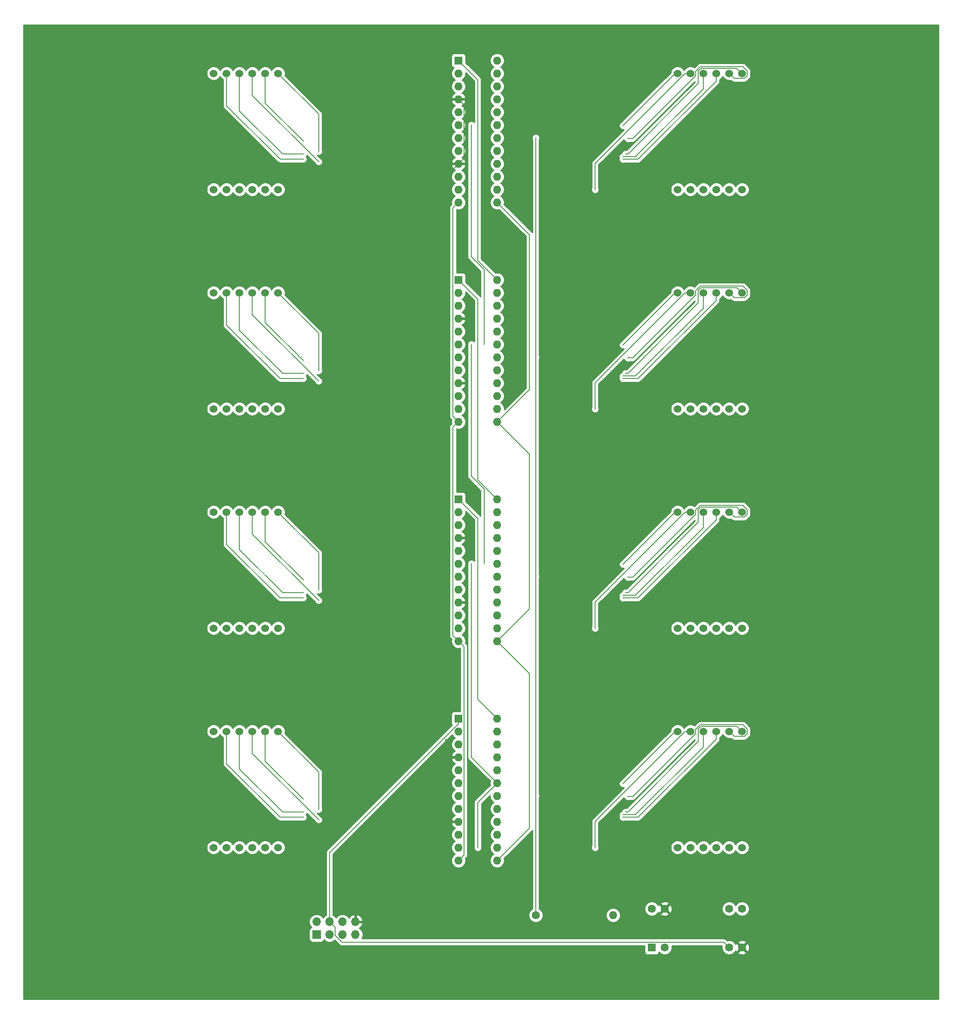
<source format=gbr>
%TF.GenerationSoftware,KiCad,Pcbnew,(5.1.8)-1*%
%TF.CreationDate,2020-12-22T12:36:21-05:00*%
%TF.ProjectId,SSD_Panel,5353445f-5061-46e6-956c-2e6b69636164,rev?*%
%TF.SameCoordinates,Original*%
%TF.FileFunction,Copper,L2,Bot*%
%TF.FilePolarity,Positive*%
%FSLAX46Y46*%
G04 Gerber Fmt 4.6, Leading zero omitted, Abs format (unit mm)*
G04 Created by KiCad (PCBNEW (5.1.8)-1) date 2020-12-22 12:36:21*
%MOMM*%
%LPD*%
G01*
G04 APERTURE LIST*
%TA.AperFunction,ComponentPad*%
%ADD10C,1.524000*%
%TD*%
%TA.AperFunction,ComponentPad*%
%ADD11R,1.600000X1.600000*%
%TD*%
%TA.AperFunction,ComponentPad*%
%ADD12O,1.600000X1.600000*%
%TD*%
%TA.AperFunction,ComponentPad*%
%ADD13O,1.700000X1.700000*%
%TD*%
%TA.AperFunction,ComponentPad*%
%ADD14R,1.700000X1.700000*%
%TD*%
%TA.AperFunction,ComponentPad*%
%ADD15C,1.600000*%
%TD*%
%TA.AperFunction,ViaPad*%
%ADD16C,0.300000*%
%TD*%
%TA.AperFunction,Conductor*%
%ADD17C,0.200000*%
%TD*%
%TA.AperFunction,Conductor*%
%ADD18C,0.160000*%
%TD*%
%TA.AperFunction,Conductor*%
%ADD19C,0.254000*%
%TD*%
%TA.AperFunction,Conductor*%
%ADD20C,0.100000*%
%TD*%
G04 APERTURE END LIST*
D10*
%TO.P,DS1,1*%
%TO.N,/SSD_Panel/E1*%
X52070000Y-174625000D03*
%TO.P,DS1,2*%
%TO.N,/SSD_Panel/D1*%
X54610000Y-174625000D03*
%TO.P,DS1,3*%
%TO.N,/SSD_Panel/DP1*%
X57150000Y-174625000D03*
%TO.P,DS1,4*%
%TO.N,/SSD_Panel/C1*%
X59690000Y-174625000D03*
%TO.P,DS1,5*%
%TO.N,/SSD_Panel/G1*%
X62230000Y-174625000D03*
%TO.P,DS1,6*%
%TO.N,/SSD_Panel/DIG3*%
X64770000Y-174625000D03*
%TO.P,DS1,7*%
%TO.N,/SSD_Panel/B1*%
X64770000Y-151765000D03*
%TO.P,DS1,8*%
%TO.N,/SSD_Panel/DIG2*%
X62230000Y-151765000D03*
%TO.P,DS1,9*%
%TO.N,/SSD_Panel/DIG1*%
X59690000Y-151765000D03*
%TO.P,DS1,10*%
%TO.N,/SSD_Panel/F1*%
X57150000Y-151765000D03*
%TO.P,DS1,11*%
%TO.N,/SSD_Panel/A1*%
X54610000Y-151765000D03*
%TO.P,DS1,12*%
%TO.N,/SSD_Panel/DIG0*%
X52070000Y-151765000D03*
%TD*%
D11*
%TO.P,U1,1*%
%TO.N,/SSD_Panel/DATA*%
X100330000Y-149225000D03*
D12*
%TO.P,U1,13*%
%TO.N,/SSD_Panel/CLK*%
X107950000Y-177165000D03*
%TO.P,U1,2*%
%TO.N,/SSD_Panel/DIG0*%
X100330000Y-151765000D03*
%TO.P,U1,14*%
%TO.N,/SSD_Panel/A1*%
X107950000Y-174625000D03*
%TO.P,U1,3*%
%TO.N,/SSD_Panel/DIG4*%
X100330000Y-154305000D03*
%TO.P,U1,15*%
%TO.N,/SSD_Panel/F1*%
X107950000Y-172085000D03*
%TO.P,U1,4*%
%TO.N,/SSD_Panel/GND*%
X100330000Y-156845000D03*
%TO.P,U1,16*%
%TO.N,/SSD_Panel/B1*%
X107950000Y-169545000D03*
%TO.P,U1,5*%
%TO.N,/SSD_Panel/DIG6*%
X100330000Y-159385000D03*
%TO.P,U1,17*%
%TO.N,/SSD_Panel/G1*%
X107950000Y-167005000D03*
%TO.P,U1,6*%
%TO.N,/SSD_Panel/DIG2*%
X100330000Y-161925000D03*
%TO.P,U1,18*%
%TO.N,/SSD_Panel/ISET*%
X107950000Y-164465000D03*
%TO.P,U1,7*%
%TO.N,/SSD_Panel/DIG3*%
X100330000Y-164465000D03*
%TO.P,U1,19*%
%TO.N,/SSD_Panel/VCC*%
X107950000Y-161925000D03*
%TO.P,U1,8*%
%TO.N,/SSD_Panel/DIG7*%
X100330000Y-167005000D03*
%TO.P,U1,20*%
%TO.N,/SSD_Panel/C1*%
X107950000Y-159385000D03*
%TO.P,U1,9*%
%TO.N,/SSD_Panel/GND*%
X100330000Y-169545000D03*
%TO.P,U1,21*%
%TO.N,/SSD_Panel/E1*%
X107950000Y-156845000D03*
%TO.P,U1,10*%
%TO.N,/SSD_Panel/DIG5*%
X100330000Y-172085000D03*
%TO.P,U1,22*%
%TO.N,/SSD_Panel/DP1*%
X107950000Y-154305000D03*
%TO.P,U1,11*%
%TO.N,/SSD_Panel/DIG1*%
X100330000Y-174625000D03*
%TO.P,U1,23*%
%TO.N,/SSD_Panel/D1*%
X107950000Y-151765000D03*
%TO.P,U1,12*%
%TO.N,/SSD_Panel/LOAD*%
X100330000Y-177165000D03*
%TO.P,U1,24*%
%TO.N,Net-(U1-Pad24)*%
X107950000Y-149225000D03*
%TD*%
D10*
%TO.P,DS2,1*%
%TO.N,/SSD_Panel/E1*%
X143510000Y-174625000D03*
%TO.P,DS2,2*%
%TO.N,/SSD_Panel/D1*%
X146050000Y-174625000D03*
%TO.P,DS2,3*%
%TO.N,/SSD_Panel/DP1*%
X148590000Y-174625000D03*
%TO.P,DS2,4*%
%TO.N,/SSD_Panel/C1*%
X151130000Y-174625000D03*
%TO.P,DS2,5*%
%TO.N,/SSD_Panel/G1*%
X153670000Y-174625000D03*
%TO.P,DS2,6*%
%TO.N,/SSD_Panel/DIG7*%
X156210000Y-174625000D03*
%TO.P,DS2,7*%
%TO.N,/SSD_Panel/B1*%
X156210000Y-151765000D03*
%TO.P,DS2,8*%
%TO.N,/SSD_Panel/DIG6*%
X153670000Y-151765000D03*
%TO.P,DS2,9*%
%TO.N,/SSD_Panel/DIG5*%
X151130000Y-151765000D03*
%TO.P,DS2,10*%
%TO.N,/SSD_Panel/F1*%
X148590000Y-151765000D03*
%TO.P,DS2,11*%
%TO.N,/SSD_Panel/A1*%
X146050000Y-151765000D03*
%TO.P,DS2,12*%
%TO.N,/SSD_Panel/DIG4*%
X143510000Y-151765000D03*
%TD*%
%TO.P,DS7,1*%
%TO.N,/SSD_Panel/E4*%
X52070000Y-45085000D03*
%TO.P,DS7,2*%
%TO.N,/SSD_Panel/D4*%
X54610000Y-45085000D03*
%TO.P,DS7,3*%
%TO.N,/SSD_Panel/DP4*%
X57150000Y-45085000D03*
%TO.P,DS7,4*%
%TO.N,/SSD_Panel/C4*%
X59690000Y-45085000D03*
%TO.P,DS7,5*%
%TO.N,/SSD_Panel/G4*%
X62230000Y-45085000D03*
%TO.P,DS7,6*%
%TO.N,/SSD_Panel/DIG27*%
X64770000Y-45085000D03*
%TO.P,DS7,7*%
%TO.N,/SSD_Panel/B4*%
X64770000Y-22225000D03*
%TO.P,DS7,8*%
%TO.N,/SSD_Panel/DIG26*%
X62230000Y-22225000D03*
%TO.P,DS7,9*%
%TO.N,/SSD_Panel/DIG25*%
X59690000Y-22225000D03*
%TO.P,DS7,10*%
%TO.N,/SSD_Panel/F4*%
X57150000Y-22225000D03*
%TO.P,DS7,11*%
%TO.N,/SSD_Panel/A4*%
X54610000Y-22225000D03*
%TO.P,DS7,12*%
%TO.N,/SSD_Panel/DIG24*%
X52070000Y-22225000D03*
%TD*%
D11*
%TO.P,U5,1*%
%TO.N,Net-(U4-Pad24)*%
X100330000Y-19685000D03*
D12*
%TO.P,U5,13*%
%TO.N,/SSD_Panel/CLK*%
X107950000Y-47625000D03*
%TO.P,U5,2*%
%TO.N,/SSD_Panel/DIG24*%
X100330000Y-22225000D03*
%TO.P,U5,14*%
%TO.N,/SSD_Panel/A4*%
X107950000Y-45085000D03*
%TO.P,U5,3*%
%TO.N,/SSD_Panel/DIG28*%
X100330000Y-24765000D03*
%TO.P,U5,15*%
%TO.N,/SSD_Panel/F4*%
X107950000Y-42545000D03*
%TO.P,U5,4*%
%TO.N,/SSD_Panel/GND*%
X100330000Y-27305000D03*
%TO.P,U5,16*%
%TO.N,/SSD_Panel/B4*%
X107950000Y-40005000D03*
%TO.P,U5,5*%
%TO.N,/SSD_Panel/DIG30*%
X100330000Y-29845000D03*
%TO.P,U5,17*%
%TO.N,/SSD_Panel/G4*%
X107950000Y-37465000D03*
%TO.P,U5,6*%
%TO.N,/SSD_Panel/DIG26*%
X100330000Y-32385000D03*
%TO.P,U5,18*%
%TO.N,/SSD_Panel/ISET*%
X107950000Y-34925000D03*
%TO.P,U5,7*%
%TO.N,/SSD_Panel/DIG27*%
X100330000Y-34925000D03*
%TO.P,U5,19*%
%TO.N,/SSD_Panel/VCC*%
X107950000Y-32385000D03*
%TO.P,U5,8*%
%TO.N,/SSD_Panel/DIG31*%
X100330000Y-37465000D03*
%TO.P,U5,20*%
%TO.N,/SSD_Panel/C4*%
X107950000Y-29845000D03*
%TO.P,U5,9*%
%TO.N,/SSD_Panel/GND*%
X100330000Y-40005000D03*
%TO.P,U5,21*%
%TO.N,/SSD_Panel/E4*%
X107950000Y-27305000D03*
%TO.P,U5,10*%
%TO.N,/SSD_Panel/DIG29*%
X100330000Y-42545000D03*
%TO.P,U5,22*%
%TO.N,/SSD_Panel/DP4*%
X107950000Y-24765000D03*
%TO.P,U5,11*%
%TO.N,/SSD_Panel/DIG25*%
X100330000Y-45085000D03*
%TO.P,U5,23*%
%TO.N,/SSD_Panel/D4*%
X107950000Y-22225000D03*
%TO.P,U5,12*%
%TO.N,/SSD_Panel/LOAD*%
X100330000Y-47625000D03*
%TO.P,U5,24*%
%TO.N,Net-(U5-Pad24)*%
X107950000Y-19685000D03*
%TD*%
D10*
%TO.P,DS8,1*%
%TO.N,/SSD_Panel/E4*%
X143510000Y-45085000D03*
%TO.P,DS8,2*%
%TO.N,/SSD_Panel/D4*%
X146050000Y-45085000D03*
%TO.P,DS8,3*%
%TO.N,/SSD_Panel/DP4*%
X148590000Y-45085000D03*
%TO.P,DS8,4*%
%TO.N,/SSD_Panel/C4*%
X151130000Y-45085000D03*
%TO.P,DS8,5*%
%TO.N,/SSD_Panel/G4*%
X153670000Y-45085000D03*
%TO.P,DS8,6*%
%TO.N,/SSD_Panel/DIG31*%
X156210000Y-45085000D03*
%TO.P,DS8,7*%
%TO.N,/SSD_Panel/B4*%
X156210000Y-22225000D03*
%TO.P,DS8,8*%
%TO.N,/SSD_Panel/DIG30*%
X153670000Y-22225000D03*
%TO.P,DS8,9*%
%TO.N,/SSD_Panel/DIG29*%
X151130000Y-22225000D03*
%TO.P,DS8,10*%
%TO.N,/SSD_Panel/F4*%
X148590000Y-22225000D03*
%TO.P,DS8,11*%
%TO.N,/SSD_Panel/A4*%
X146050000Y-22225000D03*
%TO.P,DS8,12*%
%TO.N,/SSD_Panel/DIG28*%
X143510000Y-22225000D03*
%TD*%
%TO.P,DS5,1*%
%TO.N,/SSD_Panel/E3*%
X52070000Y-88265000D03*
%TO.P,DS5,2*%
%TO.N,/SSD_Panel/D3*%
X54610000Y-88265000D03*
%TO.P,DS5,3*%
%TO.N,/SSD_Panel/DP3*%
X57150000Y-88265000D03*
%TO.P,DS5,4*%
%TO.N,/SSD_Panel/C3*%
X59690000Y-88265000D03*
%TO.P,DS5,5*%
%TO.N,/SSD_Panel/G3*%
X62230000Y-88265000D03*
%TO.P,DS5,6*%
%TO.N,/SSD_Panel/DIG19*%
X64770000Y-88265000D03*
%TO.P,DS5,7*%
%TO.N,/SSD_Panel/B3*%
X64770000Y-65405000D03*
%TO.P,DS5,8*%
%TO.N,/SSD_Panel/DIG18*%
X62230000Y-65405000D03*
%TO.P,DS5,9*%
%TO.N,/SSD_Panel/DIG17*%
X59690000Y-65405000D03*
%TO.P,DS5,10*%
%TO.N,/SSD_Panel/F3*%
X57150000Y-65405000D03*
%TO.P,DS5,11*%
%TO.N,/SSD_Panel/A3*%
X54610000Y-65405000D03*
%TO.P,DS5,12*%
%TO.N,/SSD_Panel/DIG16*%
X52070000Y-65405000D03*
%TD*%
D11*
%TO.P,U4,1*%
%TO.N,Net-(U3-Pad24)*%
X100330000Y-62865000D03*
D12*
%TO.P,U4,13*%
%TO.N,/SSD_Panel/CLK*%
X107950000Y-90805000D03*
%TO.P,U4,2*%
%TO.N,/SSD_Panel/DIG16*%
X100330000Y-65405000D03*
%TO.P,U4,14*%
%TO.N,/SSD_Panel/A3*%
X107950000Y-88265000D03*
%TO.P,U4,3*%
%TO.N,/SSD_Panel/DIG20*%
X100330000Y-67945000D03*
%TO.P,U4,15*%
%TO.N,/SSD_Panel/F3*%
X107950000Y-85725000D03*
%TO.P,U4,4*%
%TO.N,/SSD_Panel/GND*%
X100330000Y-70485000D03*
%TO.P,U4,16*%
%TO.N,/SSD_Panel/B3*%
X107950000Y-83185000D03*
%TO.P,U4,5*%
%TO.N,/SSD_Panel/DIG22*%
X100330000Y-73025000D03*
%TO.P,U4,17*%
%TO.N,/SSD_Panel/G3*%
X107950000Y-80645000D03*
%TO.P,U4,6*%
%TO.N,/SSD_Panel/DIG18*%
X100330000Y-75565000D03*
%TO.P,U4,18*%
%TO.N,/SSD_Panel/ISET*%
X107950000Y-78105000D03*
%TO.P,U4,7*%
%TO.N,/SSD_Panel/DIG19*%
X100330000Y-78105000D03*
%TO.P,U4,19*%
%TO.N,/SSD_Panel/VCC*%
X107950000Y-75565000D03*
%TO.P,U4,8*%
%TO.N,/SSD_Panel/DIG23*%
X100330000Y-80645000D03*
%TO.P,U4,20*%
%TO.N,/SSD_Panel/C3*%
X107950000Y-73025000D03*
%TO.P,U4,9*%
%TO.N,/SSD_Panel/GND*%
X100330000Y-83185000D03*
%TO.P,U4,21*%
%TO.N,/SSD_Panel/E3*%
X107950000Y-70485000D03*
%TO.P,U4,10*%
%TO.N,/SSD_Panel/DIG21*%
X100330000Y-85725000D03*
%TO.P,U4,22*%
%TO.N,/SSD_Panel/DP3*%
X107950000Y-67945000D03*
%TO.P,U4,11*%
%TO.N,/SSD_Panel/DIG17*%
X100330000Y-88265000D03*
%TO.P,U4,23*%
%TO.N,/SSD_Panel/D3*%
X107950000Y-65405000D03*
%TO.P,U4,12*%
%TO.N,/SSD_Panel/LOAD*%
X100330000Y-90805000D03*
%TO.P,U4,24*%
%TO.N,Net-(U4-Pad24)*%
X107950000Y-62865000D03*
%TD*%
D10*
%TO.P,DS6,1*%
%TO.N,/SSD_Panel/E3*%
X143510000Y-88265000D03*
%TO.P,DS6,2*%
%TO.N,/SSD_Panel/D3*%
X146050000Y-88265000D03*
%TO.P,DS6,3*%
%TO.N,/SSD_Panel/DP3*%
X148590000Y-88265000D03*
%TO.P,DS6,4*%
%TO.N,/SSD_Panel/C3*%
X151130000Y-88265000D03*
%TO.P,DS6,5*%
%TO.N,/SSD_Panel/G3*%
X153670000Y-88265000D03*
%TO.P,DS6,6*%
%TO.N,/SSD_Panel/DIG23*%
X156210000Y-88265000D03*
%TO.P,DS6,7*%
%TO.N,/SSD_Panel/B3*%
X156210000Y-65405000D03*
%TO.P,DS6,8*%
%TO.N,/SSD_Panel/DIG22*%
X153670000Y-65405000D03*
%TO.P,DS6,9*%
%TO.N,/SSD_Panel/DIG21*%
X151130000Y-65405000D03*
%TO.P,DS6,10*%
%TO.N,/SSD_Panel/F3*%
X148590000Y-65405000D03*
%TO.P,DS6,11*%
%TO.N,/SSD_Panel/A3*%
X146050000Y-65405000D03*
%TO.P,DS6,12*%
%TO.N,/SSD_Panel/DIG20*%
X143510000Y-65405000D03*
%TD*%
%TO.P,DS3,1*%
%TO.N,/SSD_Panel/E2*%
X52070000Y-131445000D03*
%TO.P,DS3,2*%
%TO.N,/SSD_Panel/D2*%
X54610000Y-131445000D03*
%TO.P,DS3,3*%
%TO.N,/SSD_Panel/DP2*%
X57150000Y-131445000D03*
%TO.P,DS3,4*%
%TO.N,/SSD_Panel/C2*%
X59690000Y-131445000D03*
%TO.P,DS3,5*%
%TO.N,/SSD_Panel/G2*%
X62230000Y-131445000D03*
%TO.P,DS3,6*%
%TO.N,/SSD_Panel/DIG11*%
X64770000Y-131445000D03*
%TO.P,DS3,7*%
%TO.N,/SSD_Panel/B2*%
X64770000Y-108585000D03*
%TO.P,DS3,8*%
%TO.N,/SSD_Panel/DIG10*%
X62230000Y-108585000D03*
%TO.P,DS3,9*%
%TO.N,/SSD_Panel/DIG9*%
X59690000Y-108585000D03*
%TO.P,DS3,10*%
%TO.N,/SSD_Panel/F2*%
X57150000Y-108585000D03*
%TO.P,DS3,11*%
%TO.N,/SSD_Panel/A2*%
X54610000Y-108585000D03*
%TO.P,DS3,12*%
%TO.N,/SSD_Panel/DIG8*%
X52070000Y-108585000D03*
%TD*%
D11*
%TO.P,U3,1*%
%TO.N,Net-(U1-Pad24)*%
X100330000Y-106045000D03*
D12*
%TO.P,U3,13*%
%TO.N,/SSD_Panel/CLK*%
X107950000Y-133985000D03*
%TO.P,U3,2*%
%TO.N,/SSD_Panel/DIG8*%
X100330000Y-108585000D03*
%TO.P,U3,14*%
%TO.N,/SSD_Panel/A2*%
X107950000Y-131445000D03*
%TO.P,U3,3*%
%TO.N,/SSD_Panel/DIG12*%
X100330000Y-111125000D03*
%TO.P,U3,15*%
%TO.N,/SSD_Panel/F2*%
X107950000Y-128905000D03*
%TO.P,U3,4*%
%TO.N,/SSD_Panel/GND*%
X100330000Y-113665000D03*
%TO.P,U3,16*%
%TO.N,/SSD_Panel/B2*%
X107950000Y-126365000D03*
%TO.P,U3,5*%
%TO.N,/SSD_Panel/DIG14*%
X100330000Y-116205000D03*
%TO.P,U3,17*%
%TO.N,/SSD_Panel/G2*%
X107950000Y-123825000D03*
%TO.P,U3,6*%
%TO.N,/SSD_Panel/DIG10*%
X100330000Y-118745000D03*
%TO.P,U3,18*%
%TO.N,/SSD_Panel/ISET*%
X107950000Y-121285000D03*
%TO.P,U3,7*%
%TO.N,/SSD_Panel/DIG11*%
X100330000Y-121285000D03*
%TO.P,U3,19*%
%TO.N,/SSD_Panel/VCC*%
X107950000Y-118745000D03*
%TO.P,U3,8*%
%TO.N,/SSD_Panel/DIG15*%
X100330000Y-123825000D03*
%TO.P,U3,20*%
%TO.N,/SSD_Panel/C2*%
X107950000Y-116205000D03*
%TO.P,U3,9*%
%TO.N,/SSD_Panel/GND*%
X100330000Y-126365000D03*
%TO.P,U3,21*%
%TO.N,/SSD_Panel/E2*%
X107950000Y-113665000D03*
%TO.P,U3,10*%
%TO.N,/SSD_Panel/DIG13*%
X100330000Y-128905000D03*
%TO.P,U3,22*%
%TO.N,/SSD_Panel/DP2*%
X107950000Y-111125000D03*
%TO.P,U3,11*%
%TO.N,/SSD_Panel/DIG9*%
X100330000Y-131445000D03*
%TO.P,U3,23*%
%TO.N,/SSD_Panel/D2*%
X107950000Y-108585000D03*
%TO.P,U3,12*%
%TO.N,/SSD_Panel/LOAD*%
X100330000Y-133985000D03*
%TO.P,U3,24*%
%TO.N,Net-(U3-Pad24)*%
X107950000Y-106045000D03*
%TD*%
D10*
%TO.P,DS4,1*%
%TO.N,/SSD_Panel/E2*%
X143510000Y-131445000D03*
%TO.P,DS4,2*%
%TO.N,/SSD_Panel/D2*%
X146050000Y-131445000D03*
%TO.P,DS4,3*%
%TO.N,/SSD_Panel/DP2*%
X148590000Y-131445000D03*
%TO.P,DS4,4*%
%TO.N,/SSD_Panel/C2*%
X151130000Y-131445000D03*
%TO.P,DS4,5*%
%TO.N,/SSD_Panel/G2*%
X153670000Y-131445000D03*
%TO.P,DS4,6*%
%TO.N,/SSD_Panel/DIG15*%
X156210000Y-131445000D03*
%TO.P,DS4,7*%
%TO.N,/SSD_Panel/B2*%
X156210000Y-108585000D03*
%TO.P,DS4,8*%
%TO.N,/SSD_Panel/DIG14*%
X153670000Y-108585000D03*
%TO.P,DS4,9*%
%TO.N,/SSD_Panel/DIG13*%
X151130000Y-108585000D03*
%TO.P,DS4,10*%
%TO.N,/SSD_Panel/F2*%
X148590000Y-108585000D03*
%TO.P,DS4,11*%
%TO.N,/SSD_Panel/A2*%
X146050000Y-108585000D03*
%TO.P,DS4,12*%
%TO.N,/SSD_Panel/DIG12*%
X143510000Y-108585000D03*
%TD*%
D13*
%TO.P,J1,8*%
%TO.N,/SSD_Panel/GND*%
X80010000Y-189230000D03*
%TO.P,J1,7*%
%TO.N,/SSD_Panel/LOAD*%
X80010000Y-191770000D03*
%TO.P,J1,6*%
%TO.N,Net-(J1-Pad6)*%
X77470000Y-189230000D03*
%TO.P,J1,5*%
%TO.N,/SSD_Panel/CCSEL*%
X77470000Y-191770000D03*
%TO.P,J1,4*%
%TO.N,/SSD_Panel/DATA*%
X74930000Y-189230000D03*
%TO.P,J1,3*%
%TO.N,/SSD_Panel/CLK*%
X74930000Y-191770000D03*
%TO.P,J1,2*%
%TO.N,Net-(J1-Pad2)*%
X72390000Y-189230000D03*
D14*
%TO.P,J1,1*%
%TO.N,/SSD_Panel/VCC*%
X72390000Y-191770000D03*
%TD*%
D12*
%TO.P,R1,2*%
%TO.N,Net-(R1-Pad2)*%
X130810000Y-187960000D03*
D15*
%TO.P,R1,1*%
%TO.N,/SSD_Panel/ISET*%
X115570000Y-187960000D03*
%TD*%
%TO.P,U2,8*%
%TO.N,/SSD_Panel/VCC*%
X138430000Y-186690000D03*
%TO.P,U2,4*%
%TO.N,/SSD_Panel/GND*%
X156210000Y-194310000D03*
%TO.P,U2,7*%
X140970000Y-186690000D03*
%TO.P,U2,3*%
%TO.N,/SSD_Panel/DATA*%
X153670000Y-194310000D03*
%TO.P,U2,6*%
%TO.N,Net-(R1-Pad2)*%
X153670000Y-186690000D03*
%TO.P,U2,2*%
%TO.N,/SSD_Panel/CLK*%
X140970000Y-194310000D03*
%TO.P,U2,5*%
%TO.N,/SSD_Panel/VCC*%
X156210000Y-186690000D03*
D11*
%TO.P,U2,1*%
%TO.N,/SSD_Panel/CCSEL*%
X138430000Y-194310000D03*
%TD*%
D16*
%TO.N,/SSD_Panel/VCC*%
X104140000Y-174625000D03*
X102870000Y-118745000D03*
X105410000Y-118745000D03*
X102870000Y-75565000D03*
X105410000Y-75565000D03*
X102870000Y-32385000D03*
%TO.N,/SSD_Panel/GND*%
X97790000Y-70485000D03*
X97790000Y-83185000D03*
X97790000Y-113665000D03*
X97790000Y-126365000D03*
X97790000Y-149225000D03*
X97965079Y-153210079D03*
X97790000Y-156845000D03*
X97790000Y-169545000D03*
%TO.N,/SSD_Panel/ISET*%
X115570000Y-164465000D03*
X115570000Y-121285000D03*
X115570000Y-78105000D03*
X115570000Y-34925000D03*
%TO.N,/SSD_Panel/A2*%
X127254000Y-131445000D03*
X69723000Y-125476000D03*
%TO.N,/SSD_Panel/F2*%
X69723000Y-124460000D03*
X132731398Y-124984398D03*
%TO.N,/SSD_Panel/DIG9*%
X72771000Y-125984000D03*
%TO.N,/SSD_Panel/DIG10*%
X69739398Y-121936398D03*
%TO.N,/SSD_Panel/B2*%
X133223000Y-124460000D03*
X72771000Y-123952000D03*
%TO.N,/SSD_Panel/DIG12*%
X132731398Y-118855602D03*
%TO.N,/SSD_Panel/DIG13*%
X132731398Y-125492398D03*
%TO.N,/SSD_Panel/DIG14*%
X133714602Y-121428398D03*
%TO.N,/SSD_Panel/A3*%
X127254000Y-88265000D03*
X69723000Y-82296000D03*
%TO.N,/SSD_Panel/F3*%
X69723000Y-81280000D03*
X132731398Y-81804398D03*
%TO.N,/SSD_Panel/DIG17*%
X72771000Y-82804000D03*
%TO.N,/SSD_Panel/DIG18*%
X69739398Y-78756398D03*
%TO.N,/SSD_Panel/B3*%
X133223000Y-81280000D03*
X72771000Y-80772000D03*
%TO.N,/SSD_Panel/DIG20*%
X132731398Y-75675602D03*
%TO.N,/SSD_Panel/DIG21*%
X132731398Y-82312398D03*
%TO.N,/SSD_Panel/DIG22*%
X133714602Y-78248398D03*
%TO.N,/SSD_Panel/A4*%
X127254000Y-45085000D03*
X69723000Y-39116000D03*
%TO.N,/SSD_Panel/F4*%
X69723000Y-38100000D03*
X132731398Y-38624398D03*
%TO.N,/SSD_Panel/DIG25*%
X72771000Y-39624000D03*
%TO.N,/SSD_Panel/DIG26*%
X69739398Y-35576398D03*
%TO.N,/SSD_Panel/B4*%
X133223000Y-38100000D03*
X72771000Y-37592000D03*
%TO.N,/SSD_Panel/DIG28*%
X132731398Y-32495602D03*
%TO.N,/SSD_Panel/DIG29*%
X132731398Y-39132398D03*
%TO.N,/SSD_Panel/DIG30*%
X133714602Y-35068398D03*
%TO.N,/SSD_Panel/A1*%
X127254000Y-174625000D03*
X69723000Y-168656000D03*
%TO.N,/SSD_Panel/F1*%
X69723000Y-167640000D03*
X132731398Y-168164398D03*
%TO.N,/SSD_Panel/DIG1*%
X72771000Y-169164000D03*
%TO.N,/SSD_Panel/DIG2*%
X69739398Y-165116398D03*
%TO.N,/SSD_Panel/B1*%
X133223000Y-167640000D03*
X72771000Y-167132000D03*
%TO.N,/SSD_Panel/DIG4*%
X132731398Y-162035602D03*
%TO.N,/SSD_Panel/DIG5*%
X132731398Y-168672398D03*
%TO.N,/SSD_Panel/DIG6*%
X133714602Y-164608398D03*
%TD*%
D17*
%TO.N,/SSD_Panel/VCC*%
X104140000Y-165735000D02*
X104140000Y-174625000D01*
X107950000Y-161925000D02*
X104140000Y-165735000D01*
X102870000Y-156845000D02*
X102870000Y-118745000D01*
X107950000Y-161925000D02*
X102870000Y-156845000D01*
X102870000Y-101502414D02*
X102870000Y-75565000D01*
X105410000Y-104042414D02*
X102870000Y-101502414D01*
X105410000Y-118745000D02*
X105410000Y-104042414D01*
X102870000Y-58322414D02*
X102870000Y-32385000D01*
X105410000Y-60862414D02*
X102870000Y-58322414D01*
X105410000Y-75565000D02*
X105410000Y-60862414D01*
D18*
%TO.N,/SSD_Panel/CLK*%
X114300000Y-140335000D02*
X107950000Y-133985000D01*
X114300000Y-170815000D02*
X114300000Y-140335000D01*
X107950000Y-177165000D02*
X114300000Y-170815000D01*
X107950000Y-133985000D02*
X114300000Y-127635000D01*
X114300000Y-97155000D02*
X107950000Y-90805000D01*
X114300000Y-127635000D02*
X114300000Y-97155000D01*
X114300000Y-53975000D02*
X107950000Y-47625000D01*
X114300000Y-84455000D02*
X114300000Y-53975000D01*
X107950000Y-90805000D02*
X114300000Y-84455000D01*
%TO.N,/SSD_Panel/DATA*%
X100330000Y-150237046D02*
X100330000Y-149225000D01*
X74930000Y-175637046D02*
X100330000Y-150237046D01*
X74930000Y-189230000D02*
X74930000Y-175637046D01*
X76012401Y-190312401D02*
X74930000Y-189230000D01*
X76012401Y-191914355D02*
X76012401Y-190312401D01*
X77375645Y-193277599D02*
X76012401Y-191914355D01*
X152637599Y-193277599D02*
X77375645Y-193277599D01*
X153670000Y-194310000D02*
X152637599Y-193277599D01*
%TO.N,/SSD_Panel/LOAD*%
X101410001Y-176084999D02*
X100330000Y-177165000D01*
X101410001Y-135065001D02*
X101410001Y-176084999D01*
X100330000Y-133985000D02*
X101410001Y-135065001D01*
X99249999Y-132904999D02*
X100330000Y-133985000D01*
X99249999Y-91885001D02*
X99249999Y-132904999D01*
X100330000Y-90805000D02*
X99249999Y-91885001D01*
X99249999Y-89724999D02*
X100330000Y-90805000D01*
X99249999Y-48705001D02*
X99249999Y-89724999D01*
X100330000Y-47625000D02*
X99249999Y-48705001D01*
D17*
%TO.N,/SSD_Panel/GND*%
X99695000Y-169545000D02*
X100330000Y-169545000D01*
X101430001Y-28405001D02*
X100330000Y-27305000D01*
X101430001Y-38904999D02*
X101430001Y-28405001D01*
X100330000Y-40005000D02*
X101430001Y-38904999D01*
X97790000Y-42545000D02*
X97790000Y-70485000D01*
X100330000Y-40005000D02*
X97790000Y-42545000D01*
X97790000Y-70485000D02*
X97790000Y-83185000D01*
X97790000Y-83185000D02*
X97790000Y-113665000D01*
X97790000Y-113665000D02*
X97790000Y-126365000D01*
X97790000Y-126365000D02*
X97790000Y-149225000D01*
X97790000Y-153385158D02*
X97790000Y-156845000D01*
X97965079Y-153210079D02*
X97790000Y-153385158D01*
X97790000Y-156845000D02*
X97790000Y-169545000D01*
D18*
%TO.N,/SSD_Panel/ISET*%
X115570000Y-187960000D02*
X115570000Y-173097046D01*
X115570000Y-173097046D02*
X115570000Y-164465000D01*
X115570000Y-164465000D02*
X115570000Y-121285000D01*
X115570000Y-121285000D02*
X115570000Y-78105000D01*
X115570000Y-78105000D02*
X115570000Y-34925000D01*
%TO.N,/SSD_Panel/A2*%
X127254000Y-126303370D02*
X127254000Y-131445000D01*
X144972370Y-108585000D02*
X127254000Y-126303370D01*
X146050000Y-108585000D02*
X144972370Y-108585000D01*
X54610000Y-114935000D02*
X65151000Y-125476000D01*
X54610000Y-108585000D02*
X54610000Y-114935000D01*
X65151000Y-125476000D02*
X69723000Y-125476000D01*
%TO.N,/SSD_Panel/F2*%
X69723000Y-124460000D02*
X65659000Y-124460000D01*
X65659000Y-124460000D02*
X57150000Y-115951000D01*
X57150000Y-115951000D02*
X57150000Y-108585000D01*
X132731398Y-124984398D02*
X135238602Y-124984398D01*
X135238602Y-124984398D02*
X148590000Y-111633000D01*
X148590000Y-111633000D02*
X148590000Y-108585000D01*
%TO.N,/SSD_Panel/DIG9*%
X72771000Y-125984000D02*
X59690000Y-112903000D01*
X59690000Y-112903000D02*
X59690000Y-108585000D01*
%TO.N,/SSD_Panel/DIG10*%
X62230000Y-114427000D02*
X62230000Y-108585000D01*
X69739398Y-121936398D02*
X62230000Y-114427000D01*
%TO.N,/SSD_Panel/B2*%
X107950000Y-126459198D02*
X107950000Y-126365000D01*
X72771000Y-116586000D02*
X64770000Y-108585000D01*
X72771000Y-123952000D02*
X72771000Y-116586000D01*
X155215599Y-107590599D02*
X156210000Y-108585000D01*
X133223000Y-124460000D02*
X133731000Y-124460000D01*
X148112687Y-107590599D02*
X155215599Y-107590599D01*
X133731000Y-124460000D02*
X147595599Y-110595401D01*
X147595599Y-108107687D02*
X148112687Y-107590599D01*
X147595599Y-110595401D02*
X147595599Y-108107687D01*
%TO.N,/SSD_Panel/DIG12*%
X143002000Y-108585000D02*
X143510000Y-108585000D01*
X132731398Y-118855602D02*
X143002000Y-108585000D01*
%TO.N,/SSD_Panel/DIG13*%
X132731398Y-125492398D02*
X135746602Y-125492398D01*
X151130000Y-110109000D02*
X151130000Y-108585000D01*
X135746602Y-125492398D02*
X151130000Y-110109000D01*
%TO.N,/SSD_Panel/DIG14*%
X134678316Y-121428398D02*
X133714602Y-121428398D01*
X147044401Y-108217071D02*
X147044401Y-109062313D01*
X156374904Y-107278190D02*
X147983282Y-107278190D01*
X157204401Y-108107687D02*
X156374904Y-107278190D01*
X147044401Y-109062313D02*
X134678316Y-121428398D01*
X157204401Y-109062313D02*
X157204401Y-108107687D01*
X147983282Y-107278190D02*
X147044401Y-108217071D01*
X154664401Y-109579401D02*
X156687313Y-109579401D01*
X153670000Y-108585000D02*
X154664401Y-109579401D01*
X156687313Y-109579401D02*
X157204401Y-109062313D01*
%TO.N,/SSD_Panel/A3*%
X127254000Y-83123370D02*
X127254000Y-88265000D01*
X144972370Y-65405000D02*
X127254000Y-83123370D01*
X146050000Y-65405000D02*
X144972370Y-65405000D01*
X54610000Y-71755000D02*
X65151000Y-82296000D01*
X54610000Y-65405000D02*
X54610000Y-71755000D01*
X65151000Y-82296000D02*
X69723000Y-82296000D01*
%TO.N,/SSD_Panel/F3*%
X69723000Y-81280000D02*
X65659000Y-81280000D01*
X65659000Y-81280000D02*
X57150000Y-72771000D01*
X57150000Y-72771000D02*
X57150000Y-65405000D01*
X132731398Y-81804398D02*
X135238602Y-81804398D01*
X135238602Y-81804398D02*
X148590000Y-68453000D01*
X148590000Y-68453000D02*
X148590000Y-65405000D01*
%TO.N,/SSD_Panel/DIG17*%
X72771000Y-82804000D02*
X59690000Y-69723000D01*
X59690000Y-69723000D02*
X59690000Y-65405000D01*
%TO.N,/SSD_Panel/DIG18*%
X62230000Y-71247000D02*
X62230000Y-65405000D01*
X69739398Y-78756398D02*
X62230000Y-71247000D01*
%TO.N,/SSD_Panel/B3*%
X107950000Y-83279198D02*
X107950000Y-83185000D01*
X72771000Y-73406000D02*
X64770000Y-65405000D01*
X72771000Y-80772000D02*
X72771000Y-73406000D01*
X155215599Y-64410599D02*
X156210000Y-65405000D01*
X133223000Y-81280000D02*
X133731000Y-81280000D01*
X148112687Y-64410599D02*
X155215599Y-64410599D01*
X133731000Y-81280000D02*
X147595599Y-67415401D01*
X147595599Y-64927687D02*
X148112687Y-64410599D01*
X147595599Y-67415401D02*
X147595599Y-64927687D01*
%TO.N,/SSD_Panel/DIG20*%
X143002000Y-65405000D02*
X143510000Y-65405000D01*
X132731398Y-75675602D02*
X143002000Y-65405000D01*
%TO.N,/SSD_Panel/DIG21*%
X132731398Y-82312398D02*
X135746602Y-82312398D01*
X151130000Y-66929000D02*
X151130000Y-65405000D01*
X135746602Y-82312398D02*
X151130000Y-66929000D01*
%TO.N,/SSD_Panel/DIG22*%
X134678316Y-78248398D02*
X133714602Y-78248398D01*
X147044401Y-65037071D02*
X147044401Y-65882313D01*
X156374904Y-64098190D02*
X147983282Y-64098190D01*
X157204401Y-64927687D02*
X156374904Y-64098190D01*
X147044401Y-65882313D02*
X134678316Y-78248398D01*
X157204401Y-65882313D02*
X157204401Y-64927687D01*
X147983282Y-64098190D02*
X147044401Y-65037071D01*
X154664401Y-66399401D02*
X156687313Y-66399401D01*
X153670000Y-65405000D02*
X154664401Y-66399401D01*
X156687313Y-66399401D02*
X157204401Y-65882313D01*
%TO.N,/SSD_Panel/A4*%
X127254000Y-39943370D02*
X127254000Y-45085000D01*
X144972370Y-22225000D02*
X127254000Y-39943370D01*
X146050000Y-22225000D02*
X144972370Y-22225000D01*
X54610000Y-28575000D02*
X65151000Y-39116000D01*
X54610000Y-22225000D02*
X54610000Y-28575000D01*
X65151000Y-39116000D02*
X69723000Y-39116000D01*
%TO.N,/SSD_Panel/F4*%
X69723000Y-38100000D02*
X65659000Y-38100000D01*
X65659000Y-38100000D02*
X57150000Y-29591000D01*
X57150000Y-29591000D02*
X57150000Y-22225000D01*
X132731398Y-38624398D02*
X135238602Y-38624398D01*
X135238602Y-38624398D02*
X148590000Y-25273000D01*
X148590000Y-25273000D02*
X148590000Y-22225000D01*
%TO.N,/SSD_Panel/DIG25*%
X72771000Y-39624000D02*
X59690000Y-26543000D01*
X59690000Y-26543000D02*
X59690000Y-22225000D01*
%TO.N,/SSD_Panel/DIG26*%
X62230000Y-28067000D02*
X62230000Y-22225000D01*
X69739398Y-35576398D02*
X62230000Y-28067000D01*
%TO.N,/SSD_Panel/B4*%
X107950000Y-40099198D02*
X107950000Y-40005000D01*
X72771000Y-30226000D02*
X64770000Y-22225000D01*
X72771000Y-37592000D02*
X72771000Y-30226000D01*
X155215599Y-21230599D02*
X156210000Y-22225000D01*
X133223000Y-38100000D02*
X133731000Y-38100000D01*
X148112687Y-21230599D02*
X155215599Y-21230599D01*
X133731000Y-38100000D02*
X147595599Y-24235401D01*
X147595599Y-21747687D02*
X148112687Y-21230599D01*
X147595599Y-24235401D02*
X147595599Y-21747687D01*
%TO.N,/SSD_Panel/DIG28*%
X143002000Y-22225000D02*
X143510000Y-22225000D01*
X132731398Y-32495602D02*
X143002000Y-22225000D01*
%TO.N,/SSD_Panel/DIG29*%
X132731398Y-39132398D02*
X135746602Y-39132398D01*
X151130000Y-23749000D02*
X151130000Y-22225000D01*
X135746602Y-39132398D02*
X151130000Y-23749000D01*
%TO.N,/SSD_Panel/DIG30*%
X134678316Y-35068398D02*
X133714602Y-35068398D01*
X147044401Y-21857071D02*
X147044401Y-22702313D01*
X156374904Y-20918190D02*
X147983282Y-20918190D01*
X157204401Y-21747687D02*
X156374904Y-20918190D01*
X147044401Y-22702313D02*
X134678316Y-35068398D01*
X157204401Y-22702313D02*
X157204401Y-21747687D01*
X147983282Y-20918190D02*
X147044401Y-21857071D01*
X154664401Y-23219401D02*
X156687313Y-23219401D01*
X153670000Y-22225000D02*
X154664401Y-23219401D01*
X156687313Y-23219401D02*
X157204401Y-22702313D01*
%TO.N,/SSD_Panel/A1*%
X127254000Y-169483370D02*
X127254000Y-174625000D01*
X144972370Y-151765000D02*
X127254000Y-169483370D01*
X146050000Y-151765000D02*
X144972370Y-151765000D01*
X54610000Y-158115000D02*
X65151000Y-168656000D01*
X54610000Y-151765000D02*
X54610000Y-158115000D01*
X65151000Y-168656000D02*
X69723000Y-168656000D01*
%TO.N,/SSD_Panel/F1*%
X69723000Y-167640000D02*
X65659000Y-167640000D01*
X65659000Y-167640000D02*
X57150000Y-159131000D01*
X57150000Y-159131000D02*
X57150000Y-151765000D01*
X132731398Y-168164398D02*
X135238602Y-168164398D01*
X135238602Y-168164398D02*
X148590000Y-154813000D01*
X148590000Y-154813000D02*
X148590000Y-151765000D01*
%TO.N,/SSD_Panel/DIG1*%
X72771000Y-169164000D02*
X59690000Y-156083000D01*
X59690000Y-156083000D02*
X59690000Y-151765000D01*
%TO.N,/SSD_Panel/DIG2*%
X62230000Y-157607000D02*
X62230000Y-151765000D01*
X69739398Y-165116398D02*
X62230000Y-157607000D01*
%TO.N,/SSD_Panel/B1*%
X107950000Y-169639198D02*
X107950000Y-169545000D01*
X72771000Y-159766000D02*
X64770000Y-151765000D01*
X72771000Y-167132000D02*
X72771000Y-159766000D01*
X155215599Y-150770599D02*
X156210000Y-151765000D01*
X133223000Y-167640000D02*
X133731000Y-167640000D01*
X148112687Y-150770599D02*
X155215599Y-150770599D01*
X133731000Y-167640000D02*
X147595599Y-153775401D01*
X147595599Y-151287687D02*
X148112687Y-150770599D01*
X147595599Y-153775401D02*
X147595599Y-151287687D01*
%TO.N,/SSD_Panel/DIG4*%
X143002000Y-151765000D02*
X143510000Y-151765000D01*
X132731398Y-162035602D02*
X143002000Y-151765000D01*
%TO.N,/SSD_Panel/DIG5*%
X132731398Y-168672398D02*
X135746602Y-168672398D01*
X151130000Y-153289000D02*
X151130000Y-151765000D01*
X135746602Y-168672398D02*
X151130000Y-153289000D01*
%TO.N,/SSD_Panel/DIG6*%
X134678316Y-164608398D02*
X133714602Y-164608398D01*
X147044401Y-151397071D02*
X147044401Y-152242313D01*
X156374904Y-150458190D02*
X147983282Y-150458190D01*
X157204401Y-151287687D02*
X156374904Y-150458190D01*
X147044401Y-152242313D02*
X134678316Y-164608398D01*
X157204401Y-152242313D02*
X157204401Y-151287687D01*
X147983282Y-150458190D02*
X147044401Y-151397071D01*
X154664401Y-152759401D02*
X156687313Y-152759401D01*
X153670000Y-151765000D02*
X154664401Y-152759401D01*
X156687313Y-152759401D02*
X157204401Y-152242313D01*
%TO.N,Net-(U1-Pad24)*%
X100330000Y-106045000D02*
X104140000Y-109855000D01*
X104140000Y-145415000D02*
X107950000Y-149225000D01*
X104140000Y-109855000D02*
X104140000Y-145415000D01*
%TO.N,Net-(U3-Pad24)*%
X100330000Y-62865000D02*
X104140000Y-66675000D01*
X104140000Y-102235000D02*
X107950000Y-106045000D01*
X104140000Y-66675000D02*
X104140000Y-102235000D01*
%TO.N,Net-(U4-Pad24)*%
X100330000Y-19685000D02*
X104140000Y-23495000D01*
X104140000Y-59055000D02*
X107950000Y-62865000D01*
X104140000Y-23495000D02*
X104140000Y-59055000D01*
%TD*%
D19*
%TO.N,/SSD_Panel/GND*%
X194920001Y-204445000D02*
X14630000Y-204445000D01*
X14630000Y-190920000D01*
X70901928Y-190920000D01*
X70901928Y-192620000D01*
X70914188Y-192744482D01*
X70950498Y-192864180D01*
X71009463Y-192974494D01*
X71088815Y-193071185D01*
X71185506Y-193150537D01*
X71295820Y-193209502D01*
X71415518Y-193245812D01*
X71540000Y-193258072D01*
X73240000Y-193258072D01*
X73364482Y-193245812D01*
X73484180Y-193209502D01*
X73594494Y-193150537D01*
X73691185Y-193071185D01*
X73770537Y-192974494D01*
X73829502Y-192864180D01*
X73851513Y-192791620D01*
X73983368Y-192923475D01*
X74226589Y-193085990D01*
X74496842Y-193197932D01*
X74783740Y-193255000D01*
X75076260Y-193255000D01*
X75363158Y-193197932D01*
X75633411Y-193085990D01*
X75876632Y-192923475D01*
X75943496Y-192856611D01*
X76845229Y-193758345D01*
X76867618Y-193785626D01*
X76976491Y-193874976D01*
X77100703Y-193941369D01*
X77235481Y-193982253D01*
X77340525Y-193992599D01*
X77340534Y-193992599D01*
X77375644Y-193996057D01*
X77410754Y-193992599D01*
X136991928Y-193992599D01*
X136991928Y-195110000D01*
X137004188Y-195234482D01*
X137040498Y-195354180D01*
X137099463Y-195464494D01*
X137178815Y-195561185D01*
X137275506Y-195640537D01*
X137385820Y-195699502D01*
X137505518Y-195735812D01*
X137630000Y-195748072D01*
X139230000Y-195748072D01*
X139354482Y-195735812D01*
X139474180Y-195699502D01*
X139584494Y-195640537D01*
X139681185Y-195561185D01*
X139760537Y-195464494D01*
X139819502Y-195354180D01*
X139855812Y-195234482D01*
X139856643Y-195226039D01*
X140055241Y-195424637D01*
X140290273Y-195581680D01*
X140551426Y-195689853D01*
X140828665Y-195745000D01*
X141111335Y-195745000D01*
X141388574Y-195689853D01*
X141649727Y-195581680D01*
X141884759Y-195424637D01*
X142084637Y-195224759D01*
X142241680Y-194989727D01*
X142349853Y-194728574D01*
X142405000Y-194451335D01*
X142405000Y-194168665D01*
X142369978Y-193992599D01*
X152270022Y-193992599D01*
X152235000Y-194168665D01*
X152235000Y-194451335D01*
X152290147Y-194728574D01*
X152398320Y-194989727D01*
X152555363Y-195224759D01*
X152755241Y-195424637D01*
X152990273Y-195581680D01*
X153251426Y-195689853D01*
X153528665Y-195745000D01*
X153811335Y-195745000D01*
X154088574Y-195689853D01*
X154349727Y-195581680D01*
X154584759Y-195424637D01*
X154706694Y-195302702D01*
X155396903Y-195302702D01*
X155468486Y-195546671D01*
X155723996Y-195667571D01*
X155998184Y-195736300D01*
X156280512Y-195750217D01*
X156560130Y-195708787D01*
X156826292Y-195613603D01*
X156951514Y-195546671D01*
X157023097Y-195302702D01*
X156210000Y-194489605D01*
X155396903Y-195302702D01*
X154706694Y-195302702D01*
X154784637Y-195224759D01*
X154940915Y-194990872D01*
X154973329Y-195051514D01*
X155217298Y-195123097D01*
X156030395Y-194310000D01*
X156389605Y-194310000D01*
X157202702Y-195123097D01*
X157446671Y-195051514D01*
X157567571Y-194796004D01*
X157636300Y-194521816D01*
X157650217Y-194239488D01*
X157608787Y-193959870D01*
X157513603Y-193693708D01*
X157446671Y-193568486D01*
X157202702Y-193496903D01*
X156389605Y-194310000D01*
X156030395Y-194310000D01*
X155217298Y-193496903D01*
X154973329Y-193568486D01*
X154942806Y-193632992D01*
X154941680Y-193630273D01*
X154784637Y-193395241D01*
X154706694Y-193317298D01*
X155396903Y-193317298D01*
X156210000Y-194130395D01*
X157023097Y-193317298D01*
X156951514Y-193073329D01*
X156696004Y-192952429D01*
X156421816Y-192883700D01*
X156139488Y-192869783D01*
X155859870Y-192911213D01*
X155593708Y-193006397D01*
X155468486Y-193073329D01*
X155396903Y-193317298D01*
X154706694Y-193317298D01*
X154584759Y-193195363D01*
X154349727Y-193038320D01*
X154088574Y-192930147D01*
X153811335Y-192875000D01*
X153528665Y-192875000D01*
X153293032Y-192921871D01*
X153168019Y-192796858D01*
X153145626Y-192769572D01*
X153036753Y-192680222D01*
X152912541Y-192613829D01*
X152777763Y-192572945D01*
X152672719Y-192562599D01*
X152672709Y-192562599D01*
X152637599Y-192559141D01*
X152602489Y-192562599D01*
X81266397Y-192562599D01*
X81325990Y-192473411D01*
X81437932Y-192203158D01*
X81495000Y-191916260D01*
X81495000Y-191623740D01*
X81437932Y-191336842D01*
X81325990Y-191066589D01*
X81163475Y-190823368D01*
X80956632Y-190616525D01*
X80780594Y-190498900D01*
X81010269Y-190327588D01*
X81205178Y-190111355D01*
X81354157Y-189861252D01*
X81451481Y-189586891D01*
X81330814Y-189357000D01*
X80137000Y-189357000D01*
X80137000Y-189377000D01*
X79883000Y-189377000D01*
X79883000Y-189357000D01*
X79863000Y-189357000D01*
X79863000Y-189103000D01*
X79883000Y-189103000D01*
X79883000Y-187909845D01*
X80137000Y-187909845D01*
X80137000Y-189103000D01*
X81330814Y-189103000D01*
X81451481Y-188873109D01*
X81354157Y-188598748D01*
X81205178Y-188348645D01*
X81010269Y-188132412D01*
X80776920Y-187958359D01*
X80514099Y-187833175D01*
X80366890Y-187788524D01*
X80137000Y-187909845D01*
X79883000Y-187909845D01*
X79653110Y-187788524D01*
X79505901Y-187833175D01*
X79243080Y-187958359D01*
X79009731Y-188132412D01*
X78814822Y-188348645D01*
X78745195Y-188465534D01*
X78623475Y-188283368D01*
X78416632Y-188076525D01*
X78173411Y-187914010D01*
X77903158Y-187802068D01*
X77616260Y-187745000D01*
X77323740Y-187745000D01*
X77036842Y-187802068D01*
X76766589Y-187914010D01*
X76523368Y-188076525D01*
X76316525Y-188283368D01*
X76200000Y-188457760D01*
X76083475Y-188283368D01*
X75876632Y-188076525D01*
X75645000Y-187921754D01*
X75645000Y-175933207D01*
X99088426Y-152489783D01*
X99215363Y-152679759D01*
X99415241Y-152879637D01*
X99647759Y-153035000D01*
X99415241Y-153190363D01*
X99215363Y-153390241D01*
X99058320Y-153625273D01*
X98950147Y-153886426D01*
X98895000Y-154163665D01*
X98895000Y-154446335D01*
X98950147Y-154723574D01*
X99058320Y-154984727D01*
X99215363Y-155219759D01*
X99415241Y-155419637D01*
X99650273Y-155576680D01*
X99660865Y-155581067D01*
X99474869Y-155692615D01*
X99266481Y-155881586D01*
X99098963Y-156107580D01*
X98978754Y-156361913D01*
X98938096Y-156495961D01*
X99060085Y-156718000D01*
X100203000Y-156718000D01*
X100203000Y-156698000D01*
X100457000Y-156698000D01*
X100457000Y-156718000D01*
X100477000Y-156718000D01*
X100477000Y-156972000D01*
X100457000Y-156972000D01*
X100457000Y-156992000D01*
X100203000Y-156992000D01*
X100203000Y-156972000D01*
X99060085Y-156972000D01*
X98938096Y-157194039D01*
X98978754Y-157328087D01*
X99098963Y-157582420D01*
X99266481Y-157808414D01*
X99474869Y-157997385D01*
X99660865Y-158108933D01*
X99650273Y-158113320D01*
X99415241Y-158270363D01*
X99215363Y-158470241D01*
X99058320Y-158705273D01*
X98950147Y-158966426D01*
X98895000Y-159243665D01*
X98895000Y-159526335D01*
X98950147Y-159803574D01*
X99058320Y-160064727D01*
X99215363Y-160299759D01*
X99415241Y-160499637D01*
X99647759Y-160655000D01*
X99415241Y-160810363D01*
X99215363Y-161010241D01*
X99058320Y-161245273D01*
X98950147Y-161506426D01*
X98895000Y-161783665D01*
X98895000Y-162066335D01*
X98950147Y-162343574D01*
X99058320Y-162604727D01*
X99215363Y-162839759D01*
X99415241Y-163039637D01*
X99647759Y-163195000D01*
X99415241Y-163350363D01*
X99215363Y-163550241D01*
X99058320Y-163785273D01*
X98950147Y-164046426D01*
X98895000Y-164323665D01*
X98895000Y-164606335D01*
X98950147Y-164883574D01*
X99058320Y-165144727D01*
X99215363Y-165379759D01*
X99415241Y-165579637D01*
X99647759Y-165735000D01*
X99415241Y-165890363D01*
X99215363Y-166090241D01*
X99058320Y-166325273D01*
X98950147Y-166586426D01*
X98895000Y-166863665D01*
X98895000Y-167146335D01*
X98950147Y-167423574D01*
X99058320Y-167684727D01*
X99215363Y-167919759D01*
X99415241Y-168119637D01*
X99650273Y-168276680D01*
X99660865Y-168281067D01*
X99474869Y-168392615D01*
X99266481Y-168581586D01*
X99098963Y-168807580D01*
X98978754Y-169061913D01*
X98938096Y-169195961D01*
X99060085Y-169418000D01*
X100203000Y-169418000D01*
X100203000Y-169398000D01*
X100457000Y-169398000D01*
X100457000Y-169418000D01*
X100477000Y-169418000D01*
X100477000Y-169672000D01*
X100457000Y-169672000D01*
X100457000Y-169692000D01*
X100203000Y-169692000D01*
X100203000Y-169672000D01*
X99060085Y-169672000D01*
X98938096Y-169894039D01*
X98978754Y-170028087D01*
X99098963Y-170282420D01*
X99266481Y-170508414D01*
X99474869Y-170697385D01*
X99660865Y-170808933D01*
X99650273Y-170813320D01*
X99415241Y-170970363D01*
X99215363Y-171170241D01*
X99058320Y-171405273D01*
X98950147Y-171666426D01*
X98895000Y-171943665D01*
X98895000Y-172226335D01*
X98950147Y-172503574D01*
X99058320Y-172764727D01*
X99215363Y-172999759D01*
X99415241Y-173199637D01*
X99647759Y-173355000D01*
X99415241Y-173510363D01*
X99215363Y-173710241D01*
X99058320Y-173945273D01*
X98950147Y-174206426D01*
X98895000Y-174483665D01*
X98895000Y-174766335D01*
X98950147Y-175043574D01*
X99058320Y-175304727D01*
X99215363Y-175539759D01*
X99415241Y-175739637D01*
X99647759Y-175895000D01*
X99415241Y-176050363D01*
X99215363Y-176250241D01*
X99058320Y-176485273D01*
X98950147Y-176746426D01*
X98895000Y-177023665D01*
X98895000Y-177306335D01*
X98950147Y-177583574D01*
X99058320Y-177844727D01*
X99215363Y-178079759D01*
X99415241Y-178279637D01*
X99650273Y-178436680D01*
X99911426Y-178544853D01*
X100188665Y-178600000D01*
X100471335Y-178600000D01*
X100748574Y-178544853D01*
X101009727Y-178436680D01*
X101244759Y-178279637D01*
X101444637Y-178079759D01*
X101601680Y-177844727D01*
X101709853Y-177583574D01*
X101765000Y-177306335D01*
X101765000Y-177023665D01*
X101718129Y-176788033D01*
X101890747Y-176615415D01*
X101918028Y-176593026D01*
X102007378Y-176484153D01*
X102073771Y-176359941D01*
X102114655Y-176225163D01*
X102125001Y-176120119D01*
X102125001Y-176120110D01*
X102128459Y-176085000D01*
X102125001Y-176049890D01*
X102125001Y-135100110D01*
X102128459Y-135065000D01*
X102125001Y-135029890D01*
X102125001Y-135029881D01*
X102114655Y-134924837D01*
X102073771Y-134790059D01*
X102007378Y-134665847D01*
X101918027Y-134556974D01*
X101890751Y-134534589D01*
X101718129Y-134361967D01*
X101765000Y-134126335D01*
X101765000Y-133843665D01*
X101709853Y-133566426D01*
X101601680Y-133305273D01*
X101444637Y-133070241D01*
X101244759Y-132870363D01*
X101012241Y-132715000D01*
X101244759Y-132559637D01*
X101444637Y-132359759D01*
X101601680Y-132124727D01*
X101709853Y-131863574D01*
X101765000Y-131586335D01*
X101765000Y-131303665D01*
X101709853Y-131026426D01*
X101601680Y-130765273D01*
X101444637Y-130530241D01*
X101244759Y-130330363D01*
X101012241Y-130175000D01*
X101244759Y-130019637D01*
X101444637Y-129819759D01*
X101601680Y-129584727D01*
X101709853Y-129323574D01*
X101765000Y-129046335D01*
X101765000Y-128763665D01*
X101709853Y-128486426D01*
X101601680Y-128225273D01*
X101444637Y-127990241D01*
X101244759Y-127790363D01*
X101009727Y-127633320D01*
X100999135Y-127628933D01*
X101185131Y-127517385D01*
X101393519Y-127328414D01*
X101561037Y-127102420D01*
X101681246Y-126848087D01*
X101721904Y-126714039D01*
X101599915Y-126492000D01*
X100457000Y-126492000D01*
X100457000Y-126512000D01*
X100203000Y-126512000D01*
X100203000Y-126492000D01*
X100183000Y-126492000D01*
X100183000Y-126238000D01*
X100203000Y-126238000D01*
X100203000Y-126218000D01*
X100457000Y-126218000D01*
X100457000Y-126238000D01*
X101599915Y-126238000D01*
X101721904Y-126015961D01*
X101681246Y-125881913D01*
X101561037Y-125627580D01*
X101393519Y-125401586D01*
X101185131Y-125212615D01*
X100999135Y-125101067D01*
X101009727Y-125096680D01*
X101244759Y-124939637D01*
X101444637Y-124739759D01*
X101601680Y-124504727D01*
X101709853Y-124243574D01*
X101765000Y-123966335D01*
X101765000Y-123683665D01*
X101709853Y-123406426D01*
X101601680Y-123145273D01*
X101444637Y-122910241D01*
X101244759Y-122710363D01*
X101012241Y-122555000D01*
X101244759Y-122399637D01*
X101444637Y-122199759D01*
X101601680Y-121964727D01*
X101709853Y-121703574D01*
X101765000Y-121426335D01*
X101765000Y-121143665D01*
X101709853Y-120866426D01*
X101601680Y-120605273D01*
X101444637Y-120370241D01*
X101244759Y-120170363D01*
X101012241Y-120015000D01*
X101244759Y-119859637D01*
X101444637Y-119659759D01*
X101601680Y-119424727D01*
X101709853Y-119163574D01*
X101765000Y-118886335D01*
X101765000Y-118603665D01*
X101709853Y-118326426D01*
X101601680Y-118065273D01*
X101444637Y-117830241D01*
X101244759Y-117630363D01*
X101012241Y-117475000D01*
X101244759Y-117319637D01*
X101444637Y-117119759D01*
X101601680Y-116884727D01*
X101709853Y-116623574D01*
X101765000Y-116346335D01*
X101765000Y-116063665D01*
X101709853Y-115786426D01*
X101601680Y-115525273D01*
X101444637Y-115290241D01*
X101244759Y-115090363D01*
X101009727Y-114933320D01*
X100999135Y-114928933D01*
X101185131Y-114817385D01*
X101393519Y-114628414D01*
X101561037Y-114402420D01*
X101681246Y-114148087D01*
X101721904Y-114014039D01*
X101599915Y-113792000D01*
X100457000Y-113792000D01*
X100457000Y-113812000D01*
X100203000Y-113812000D01*
X100203000Y-113792000D01*
X100183000Y-113792000D01*
X100183000Y-113538000D01*
X100203000Y-113538000D01*
X100203000Y-113518000D01*
X100457000Y-113518000D01*
X100457000Y-113538000D01*
X101599915Y-113538000D01*
X101721904Y-113315961D01*
X101681246Y-113181913D01*
X101561037Y-112927580D01*
X101393519Y-112701586D01*
X101185131Y-112512615D01*
X100999135Y-112401067D01*
X101009727Y-112396680D01*
X101244759Y-112239637D01*
X101444637Y-112039759D01*
X101601680Y-111804727D01*
X101709853Y-111543574D01*
X101765000Y-111266335D01*
X101765000Y-110983665D01*
X101709853Y-110706426D01*
X101601680Y-110445273D01*
X101444637Y-110210241D01*
X101244759Y-110010363D01*
X101012241Y-109855000D01*
X101244759Y-109699637D01*
X101444637Y-109499759D01*
X101601680Y-109264727D01*
X101709853Y-109003574D01*
X101765000Y-108726335D01*
X101765000Y-108491162D01*
X103425000Y-110151163D01*
X103425000Y-118189843D01*
X103370408Y-118135251D01*
X103241837Y-118049342D01*
X103098976Y-117990167D01*
X102947316Y-117960000D01*
X102792684Y-117960000D01*
X102641024Y-117990167D01*
X102498163Y-118049342D01*
X102369592Y-118135251D01*
X102260251Y-118244592D01*
X102174342Y-118373163D01*
X102115167Y-118516024D01*
X102085000Y-118667684D01*
X102085000Y-118822316D01*
X102115167Y-118973976D01*
X102135001Y-119021859D01*
X102135000Y-156808895D01*
X102131444Y-156845000D01*
X102137092Y-156902347D01*
X102145635Y-156989084D01*
X102187663Y-157127632D01*
X102255913Y-157255319D01*
X102347762Y-157367237D01*
X102375808Y-157390254D01*
X106557178Y-161571625D01*
X106515000Y-161783665D01*
X106515000Y-162066335D01*
X106557178Y-162278375D01*
X103645808Y-165189746D01*
X103617762Y-165212763D01*
X103525913Y-165324681D01*
X103457663Y-165452368D01*
X103428384Y-165548887D01*
X103415635Y-165590915D01*
X103401444Y-165735000D01*
X103405000Y-165771105D01*
X103405001Y-174348141D01*
X103385167Y-174396024D01*
X103355000Y-174547684D01*
X103355000Y-174702316D01*
X103385167Y-174853976D01*
X103444342Y-174996837D01*
X103530251Y-175125408D01*
X103639592Y-175234749D01*
X103768163Y-175320658D01*
X103911024Y-175379833D01*
X104062684Y-175410000D01*
X104217316Y-175410000D01*
X104368976Y-175379833D01*
X104511837Y-175320658D01*
X104640408Y-175234749D01*
X104749749Y-175125408D01*
X104835658Y-174996837D01*
X104894833Y-174853976D01*
X104925000Y-174702316D01*
X104925000Y-174547684D01*
X104894833Y-174396024D01*
X104875000Y-174348143D01*
X104875000Y-166039446D01*
X106515000Y-164399446D01*
X106515000Y-164606335D01*
X106570147Y-164883574D01*
X106678320Y-165144727D01*
X106835363Y-165379759D01*
X107035241Y-165579637D01*
X107267759Y-165735000D01*
X107035241Y-165890363D01*
X106835363Y-166090241D01*
X106678320Y-166325273D01*
X106570147Y-166586426D01*
X106515000Y-166863665D01*
X106515000Y-167146335D01*
X106570147Y-167423574D01*
X106678320Y-167684727D01*
X106835363Y-167919759D01*
X107035241Y-168119637D01*
X107267759Y-168275000D01*
X107035241Y-168430363D01*
X106835363Y-168630241D01*
X106678320Y-168865273D01*
X106570147Y-169126426D01*
X106515000Y-169403665D01*
X106515000Y-169686335D01*
X106570147Y-169963574D01*
X106678320Y-170224727D01*
X106835363Y-170459759D01*
X107035241Y-170659637D01*
X107267759Y-170815000D01*
X107035241Y-170970363D01*
X106835363Y-171170241D01*
X106678320Y-171405273D01*
X106570147Y-171666426D01*
X106515000Y-171943665D01*
X106515000Y-172226335D01*
X106570147Y-172503574D01*
X106678320Y-172764727D01*
X106835363Y-172999759D01*
X107035241Y-173199637D01*
X107267759Y-173355000D01*
X107035241Y-173510363D01*
X106835363Y-173710241D01*
X106678320Y-173945273D01*
X106570147Y-174206426D01*
X106515000Y-174483665D01*
X106515000Y-174766335D01*
X106570147Y-175043574D01*
X106678320Y-175304727D01*
X106835363Y-175539759D01*
X107035241Y-175739637D01*
X107267759Y-175895000D01*
X107035241Y-176050363D01*
X106835363Y-176250241D01*
X106678320Y-176485273D01*
X106570147Y-176746426D01*
X106515000Y-177023665D01*
X106515000Y-177306335D01*
X106570147Y-177583574D01*
X106678320Y-177844727D01*
X106835363Y-178079759D01*
X107035241Y-178279637D01*
X107270273Y-178436680D01*
X107531426Y-178544853D01*
X107808665Y-178600000D01*
X108091335Y-178600000D01*
X108368574Y-178544853D01*
X108629727Y-178436680D01*
X108864759Y-178279637D01*
X109064637Y-178079759D01*
X109221680Y-177844727D01*
X109329853Y-177583574D01*
X109385000Y-177306335D01*
X109385000Y-177023665D01*
X109338129Y-176788032D01*
X114780751Y-171345411D01*
X114808026Y-171323027D01*
X114855000Y-171265790D01*
X114855000Y-173132165D01*
X114855001Y-173132175D01*
X114855000Y-186711889D01*
X114655241Y-186845363D01*
X114455363Y-187045241D01*
X114298320Y-187280273D01*
X114190147Y-187541426D01*
X114135000Y-187818665D01*
X114135000Y-188101335D01*
X114190147Y-188378574D01*
X114298320Y-188639727D01*
X114455363Y-188874759D01*
X114655241Y-189074637D01*
X114890273Y-189231680D01*
X115151426Y-189339853D01*
X115428665Y-189395000D01*
X115711335Y-189395000D01*
X115988574Y-189339853D01*
X116249727Y-189231680D01*
X116484759Y-189074637D01*
X116684637Y-188874759D01*
X116841680Y-188639727D01*
X116949853Y-188378574D01*
X117005000Y-188101335D01*
X117005000Y-187818665D01*
X129375000Y-187818665D01*
X129375000Y-188101335D01*
X129430147Y-188378574D01*
X129538320Y-188639727D01*
X129695363Y-188874759D01*
X129895241Y-189074637D01*
X130130273Y-189231680D01*
X130391426Y-189339853D01*
X130668665Y-189395000D01*
X130951335Y-189395000D01*
X131228574Y-189339853D01*
X131489727Y-189231680D01*
X131724759Y-189074637D01*
X131924637Y-188874759D01*
X132081680Y-188639727D01*
X132189853Y-188378574D01*
X132245000Y-188101335D01*
X132245000Y-187818665D01*
X132189853Y-187541426D01*
X132081680Y-187280273D01*
X131924637Y-187045241D01*
X131724759Y-186845363D01*
X131489727Y-186688320D01*
X131228574Y-186580147D01*
X131070306Y-186548665D01*
X136995000Y-186548665D01*
X136995000Y-186831335D01*
X137050147Y-187108574D01*
X137158320Y-187369727D01*
X137315363Y-187604759D01*
X137515241Y-187804637D01*
X137750273Y-187961680D01*
X138011426Y-188069853D01*
X138288665Y-188125000D01*
X138571335Y-188125000D01*
X138848574Y-188069853D01*
X139109727Y-187961680D01*
X139344759Y-187804637D01*
X139466694Y-187682702D01*
X140156903Y-187682702D01*
X140228486Y-187926671D01*
X140483996Y-188047571D01*
X140758184Y-188116300D01*
X141040512Y-188130217D01*
X141320130Y-188088787D01*
X141586292Y-187993603D01*
X141711514Y-187926671D01*
X141783097Y-187682702D01*
X140970000Y-186869605D01*
X140156903Y-187682702D01*
X139466694Y-187682702D01*
X139544637Y-187604759D01*
X139700915Y-187370872D01*
X139733329Y-187431514D01*
X139977298Y-187503097D01*
X140790395Y-186690000D01*
X141149605Y-186690000D01*
X141962702Y-187503097D01*
X142206671Y-187431514D01*
X142327571Y-187176004D01*
X142396300Y-186901816D01*
X142410217Y-186619488D01*
X142399724Y-186548665D01*
X152235000Y-186548665D01*
X152235000Y-186831335D01*
X152290147Y-187108574D01*
X152398320Y-187369727D01*
X152555363Y-187604759D01*
X152755241Y-187804637D01*
X152990273Y-187961680D01*
X153251426Y-188069853D01*
X153528665Y-188125000D01*
X153811335Y-188125000D01*
X154088574Y-188069853D01*
X154349727Y-187961680D01*
X154584759Y-187804637D01*
X154784637Y-187604759D01*
X154940000Y-187372241D01*
X155095363Y-187604759D01*
X155295241Y-187804637D01*
X155530273Y-187961680D01*
X155791426Y-188069853D01*
X156068665Y-188125000D01*
X156351335Y-188125000D01*
X156628574Y-188069853D01*
X156889727Y-187961680D01*
X157124759Y-187804637D01*
X157324637Y-187604759D01*
X157481680Y-187369727D01*
X157589853Y-187108574D01*
X157645000Y-186831335D01*
X157645000Y-186548665D01*
X157589853Y-186271426D01*
X157481680Y-186010273D01*
X157324637Y-185775241D01*
X157124759Y-185575363D01*
X156889727Y-185418320D01*
X156628574Y-185310147D01*
X156351335Y-185255000D01*
X156068665Y-185255000D01*
X155791426Y-185310147D01*
X155530273Y-185418320D01*
X155295241Y-185575363D01*
X155095363Y-185775241D01*
X154940000Y-186007759D01*
X154784637Y-185775241D01*
X154584759Y-185575363D01*
X154349727Y-185418320D01*
X154088574Y-185310147D01*
X153811335Y-185255000D01*
X153528665Y-185255000D01*
X153251426Y-185310147D01*
X152990273Y-185418320D01*
X152755241Y-185575363D01*
X152555363Y-185775241D01*
X152398320Y-186010273D01*
X152290147Y-186271426D01*
X152235000Y-186548665D01*
X142399724Y-186548665D01*
X142368787Y-186339870D01*
X142273603Y-186073708D01*
X142206671Y-185948486D01*
X141962702Y-185876903D01*
X141149605Y-186690000D01*
X140790395Y-186690000D01*
X139977298Y-185876903D01*
X139733329Y-185948486D01*
X139702806Y-186012992D01*
X139701680Y-186010273D01*
X139544637Y-185775241D01*
X139466694Y-185697298D01*
X140156903Y-185697298D01*
X140970000Y-186510395D01*
X141783097Y-185697298D01*
X141711514Y-185453329D01*
X141456004Y-185332429D01*
X141181816Y-185263700D01*
X140899488Y-185249783D01*
X140619870Y-185291213D01*
X140353708Y-185386397D01*
X140228486Y-185453329D01*
X140156903Y-185697298D01*
X139466694Y-185697298D01*
X139344759Y-185575363D01*
X139109727Y-185418320D01*
X138848574Y-185310147D01*
X138571335Y-185255000D01*
X138288665Y-185255000D01*
X138011426Y-185310147D01*
X137750273Y-185418320D01*
X137515241Y-185575363D01*
X137315363Y-185775241D01*
X137158320Y-186010273D01*
X137050147Y-186271426D01*
X136995000Y-186548665D01*
X131070306Y-186548665D01*
X130951335Y-186525000D01*
X130668665Y-186525000D01*
X130391426Y-186580147D01*
X130130273Y-186688320D01*
X129895241Y-186845363D01*
X129695363Y-187045241D01*
X129538320Y-187280273D01*
X129430147Y-187541426D01*
X129375000Y-187818665D01*
X117005000Y-187818665D01*
X116949853Y-187541426D01*
X116841680Y-187280273D01*
X116684637Y-187045241D01*
X116484759Y-186845363D01*
X116285000Y-186711889D01*
X116285000Y-174547684D01*
X126469000Y-174547684D01*
X126469000Y-174702316D01*
X126499167Y-174853976D01*
X126558342Y-174996837D01*
X126644251Y-175125408D01*
X126753592Y-175234749D01*
X126882163Y-175320658D01*
X127025024Y-175379833D01*
X127176684Y-175410000D01*
X127331316Y-175410000D01*
X127482976Y-175379833D01*
X127625837Y-175320658D01*
X127754408Y-175234749D01*
X127863749Y-175125408D01*
X127949658Y-174996837D01*
X128008833Y-174853976D01*
X128039000Y-174702316D01*
X128039000Y-174547684D01*
X128027011Y-174487408D01*
X142113000Y-174487408D01*
X142113000Y-174762592D01*
X142166686Y-175032490D01*
X142271995Y-175286727D01*
X142424880Y-175515535D01*
X142619465Y-175710120D01*
X142848273Y-175863005D01*
X143102510Y-175968314D01*
X143372408Y-176022000D01*
X143647592Y-176022000D01*
X143917490Y-175968314D01*
X144171727Y-175863005D01*
X144400535Y-175710120D01*
X144595120Y-175515535D01*
X144748005Y-175286727D01*
X144780000Y-175209485D01*
X144811995Y-175286727D01*
X144964880Y-175515535D01*
X145159465Y-175710120D01*
X145388273Y-175863005D01*
X145642510Y-175968314D01*
X145912408Y-176022000D01*
X146187592Y-176022000D01*
X146457490Y-175968314D01*
X146711727Y-175863005D01*
X146940535Y-175710120D01*
X147135120Y-175515535D01*
X147288005Y-175286727D01*
X147320000Y-175209485D01*
X147351995Y-175286727D01*
X147504880Y-175515535D01*
X147699465Y-175710120D01*
X147928273Y-175863005D01*
X148182510Y-175968314D01*
X148452408Y-176022000D01*
X148727592Y-176022000D01*
X148997490Y-175968314D01*
X149251727Y-175863005D01*
X149480535Y-175710120D01*
X149675120Y-175515535D01*
X149828005Y-175286727D01*
X149860000Y-175209485D01*
X149891995Y-175286727D01*
X150044880Y-175515535D01*
X150239465Y-175710120D01*
X150468273Y-175863005D01*
X150722510Y-175968314D01*
X150992408Y-176022000D01*
X151267592Y-176022000D01*
X151537490Y-175968314D01*
X151791727Y-175863005D01*
X152020535Y-175710120D01*
X152215120Y-175515535D01*
X152368005Y-175286727D01*
X152400000Y-175209485D01*
X152431995Y-175286727D01*
X152584880Y-175515535D01*
X152779465Y-175710120D01*
X153008273Y-175863005D01*
X153262510Y-175968314D01*
X153532408Y-176022000D01*
X153807592Y-176022000D01*
X154077490Y-175968314D01*
X154331727Y-175863005D01*
X154560535Y-175710120D01*
X154755120Y-175515535D01*
X154908005Y-175286727D01*
X154940000Y-175209485D01*
X154971995Y-175286727D01*
X155124880Y-175515535D01*
X155319465Y-175710120D01*
X155548273Y-175863005D01*
X155802510Y-175968314D01*
X156072408Y-176022000D01*
X156347592Y-176022000D01*
X156617490Y-175968314D01*
X156871727Y-175863005D01*
X157100535Y-175710120D01*
X157295120Y-175515535D01*
X157448005Y-175286727D01*
X157553314Y-175032490D01*
X157607000Y-174762592D01*
X157607000Y-174487408D01*
X157553314Y-174217510D01*
X157448005Y-173963273D01*
X157295120Y-173734465D01*
X157100535Y-173539880D01*
X156871727Y-173386995D01*
X156617490Y-173281686D01*
X156347592Y-173228000D01*
X156072408Y-173228000D01*
X155802510Y-173281686D01*
X155548273Y-173386995D01*
X155319465Y-173539880D01*
X155124880Y-173734465D01*
X154971995Y-173963273D01*
X154940000Y-174040515D01*
X154908005Y-173963273D01*
X154755120Y-173734465D01*
X154560535Y-173539880D01*
X154331727Y-173386995D01*
X154077490Y-173281686D01*
X153807592Y-173228000D01*
X153532408Y-173228000D01*
X153262510Y-173281686D01*
X153008273Y-173386995D01*
X152779465Y-173539880D01*
X152584880Y-173734465D01*
X152431995Y-173963273D01*
X152400000Y-174040515D01*
X152368005Y-173963273D01*
X152215120Y-173734465D01*
X152020535Y-173539880D01*
X151791727Y-173386995D01*
X151537490Y-173281686D01*
X151267592Y-173228000D01*
X150992408Y-173228000D01*
X150722510Y-173281686D01*
X150468273Y-173386995D01*
X150239465Y-173539880D01*
X150044880Y-173734465D01*
X149891995Y-173963273D01*
X149860000Y-174040515D01*
X149828005Y-173963273D01*
X149675120Y-173734465D01*
X149480535Y-173539880D01*
X149251727Y-173386995D01*
X148997490Y-173281686D01*
X148727592Y-173228000D01*
X148452408Y-173228000D01*
X148182510Y-173281686D01*
X147928273Y-173386995D01*
X147699465Y-173539880D01*
X147504880Y-173734465D01*
X147351995Y-173963273D01*
X147320000Y-174040515D01*
X147288005Y-173963273D01*
X147135120Y-173734465D01*
X146940535Y-173539880D01*
X146711727Y-173386995D01*
X146457490Y-173281686D01*
X146187592Y-173228000D01*
X145912408Y-173228000D01*
X145642510Y-173281686D01*
X145388273Y-173386995D01*
X145159465Y-173539880D01*
X144964880Y-173734465D01*
X144811995Y-173963273D01*
X144780000Y-174040515D01*
X144748005Y-173963273D01*
X144595120Y-173734465D01*
X144400535Y-173539880D01*
X144171727Y-173386995D01*
X143917490Y-173281686D01*
X143647592Y-173228000D01*
X143372408Y-173228000D01*
X143102510Y-173281686D01*
X142848273Y-173386995D01*
X142619465Y-173539880D01*
X142424880Y-173734465D01*
X142271995Y-173963273D01*
X142166686Y-174217510D01*
X142113000Y-174487408D01*
X128027011Y-174487408D01*
X128008833Y-174396024D01*
X127969000Y-174299859D01*
X127969000Y-169779531D01*
X132951704Y-164796827D01*
X132959769Y-164837374D01*
X133018944Y-164980235D01*
X133104853Y-165108806D01*
X133214194Y-165218147D01*
X133342765Y-165304056D01*
X133485626Y-165363231D01*
X133637286Y-165393398D01*
X133791918Y-165393398D01*
X133943578Y-165363231D01*
X134039743Y-165323398D01*
X134643206Y-165323398D01*
X134678316Y-165326856D01*
X134713426Y-165323398D01*
X134713436Y-165323398D01*
X134818480Y-165313052D01*
X134953258Y-165272168D01*
X135077470Y-165205775D01*
X135186343Y-165116425D01*
X135208737Y-165089138D01*
X146880599Y-153417277D01*
X146880599Y-153479239D01*
X133468024Y-166891815D01*
X133451976Y-166885167D01*
X133300316Y-166855000D01*
X133145684Y-166855000D01*
X132994024Y-166885167D01*
X132851163Y-166944342D01*
X132722592Y-167030251D01*
X132613251Y-167139592D01*
X132527342Y-167268163D01*
X132468167Y-167411024D01*
X132465408Y-167424897D01*
X132359561Y-167468740D01*
X132230990Y-167554649D01*
X132121649Y-167663990D01*
X132035740Y-167792561D01*
X131976565Y-167935422D01*
X131946398Y-168087082D01*
X131946398Y-168241714D01*
X131976565Y-168393374D01*
X131986930Y-168418398D01*
X131976565Y-168443422D01*
X131946398Y-168595082D01*
X131946398Y-168749714D01*
X131976565Y-168901374D01*
X132035740Y-169044235D01*
X132121649Y-169172806D01*
X132230990Y-169282147D01*
X132359561Y-169368056D01*
X132502422Y-169427231D01*
X132654082Y-169457398D01*
X132808714Y-169457398D01*
X132960374Y-169427231D01*
X133056539Y-169387398D01*
X135711492Y-169387398D01*
X135746602Y-169390856D01*
X135781712Y-169387398D01*
X135781722Y-169387398D01*
X135886766Y-169377052D01*
X136021544Y-169336168D01*
X136145756Y-169269775D01*
X136254629Y-169180425D01*
X136277023Y-169153138D01*
X151610751Y-153819411D01*
X151638026Y-153797027D01*
X151727377Y-153688154D01*
X151793770Y-153563942D01*
X151834654Y-153429164D01*
X151845000Y-153324120D01*
X151845000Y-153324111D01*
X151848458Y-153289001D01*
X151845000Y-153253891D01*
X151845000Y-152967409D01*
X152020535Y-152850120D01*
X152215120Y-152655535D01*
X152368005Y-152426727D01*
X152400000Y-152349485D01*
X152431995Y-152426727D01*
X152584880Y-152655535D01*
X152779465Y-152850120D01*
X153008273Y-153003005D01*
X153262510Y-153108314D01*
X153532408Y-153162000D01*
X153807592Y-153162000D01*
X154014651Y-153120813D01*
X154133989Y-153240152D01*
X154156374Y-153267428D01*
X154183649Y-153289812D01*
X154183652Y-153289815D01*
X154225452Y-153324119D01*
X154265247Y-153356778D01*
X154389459Y-153423171D01*
X154524237Y-153464055D01*
X154629281Y-153474401D01*
X154629290Y-153474401D01*
X154664400Y-153477859D01*
X154699510Y-153474401D01*
X156652203Y-153474401D01*
X156687313Y-153477859D01*
X156722423Y-153474401D01*
X156722433Y-153474401D01*
X156827477Y-153464055D01*
X156962255Y-153423171D01*
X157086467Y-153356778D01*
X157195340Y-153267428D01*
X157217733Y-153240142D01*
X157685156Y-152772721D01*
X157712427Y-152750340D01*
X157734808Y-152723069D01*
X157734816Y-152723061D01*
X157801777Y-152641468D01*
X157801778Y-152641467D01*
X157868171Y-152517255D01*
X157909055Y-152382477D01*
X157919401Y-152277433D01*
X157919401Y-152277423D01*
X157922859Y-152242313D01*
X157919401Y-152207203D01*
X157919401Y-151322797D01*
X157922859Y-151287687D01*
X157919401Y-151252577D01*
X157919401Y-151252567D01*
X157909055Y-151147523D01*
X157868171Y-151012745D01*
X157801778Y-150888533D01*
X157776182Y-150857344D01*
X157734816Y-150806939D01*
X157734812Y-150806935D01*
X157712428Y-150779660D01*
X157685152Y-150757275D01*
X156905324Y-149977449D01*
X156882931Y-149950163D01*
X156774058Y-149860813D01*
X156649846Y-149794420D01*
X156515068Y-149753536D01*
X156410024Y-149743190D01*
X156410014Y-149743190D01*
X156374904Y-149739732D01*
X156339794Y-149743190D01*
X148018391Y-149743190D01*
X147983281Y-149739732D01*
X147948171Y-149743190D01*
X147948162Y-149743190D01*
X147843118Y-149753536D01*
X147708340Y-149794420D01*
X147584128Y-149860813D01*
X147475255Y-149950163D01*
X147452866Y-149977444D01*
X146826576Y-150603735D01*
X146711727Y-150526995D01*
X146457490Y-150421686D01*
X146187592Y-150368000D01*
X145912408Y-150368000D01*
X145642510Y-150421686D01*
X145388273Y-150526995D01*
X145159465Y-150679880D01*
X144964880Y-150874465D01*
X144841275Y-151059453D01*
X144832206Y-151060346D01*
X144738346Y-151088818D01*
X144595120Y-150874465D01*
X144400535Y-150679880D01*
X144171727Y-150526995D01*
X143917490Y-150421686D01*
X143647592Y-150368000D01*
X143372408Y-150368000D01*
X143102510Y-150421686D01*
X142848273Y-150526995D01*
X142619465Y-150679880D01*
X142424880Y-150874465D01*
X142271995Y-151103273D01*
X142166686Y-151357510D01*
X142113000Y-151627408D01*
X142113000Y-151642837D01*
X132455729Y-161300110D01*
X132359561Y-161339944D01*
X132230990Y-161425853D01*
X132121649Y-161535194D01*
X132035740Y-161663765D01*
X131976565Y-161806626D01*
X131946398Y-161958286D01*
X131946398Y-162112918D01*
X131976565Y-162264578D01*
X132035740Y-162407439D01*
X132121649Y-162536010D01*
X132230990Y-162645351D01*
X132359561Y-162731260D01*
X132502422Y-162790435D01*
X132654082Y-162820602D01*
X132808714Y-162820602D01*
X132929665Y-162796543D01*
X126773255Y-168952954D01*
X126745973Y-168975344D01*
X126656623Y-169084217D01*
X126590230Y-169208429D01*
X126549346Y-169343207D01*
X126539000Y-169448251D01*
X126539000Y-169448260D01*
X126535542Y-169483370D01*
X126539000Y-169518480D01*
X126539001Y-174299856D01*
X126499167Y-174396024D01*
X126469000Y-174547684D01*
X116285000Y-174547684D01*
X116285000Y-164790141D01*
X116324833Y-164693976D01*
X116355000Y-164542316D01*
X116355000Y-164387684D01*
X116324833Y-164236024D01*
X116285000Y-164139859D01*
X116285000Y-131367684D01*
X126469000Y-131367684D01*
X126469000Y-131522316D01*
X126499167Y-131673976D01*
X126558342Y-131816837D01*
X126644251Y-131945408D01*
X126753592Y-132054749D01*
X126882163Y-132140658D01*
X127025024Y-132199833D01*
X127176684Y-132230000D01*
X127331316Y-132230000D01*
X127482976Y-132199833D01*
X127625837Y-132140658D01*
X127754408Y-132054749D01*
X127863749Y-131945408D01*
X127949658Y-131816837D01*
X128008833Y-131673976D01*
X128039000Y-131522316D01*
X128039000Y-131367684D01*
X128027011Y-131307408D01*
X142113000Y-131307408D01*
X142113000Y-131582592D01*
X142166686Y-131852490D01*
X142271995Y-132106727D01*
X142424880Y-132335535D01*
X142619465Y-132530120D01*
X142848273Y-132683005D01*
X143102510Y-132788314D01*
X143372408Y-132842000D01*
X143647592Y-132842000D01*
X143917490Y-132788314D01*
X144171727Y-132683005D01*
X144400535Y-132530120D01*
X144595120Y-132335535D01*
X144748005Y-132106727D01*
X144780000Y-132029485D01*
X144811995Y-132106727D01*
X144964880Y-132335535D01*
X145159465Y-132530120D01*
X145388273Y-132683005D01*
X145642510Y-132788314D01*
X145912408Y-132842000D01*
X146187592Y-132842000D01*
X146457490Y-132788314D01*
X146711727Y-132683005D01*
X146940535Y-132530120D01*
X147135120Y-132335535D01*
X147288005Y-132106727D01*
X147320000Y-132029485D01*
X147351995Y-132106727D01*
X147504880Y-132335535D01*
X147699465Y-132530120D01*
X147928273Y-132683005D01*
X148182510Y-132788314D01*
X148452408Y-132842000D01*
X148727592Y-132842000D01*
X148997490Y-132788314D01*
X149251727Y-132683005D01*
X149480535Y-132530120D01*
X149675120Y-132335535D01*
X149828005Y-132106727D01*
X149860000Y-132029485D01*
X149891995Y-132106727D01*
X150044880Y-132335535D01*
X150239465Y-132530120D01*
X150468273Y-132683005D01*
X150722510Y-132788314D01*
X150992408Y-132842000D01*
X151267592Y-132842000D01*
X151537490Y-132788314D01*
X151791727Y-132683005D01*
X152020535Y-132530120D01*
X152215120Y-132335535D01*
X152368005Y-132106727D01*
X152400000Y-132029485D01*
X152431995Y-132106727D01*
X152584880Y-132335535D01*
X152779465Y-132530120D01*
X153008273Y-132683005D01*
X153262510Y-132788314D01*
X153532408Y-132842000D01*
X153807592Y-132842000D01*
X154077490Y-132788314D01*
X154331727Y-132683005D01*
X154560535Y-132530120D01*
X154755120Y-132335535D01*
X154908005Y-132106727D01*
X154940000Y-132029485D01*
X154971995Y-132106727D01*
X155124880Y-132335535D01*
X155319465Y-132530120D01*
X155548273Y-132683005D01*
X155802510Y-132788314D01*
X156072408Y-132842000D01*
X156347592Y-132842000D01*
X156617490Y-132788314D01*
X156871727Y-132683005D01*
X157100535Y-132530120D01*
X157295120Y-132335535D01*
X157448005Y-132106727D01*
X157553314Y-131852490D01*
X157607000Y-131582592D01*
X157607000Y-131307408D01*
X157553314Y-131037510D01*
X157448005Y-130783273D01*
X157295120Y-130554465D01*
X157100535Y-130359880D01*
X156871727Y-130206995D01*
X156617490Y-130101686D01*
X156347592Y-130048000D01*
X156072408Y-130048000D01*
X155802510Y-130101686D01*
X155548273Y-130206995D01*
X155319465Y-130359880D01*
X155124880Y-130554465D01*
X154971995Y-130783273D01*
X154940000Y-130860515D01*
X154908005Y-130783273D01*
X154755120Y-130554465D01*
X154560535Y-130359880D01*
X154331727Y-130206995D01*
X154077490Y-130101686D01*
X153807592Y-130048000D01*
X153532408Y-130048000D01*
X153262510Y-130101686D01*
X153008273Y-130206995D01*
X152779465Y-130359880D01*
X152584880Y-130554465D01*
X152431995Y-130783273D01*
X152400000Y-130860515D01*
X152368005Y-130783273D01*
X152215120Y-130554465D01*
X152020535Y-130359880D01*
X151791727Y-130206995D01*
X151537490Y-130101686D01*
X151267592Y-130048000D01*
X150992408Y-130048000D01*
X150722510Y-130101686D01*
X150468273Y-130206995D01*
X150239465Y-130359880D01*
X150044880Y-130554465D01*
X149891995Y-130783273D01*
X149860000Y-130860515D01*
X149828005Y-130783273D01*
X149675120Y-130554465D01*
X149480535Y-130359880D01*
X149251727Y-130206995D01*
X148997490Y-130101686D01*
X148727592Y-130048000D01*
X148452408Y-130048000D01*
X148182510Y-130101686D01*
X147928273Y-130206995D01*
X147699465Y-130359880D01*
X147504880Y-130554465D01*
X147351995Y-130783273D01*
X147320000Y-130860515D01*
X147288005Y-130783273D01*
X147135120Y-130554465D01*
X146940535Y-130359880D01*
X146711727Y-130206995D01*
X146457490Y-130101686D01*
X146187592Y-130048000D01*
X145912408Y-130048000D01*
X145642510Y-130101686D01*
X145388273Y-130206995D01*
X145159465Y-130359880D01*
X144964880Y-130554465D01*
X144811995Y-130783273D01*
X144780000Y-130860515D01*
X144748005Y-130783273D01*
X144595120Y-130554465D01*
X144400535Y-130359880D01*
X144171727Y-130206995D01*
X143917490Y-130101686D01*
X143647592Y-130048000D01*
X143372408Y-130048000D01*
X143102510Y-130101686D01*
X142848273Y-130206995D01*
X142619465Y-130359880D01*
X142424880Y-130554465D01*
X142271995Y-130783273D01*
X142166686Y-131037510D01*
X142113000Y-131307408D01*
X128027011Y-131307408D01*
X128008833Y-131216024D01*
X127969000Y-131119859D01*
X127969000Y-126599531D01*
X132951704Y-121616827D01*
X132959769Y-121657374D01*
X133018944Y-121800235D01*
X133104853Y-121928806D01*
X133214194Y-122038147D01*
X133342765Y-122124056D01*
X133485626Y-122183231D01*
X133637286Y-122213398D01*
X133791918Y-122213398D01*
X133943578Y-122183231D01*
X134039743Y-122143398D01*
X134643206Y-122143398D01*
X134678316Y-122146856D01*
X134713426Y-122143398D01*
X134713436Y-122143398D01*
X134818480Y-122133052D01*
X134953258Y-122092168D01*
X135077470Y-122025775D01*
X135186343Y-121936425D01*
X135208737Y-121909138D01*
X146880599Y-110237277D01*
X146880599Y-110299239D01*
X133468024Y-123711815D01*
X133451976Y-123705167D01*
X133300316Y-123675000D01*
X133145684Y-123675000D01*
X132994024Y-123705167D01*
X132851163Y-123764342D01*
X132722592Y-123850251D01*
X132613251Y-123959592D01*
X132527342Y-124088163D01*
X132468167Y-124231024D01*
X132465408Y-124244897D01*
X132359561Y-124288740D01*
X132230990Y-124374649D01*
X132121649Y-124483990D01*
X132035740Y-124612561D01*
X131976565Y-124755422D01*
X131946398Y-124907082D01*
X131946398Y-125061714D01*
X131976565Y-125213374D01*
X131986930Y-125238398D01*
X131976565Y-125263422D01*
X131946398Y-125415082D01*
X131946398Y-125569714D01*
X131976565Y-125721374D01*
X132035740Y-125864235D01*
X132121649Y-125992806D01*
X132230990Y-126102147D01*
X132359561Y-126188056D01*
X132502422Y-126247231D01*
X132654082Y-126277398D01*
X132808714Y-126277398D01*
X132960374Y-126247231D01*
X133056539Y-126207398D01*
X135711492Y-126207398D01*
X135746602Y-126210856D01*
X135781712Y-126207398D01*
X135781722Y-126207398D01*
X135886766Y-126197052D01*
X136021544Y-126156168D01*
X136145756Y-126089775D01*
X136254629Y-126000425D01*
X136277023Y-125973138D01*
X151610751Y-110639411D01*
X151638026Y-110617027D01*
X151685112Y-110559654D01*
X151727376Y-110508155D01*
X151727377Y-110508154D01*
X151793770Y-110383942D01*
X151834654Y-110249164D01*
X151845000Y-110144120D01*
X151845000Y-110144111D01*
X151848458Y-110109001D01*
X151845000Y-110073891D01*
X151845000Y-109787409D01*
X152020535Y-109670120D01*
X152215120Y-109475535D01*
X152368005Y-109246727D01*
X152400000Y-109169485D01*
X152431995Y-109246727D01*
X152584880Y-109475535D01*
X152779465Y-109670120D01*
X153008273Y-109823005D01*
X153262510Y-109928314D01*
X153532408Y-109982000D01*
X153807592Y-109982000D01*
X154014651Y-109940813D01*
X154133989Y-110060152D01*
X154156374Y-110087428D01*
X154183649Y-110109812D01*
X154183652Y-110109815D01*
X154225452Y-110144119D01*
X154265247Y-110176778D01*
X154389459Y-110243171D01*
X154524237Y-110284055D01*
X154629281Y-110294401D01*
X154629290Y-110294401D01*
X154664400Y-110297859D01*
X154699510Y-110294401D01*
X156652203Y-110294401D01*
X156687313Y-110297859D01*
X156722423Y-110294401D01*
X156722433Y-110294401D01*
X156827477Y-110284055D01*
X156962255Y-110243171D01*
X157086467Y-110176778D01*
X157195340Y-110087428D01*
X157217733Y-110060142D01*
X157685156Y-109592721D01*
X157712427Y-109570340D01*
X157734808Y-109543069D01*
X157734816Y-109543061D01*
X157801777Y-109461468D01*
X157801778Y-109461467D01*
X157868171Y-109337255D01*
X157909055Y-109202477D01*
X157919401Y-109097433D01*
X157919401Y-109097423D01*
X157922859Y-109062313D01*
X157919401Y-109027203D01*
X157919401Y-108142797D01*
X157922859Y-108107687D01*
X157919401Y-108072577D01*
X157919401Y-108072567D01*
X157909055Y-107967523D01*
X157868171Y-107832745D01*
X157801778Y-107708533D01*
X157776182Y-107677344D01*
X157734816Y-107626939D01*
X157734812Y-107626935D01*
X157712428Y-107599660D01*
X157685152Y-107577275D01*
X156905324Y-106797449D01*
X156882931Y-106770163D01*
X156774058Y-106680813D01*
X156649846Y-106614420D01*
X156515068Y-106573536D01*
X156410024Y-106563190D01*
X156410014Y-106563190D01*
X156374904Y-106559732D01*
X156339794Y-106563190D01*
X148018391Y-106563190D01*
X147983281Y-106559732D01*
X147948171Y-106563190D01*
X147948162Y-106563190D01*
X147843118Y-106573536D01*
X147708340Y-106614420D01*
X147584128Y-106680813D01*
X147475255Y-106770163D01*
X147452866Y-106797444D01*
X146826576Y-107423735D01*
X146711727Y-107346995D01*
X146457490Y-107241686D01*
X146187592Y-107188000D01*
X145912408Y-107188000D01*
X145642510Y-107241686D01*
X145388273Y-107346995D01*
X145159465Y-107499880D01*
X144964880Y-107694465D01*
X144841275Y-107879453D01*
X144832206Y-107880346D01*
X144738346Y-107908818D01*
X144595120Y-107694465D01*
X144400535Y-107499880D01*
X144171727Y-107346995D01*
X143917490Y-107241686D01*
X143647592Y-107188000D01*
X143372408Y-107188000D01*
X143102510Y-107241686D01*
X142848273Y-107346995D01*
X142619465Y-107499880D01*
X142424880Y-107694465D01*
X142271995Y-107923273D01*
X142166686Y-108177510D01*
X142113000Y-108447408D01*
X142113000Y-108462837D01*
X132455729Y-118120110D01*
X132359561Y-118159944D01*
X132230990Y-118245853D01*
X132121649Y-118355194D01*
X132035740Y-118483765D01*
X131976565Y-118626626D01*
X131946398Y-118778286D01*
X131946398Y-118932918D01*
X131976565Y-119084578D01*
X132035740Y-119227439D01*
X132121649Y-119356010D01*
X132230990Y-119465351D01*
X132359561Y-119551260D01*
X132502422Y-119610435D01*
X132654082Y-119640602D01*
X132808714Y-119640602D01*
X132929665Y-119616543D01*
X126773255Y-125772954D01*
X126745973Y-125795344D01*
X126656623Y-125904217D01*
X126590230Y-126028429D01*
X126549346Y-126163207D01*
X126539000Y-126268251D01*
X126539000Y-126268260D01*
X126535542Y-126303370D01*
X126539000Y-126338480D01*
X126539001Y-131119856D01*
X126499167Y-131216024D01*
X126469000Y-131367684D01*
X116285000Y-131367684D01*
X116285000Y-121610141D01*
X116324833Y-121513976D01*
X116355000Y-121362316D01*
X116355000Y-121207684D01*
X116324833Y-121056024D01*
X116285000Y-120959859D01*
X116285000Y-88187684D01*
X126469000Y-88187684D01*
X126469000Y-88342316D01*
X126499167Y-88493976D01*
X126558342Y-88636837D01*
X126644251Y-88765408D01*
X126753592Y-88874749D01*
X126882163Y-88960658D01*
X127025024Y-89019833D01*
X127176684Y-89050000D01*
X127331316Y-89050000D01*
X127482976Y-89019833D01*
X127625837Y-88960658D01*
X127754408Y-88874749D01*
X127863749Y-88765408D01*
X127949658Y-88636837D01*
X128008833Y-88493976D01*
X128039000Y-88342316D01*
X128039000Y-88187684D01*
X128027011Y-88127408D01*
X142113000Y-88127408D01*
X142113000Y-88402592D01*
X142166686Y-88672490D01*
X142271995Y-88926727D01*
X142424880Y-89155535D01*
X142619465Y-89350120D01*
X142848273Y-89503005D01*
X143102510Y-89608314D01*
X143372408Y-89662000D01*
X143647592Y-89662000D01*
X143917490Y-89608314D01*
X144171727Y-89503005D01*
X144400535Y-89350120D01*
X144595120Y-89155535D01*
X144748005Y-88926727D01*
X144780000Y-88849485D01*
X144811995Y-88926727D01*
X144964880Y-89155535D01*
X145159465Y-89350120D01*
X145388273Y-89503005D01*
X145642510Y-89608314D01*
X145912408Y-89662000D01*
X146187592Y-89662000D01*
X146457490Y-89608314D01*
X146711727Y-89503005D01*
X146940535Y-89350120D01*
X147135120Y-89155535D01*
X147288005Y-88926727D01*
X147320000Y-88849485D01*
X147351995Y-88926727D01*
X147504880Y-89155535D01*
X147699465Y-89350120D01*
X147928273Y-89503005D01*
X148182510Y-89608314D01*
X148452408Y-89662000D01*
X148727592Y-89662000D01*
X148997490Y-89608314D01*
X149251727Y-89503005D01*
X149480535Y-89350120D01*
X149675120Y-89155535D01*
X149828005Y-88926727D01*
X149860000Y-88849485D01*
X149891995Y-88926727D01*
X150044880Y-89155535D01*
X150239465Y-89350120D01*
X150468273Y-89503005D01*
X150722510Y-89608314D01*
X150992408Y-89662000D01*
X151267592Y-89662000D01*
X151537490Y-89608314D01*
X151791727Y-89503005D01*
X152020535Y-89350120D01*
X152215120Y-89155535D01*
X152368005Y-88926727D01*
X152400000Y-88849485D01*
X152431995Y-88926727D01*
X152584880Y-89155535D01*
X152779465Y-89350120D01*
X153008273Y-89503005D01*
X153262510Y-89608314D01*
X153532408Y-89662000D01*
X153807592Y-89662000D01*
X154077490Y-89608314D01*
X154331727Y-89503005D01*
X154560535Y-89350120D01*
X154755120Y-89155535D01*
X154908005Y-88926727D01*
X154940000Y-88849485D01*
X154971995Y-88926727D01*
X155124880Y-89155535D01*
X155319465Y-89350120D01*
X155548273Y-89503005D01*
X155802510Y-89608314D01*
X156072408Y-89662000D01*
X156347592Y-89662000D01*
X156617490Y-89608314D01*
X156871727Y-89503005D01*
X157100535Y-89350120D01*
X157295120Y-89155535D01*
X157448005Y-88926727D01*
X157553314Y-88672490D01*
X157607000Y-88402592D01*
X157607000Y-88127408D01*
X157553314Y-87857510D01*
X157448005Y-87603273D01*
X157295120Y-87374465D01*
X157100535Y-87179880D01*
X156871727Y-87026995D01*
X156617490Y-86921686D01*
X156347592Y-86868000D01*
X156072408Y-86868000D01*
X155802510Y-86921686D01*
X155548273Y-87026995D01*
X155319465Y-87179880D01*
X155124880Y-87374465D01*
X154971995Y-87603273D01*
X154940000Y-87680515D01*
X154908005Y-87603273D01*
X154755120Y-87374465D01*
X154560535Y-87179880D01*
X154331727Y-87026995D01*
X154077490Y-86921686D01*
X153807592Y-86868000D01*
X153532408Y-86868000D01*
X153262510Y-86921686D01*
X153008273Y-87026995D01*
X152779465Y-87179880D01*
X152584880Y-87374465D01*
X152431995Y-87603273D01*
X152400000Y-87680515D01*
X152368005Y-87603273D01*
X152215120Y-87374465D01*
X152020535Y-87179880D01*
X151791727Y-87026995D01*
X151537490Y-86921686D01*
X151267592Y-86868000D01*
X150992408Y-86868000D01*
X150722510Y-86921686D01*
X150468273Y-87026995D01*
X150239465Y-87179880D01*
X150044880Y-87374465D01*
X149891995Y-87603273D01*
X149860000Y-87680515D01*
X149828005Y-87603273D01*
X149675120Y-87374465D01*
X149480535Y-87179880D01*
X149251727Y-87026995D01*
X148997490Y-86921686D01*
X148727592Y-86868000D01*
X148452408Y-86868000D01*
X148182510Y-86921686D01*
X147928273Y-87026995D01*
X147699465Y-87179880D01*
X147504880Y-87374465D01*
X147351995Y-87603273D01*
X147320000Y-87680515D01*
X147288005Y-87603273D01*
X147135120Y-87374465D01*
X146940535Y-87179880D01*
X146711727Y-87026995D01*
X146457490Y-86921686D01*
X146187592Y-86868000D01*
X145912408Y-86868000D01*
X145642510Y-86921686D01*
X145388273Y-87026995D01*
X145159465Y-87179880D01*
X144964880Y-87374465D01*
X144811995Y-87603273D01*
X144780000Y-87680515D01*
X144748005Y-87603273D01*
X144595120Y-87374465D01*
X144400535Y-87179880D01*
X144171727Y-87026995D01*
X143917490Y-86921686D01*
X143647592Y-86868000D01*
X143372408Y-86868000D01*
X143102510Y-86921686D01*
X142848273Y-87026995D01*
X142619465Y-87179880D01*
X142424880Y-87374465D01*
X142271995Y-87603273D01*
X142166686Y-87857510D01*
X142113000Y-88127408D01*
X128027011Y-88127408D01*
X128008833Y-88036024D01*
X127969000Y-87939859D01*
X127969000Y-83419531D01*
X132951704Y-78436827D01*
X132959769Y-78477374D01*
X133018944Y-78620235D01*
X133104853Y-78748806D01*
X133214194Y-78858147D01*
X133342765Y-78944056D01*
X133485626Y-79003231D01*
X133637286Y-79033398D01*
X133791918Y-79033398D01*
X133943578Y-79003231D01*
X134039743Y-78963398D01*
X134643206Y-78963398D01*
X134678316Y-78966856D01*
X134713426Y-78963398D01*
X134713436Y-78963398D01*
X134818480Y-78953052D01*
X134953258Y-78912168D01*
X135077470Y-78845775D01*
X135186343Y-78756425D01*
X135208737Y-78729138D01*
X146880599Y-67057277D01*
X146880599Y-67119239D01*
X133468024Y-80531815D01*
X133451976Y-80525167D01*
X133300316Y-80495000D01*
X133145684Y-80495000D01*
X132994024Y-80525167D01*
X132851163Y-80584342D01*
X132722592Y-80670251D01*
X132613251Y-80779592D01*
X132527342Y-80908163D01*
X132468167Y-81051024D01*
X132465408Y-81064897D01*
X132359561Y-81108740D01*
X132230990Y-81194649D01*
X132121649Y-81303990D01*
X132035740Y-81432561D01*
X131976565Y-81575422D01*
X131946398Y-81727082D01*
X131946398Y-81881714D01*
X131976565Y-82033374D01*
X131986930Y-82058398D01*
X131976565Y-82083422D01*
X131946398Y-82235082D01*
X131946398Y-82389714D01*
X131976565Y-82541374D01*
X132035740Y-82684235D01*
X132121649Y-82812806D01*
X132230990Y-82922147D01*
X132359561Y-83008056D01*
X132502422Y-83067231D01*
X132654082Y-83097398D01*
X132808714Y-83097398D01*
X132960374Y-83067231D01*
X133056539Y-83027398D01*
X135711492Y-83027398D01*
X135746602Y-83030856D01*
X135781712Y-83027398D01*
X135781722Y-83027398D01*
X135886766Y-83017052D01*
X136021544Y-82976168D01*
X136145756Y-82909775D01*
X136254629Y-82820425D01*
X136277023Y-82793138D01*
X151610751Y-67459411D01*
X151638026Y-67437027D01*
X151685112Y-67379654D01*
X151727376Y-67328155D01*
X151727377Y-67328154D01*
X151793770Y-67203942D01*
X151834654Y-67069164D01*
X151845000Y-66964120D01*
X151845000Y-66964111D01*
X151848458Y-66929001D01*
X151845000Y-66893891D01*
X151845000Y-66607409D01*
X152020535Y-66490120D01*
X152215120Y-66295535D01*
X152368005Y-66066727D01*
X152400000Y-65989485D01*
X152431995Y-66066727D01*
X152584880Y-66295535D01*
X152779465Y-66490120D01*
X153008273Y-66643005D01*
X153262510Y-66748314D01*
X153532408Y-66802000D01*
X153807592Y-66802000D01*
X154014651Y-66760813D01*
X154133989Y-66880152D01*
X154156374Y-66907428D01*
X154183649Y-66929812D01*
X154183652Y-66929815D01*
X154225452Y-66964119D01*
X154265247Y-66996778D01*
X154389459Y-67063171D01*
X154524237Y-67104055D01*
X154629281Y-67114401D01*
X154629290Y-67114401D01*
X154664400Y-67117859D01*
X154699510Y-67114401D01*
X156652203Y-67114401D01*
X156687313Y-67117859D01*
X156722423Y-67114401D01*
X156722433Y-67114401D01*
X156827477Y-67104055D01*
X156962255Y-67063171D01*
X157086467Y-66996778D01*
X157195340Y-66907428D01*
X157217733Y-66880142D01*
X157685156Y-66412721D01*
X157712427Y-66390340D01*
X157734808Y-66363069D01*
X157734816Y-66363061D01*
X157801777Y-66281468D01*
X157801778Y-66281467D01*
X157868171Y-66157255D01*
X157909055Y-66022477D01*
X157919401Y-65917433D01*
X157919401Y-65917423D01*
X157922859Y-65882313D01*
X157919401Y-65847203D01*
X157919401Y-64962797D01*
X157922859Y-64927687D01*
X157919401Y-64892577D01*
X157919401Y-64892567D01*
X157909055Y-64787523D01*
X157868171Y-64652745D01*
X157801778Y-64528533D01*
X157776182Y-64497344D01*
X157734816Y-64446939D01*
X157734812Y-64446935D01*
X157712428Y-64419660D01*
X157685152Y-64397275D01*
X156905324Y-63617449D01*
X156882931Y-63590163D01*
X156774058Y-63500813D01*
X156649846Y-63434420D01*
X156515068Y-63393536D01*
X156410024Y-63383190D01*
X156410014Y-63383190D01*
X156374904Y-63379732D01*
X156339794Y-63383190D01*
X148018391Y-63383190D01*
X147983281Y-63379732D01*
X147948171Y-63383190D01*
X147948162Y-63383190D01*
X147843118Y-63393536D01*
X147708340Y-63434420D01*
X147584128Y-63500813D01*
X147475255Y-63590163D01*
X147452866Y-63617444D01*
X146826576Y-64243735D01*
X146711727Y-64166995D01*
X146457490Y-64061686D01*
X146187592Y-64008000D01*
X145912408Y-64008000D01*
X145642510Y-64061686D01*
X145388273Y-64166995D01*
X145159465Y-64319880D01*
X144964880Y-64514465D01*
X144841275Y-64699453D01*
X144832206Y-64700346D01*
X144738346Y-64728818D01*
X144595120Y-64514465D01*
X144400535Y-64319880D01*
X144171727Y-64166995D01*
X143917490Y-64061686D01*
X143647592Y-64008000D01*
X143372408Y-64008000D01*
X143102510Y-64061686D01*
X142848273Y-64166995D01*
X142619465Y-64319880D01*
X142424880Y-64514465D01*
X142271995Y-64743273D01*
X142166686Y-64997510D01*
X142113000Y-65267408D01*
X142113000Y-65282837D01*
X132455729Y-74940110D01*
X132359561Y-74979944D01*
X132230990Y-75065853D01*
X132121649Y-75175194D01*
X132035740Y-75303765D01*
X131976565Y-75446626D01*
X131946398Y-75598286D01*
X131946398Y-75752918D01*
X131976565Y-75904578D01*
X132035740Y-76047439D01*
X132121649Y-76176010D01*
X132230990Y-76285351D01*
X132359561Y-76371260D01*
X132502422Y-76430435D01*
X132654082Y-76460602D01*
X132808714Y-76460602D01*
X132929665Y-76436543D01*
X126773255Y-82592954D01*
X126745973Y-82615344D01*
X126656623Y-82724217D01*
X126590230Y-82848429D01*
X126549346Y-82983207D01*
X126539000Y-83088251D01*
X126539000Y-83088260D01*
X126535542Y-83123370D01*
X126539000Y-83158480D01*
X126539001Y-87939856D01*
X126499167Y-88036024D01*
X126469000Y-88187684D01*
X116285000Y-88187684D01*
X116285000Y-78430141D01*
X116324833Y-78333976D01*
X116355000Y-78182316D01*
X116355000Y-78027684D01*
X116324833Y-77876024D01*
X116285000Y-77779859D01*
X116285000Y-45007684D01*
X126469000Y-45007684D01*
X126469000Y-45162316D01*
X126499167Y-45313976D01*
X126558342Y-45456837D01*
X126644251Y-45585408D01*
X126753592Y-45694749D01*
X126882163Y-45780658D01*
X127025024Y-45839833D01*
X127176684Y-45870000D01*
X127331316Y-45870000D01*
X127482976Y-45839833D01*
X127625837Y-45780658D01*
X127754408Y-45694749D01*
X127863749Y-45585408D01*
X127949658Y-45456837D01*
X128008833Y-45313976D01*
X128039000Y-45162316D01*
X128039000Y-45007684D01*
X128027011Y-44947408D01*
X142113000Y-44947408D01*
X142113000Y-45222592D01*
X142166686Y-45492490D01*
X142271995Y-45746727D01*
X142424880Y-45975535D01*
X142619465Y-46170120D01*
X142848273Y-46323005D01*
X143102510Y-46428314D01*
X143372408Y-46482000D01*
X143647592Y-46482000D01*
X143917490Y-46428314D01*
X144171727Y-46323005D01*
X144400535Y-46170120D01*
X144595120Y-45975535D01*
X144748005Y-45746727D01*
X144780000Y-45669485D01*
X144811995Y-45746727D01*
X144964880Y-45975535D01*
X145159465Y-46170120D01*
X145388273Y-46323005D01*
X145642510Y-46428314D01*
X145912408Y-46482000D01*
X146187592Y-46482000D01*
X146457490Y-46428314D01*
X146711727Y-46323005D01*
X146940535Y-46170120D01*
X147135120Y-45975535D01*
X147288005Y-45746727D01*
X147320000Y-45669485D01*
X147351995Y-45746727D01*
X147504880Y-45975535D01*
X147699465Y-46170120D01*
X147928273Y-46323005D01*
X148182510Y-46428314D01*
X148452408Y-46482000D01*
X148727592Y-46482000D01*
X148997490Y-46428314D01*
X149251727Y-46323005D01*
X149480535Y-46170120D01*
X149675120Y-45975535D01*
X149828005Y-45746727D01*
X149860000Y-45669485D01*
X149891995Y-45746727D01*
X150044880Y-45975535D01*
X150239465Y-46170120D01*
X150468273Y-46323005D01*
X150722510Y-46428314D01*
X150992408Y-46482000D01*
X151267592Y-46482000D01*
X151537490Y-46428314D01*
X151791727Y-46323005D01*
X152020535Y-46170120D01*
X152215120Y-45975535D01*
X152368005Y-45746727D01*
X152400000Y-45669485D01*
X152431995Y-45746727D01*
X152584880Y-45975535D01*
X152779465Y-46170120D01*
X153008273Y-46323005D01*
X153262510Y-46428314D01*
X153532408Y-46482000D01*
X153807592Y-46482000D01*
X154077490Y-46428314D01*
X154331727Y-46323005D01*
X154560535Y-46170120D01*
X154755120Y-45975535D01*
X154908005Y-45746727D01*
X154940000Y-45669485D01*
X154971995Y-45746727D01*
X155124880Y-45975535D01*
X155319465Y-46170120D01*
X155548273Y-46323005D01*
X155802510Y-46428314D01*
X156072408Y-46482000D01*
X156347592Y-46482000D01*
X156617490Y-46428314D01*
X156871727Y-46323005D01*
X157100535Y-46170120D01*
X157295120Y-45975535D01*
X157448005Y-45746727D01*
X157553314Y-45492490D01*
X157607000Y-45222592D01*
X157607000Y-44947408D01*
X157553314Y-44677510D01*
X157448005Y-44423273D01*
X157295120Y-44194465D01*
X157100535Y-43999880D01*
X156871727Y-43846995D01*
X156617490Y-43741686D01*
X156347592Y-43688000D01*
X156072408Y-43688000D01*
X155802510Y-43741686D01*
X155548273Y-43846995D01*
X155319465Y-43999880D01*
X155124880Y-44194465D01*
X154971995Y-44423273D01*
X154940000Y-44500515D01*
X154908005Y-44423273D01*
X154755120Y-44194465D01*
X154560535Y-43999880D01*
X154331727Y-43846995D01*
X154077490Y-43741686D01*
X153807592Y-43688000D01*
X153532408Y-43688000D01*
X153262510Y-43741686D01*
X153008273Y-43846995D01*
X152779465Y-43999880D01*
X152584880Y-44194465D01*
X152431995Y-44423273D01*
X152400000Y-44500515D01*
X152368005Y-44423273D01*
X152215120Y-44194465D01*
X152020535Y-43999880D01*
X151791727Y-43846995D01*
X151537490Y-43741686D01*
X151267592Y-43688000D01*
X150992408Y-43688000D01*
X150722510Y-43741686D01*
X150468273Y-43846995D01*
X150239465Y-43999880D01*
X150044880Y-44194465D01*
X149891995Y-44423273D01*
X149860000Y-44500515D01*
X149828005Y-44423273D01*
X149675120Y-44194465D01*
X149480535Y-43999880D01*
X149251727Y-43846995D01*
X148997490Y-43741686D01*
X148727592Y-43688000D01*
X148452408Y-43688000D01*
X148182510Y-43741686D01*
X147928273Y-43846995D01*
X147699465Y-43999880D01*
X147504880Y-44194465D01*
X147351995Y-44423273D01*
X147320000Y-44500515D01*
X147288005Y-44423273D01*
X147135120Y-44194465D01*
X146940535Y-43999880D01*
X146711727Y-43846995D01*
X146457490Y-43741686D01*
X146187592Y-43688000D01*
X145912408Y-43688000D01*
X145642510Y-43741686D01*
X145388273Y-43846995D01*
X145159465Y-43999880D01*
X144964880Y-44194465D01*
X144811995Y-44423273D01*
X144780000Y-44500515D01*
X144748005Y-44423273D01*
X144595120Y-44194465D01*
X144400535Y-43999880D01*
X144171727Y-43846995D01*
X143917490Y-43741686D01*
X143647592Y-43688000D01*
X143372408Y-43688000D01*
X143102510Y-43741686D01*
X142848273Y-43846995D01*
X142619465Y-43999880D01*
X142424880Y-44194465D01*
X142271995Y-44423273D01*
X142166686Y-44677510D01*
X142113000Y-44947408D01*
X128027011Y-44947408D01*
X128008833Y-44856024D01*
X127969000Y-44759859D01*
X127969000Y-40239531D01*
X132951704Y-35256827D01*
X132959769Y-35297374D01*
X133018944Y-35440235D01*
X133104853Y-35568806D01*
X133214194Y-35678147D01*
X133342765Y-35764056D01*
X133485626Y-35823231D01*
X133637286Y-35853398D01*
X133791918Y-35853398D01*
X133943578Y-35823231D01*
X134039743Y-35783398D01*
X134643206Y-35783398D01*
X134678316Y-35786856D01*
X134713426Y-35783398D01*
X134713436Y-35783398D01*
X134818480Y-35773052D01*
X134953258Y-35732168D01*
X135077470Y-35665775D01*
X135186343Y-35576425D01*
X135208737Y-35549138D01*
X146880599Y-23877277D01*
X146880599Y-23939239D01*
X133468024Y-37351815D01*
X133451976Y-37345167D01*
X133300316Y-37315000D01*
X133145684Y-37315000D01*
X132994024Y-37345167D01*
X132851163Y-37404342D01*
X132722592Y-37490251D01*
X132613251Y-37599592D01*
X132527342Y-37728163D01*
X132468167Y-37871024D01*
X132465408Y-37884897D01*
X132359561Y-37928740D01*
X132230990Y-38014649D01*
X132121649Y-38123990D01*
X132035740Y-38252561D01*
X131976565Y-38395422D01*
X131946398Y-38547082D01*
X131946398Y-38701714D01*
X131976565Y-38853374D01*
X131986930Y-38878398D01*
X131976565Y-38903422D01*
X131946398Y-39055082D01*
X131946398Y-39209714D01*
X131976565Y-39361374D01*
X132035740Y-39504235D01*
X132121649Y-39632806D01*
X132230990Y-39742147D01*
X132359561Y-39828056D01*
X132502422Y-39887231D01*
X132654082Y-39917398D01*
X132808714Y-39917398D01*
X132960374Y-39887231D01*
X133056539Y-39847398D01*
X135711492Y-39847398D01*
X135746602Y-39850856D01*
X135781712Y-39847398D01*
X135781722Y-39847398D01*
X135886766Y-39837052D01*
X136021544Y-39796168D01*
X136145756Y-39729775D01*
X136254629Y-39640425D01*
X136277023Y-39613138D01*
X151610751Y-24279411D01*
X151638026Y-24257027D01*
X151685112Y-24199654D01*
X151727376Y-24148155D01*
X151727377Y-24148154D01*
X151793770Y-24023942D01*
X151834654Y-23889164D01*
X151845000Y-23784120D01*
X151845000Y-23784111D01*
X151848458Y-23749001D01*
X151845000Y-23713891D01*
X151845000Y-23427409D01*
X152020535Y-23310120D01*
X152215120Y-23115535D01*
X152368005Y-22886727D01*
X152400000Y-22809485D01*
X152431995Y-22886727D01*
X152584880Y-23115535D01*
X152779465Y-23310120D01*
X153008273Y-23463005D01*
X153262510Y-23568314D01*
X153532408Y-23622000D01*
X153807592Y-23622000D01*
X154014651Y-23580813D01*
X154133989Y-23700152D01*
X154156374Y-23727428D01*
X154183649Y-23749812D01*
X154183652Y-23749815D01*
X154225452Y-23784119D01*
X154265247Y-23816778D01*
X154389459Y-23883171D01*
X154524237Y-23924055D01*
X154629281Y-23934401D01*
X154629290Y-23934401D01*
X154664400Y-23937859D01*
X154699510Y-23934401D01*
X156652203Y-23934401D01*
X156687313Y-23937859D01*
X156722423Y-23934401D01*
X156722433Y-23934401D01*
X156827477Y-23924055D01*
X156962255Y-23883171D01*
X157086467Y-23816778D01*
X157195340Y-23727428D01*
X157217733Y-23700142D01*
X157685156Y-23232721D01*
X157712427Y-23210340D01*
X157734808Y-23183069D01*
X157734816Y-23183061D01*
X157801777Y-23101468D01*
X157801778Y-23101467D01*
X157868171Y-22977255D01*
X157909055Y-22842477D01*
X157919401Y-22737433D01*
X157919401Y-22737423D01*
X157922859Y-22702313D01*
X157919401Y-22667203D01*
X157919401Y-21782797D01*
X157922859Y-21747687D01*
X157919401Y-21712577D01*
X157919401Y-21712567D01*
X157909055Y-21607523D01*
X157868171Y-21472745D01*
X157801778Y-21348533D01*
X157776182Y-21317344D01*
X157734816Y-21266939D01*
X157734812Y-21266935D01*
X157712428Y-21239660D01*
X157685152Y-21217275D01*
X156905324Y-20437449D01*
X156882931Y-20410163D01*
X156774058Y-20320813D01*
X156649846Y-20254420D01*
X156515068Y-20213536D01*
X156410024Y-20203190D01*
X156410014Y-20203190D01*
X156374904Y-20199732D01*
X156339794Y-20203190D01*
X148018391Y-20203190D01*
X147983281Y-20199732D01*
X147948171Y-20203190D01*
X147948162Y-20203190D01*
X147843118Y-20213536D01*
X147708340Y-20254420D01*
X147584128Y-20320813D01*
X147475255Y-20410163D01*
X147452866Y-20437444D01*
X146826576Y-21063735D01*
X146711727Y-20986995D01*
X146457490Y-20881686D01*
X146187592Y-20828000D01*
X145912408Y-20828000D01*
X145642510Y-20881686D01*
X145388273Y-20986995D01*
X145159465Y-21139880D01*
X144964880Y-21334465D01*
X144841275Y-21519453D01*
X144832206Y-21520346D01*
X144738346Y-21548818D01*
X144595120Y-21334465D01*
X144400535Y-21139880D01*
X144171727Y-20986995D01*
X143917490Y-20881686D01*
X143647592Y-20828000D01*
X143372408Y-20828000D01*
X143102510Y-20881686D01*
X142848273Y-20986995D01*
X142619465Y-21139880D01*
X142424880Y-21334465D01*
X142271995Y-21563273D01*
X142166686Y-21817510D01*
X142113000Y-22087408D01*
X142113000Y-22102837D01*
X132455729Y-31760110D01*
X132359561Y-31799944D01*
X132230990Y-31885853D01*
X132121649Y-31995194D01*
X132035740Y-32123765D01*
X131976565Y-32266626D01*
X131946398Y-32418286D01*
X131946398Y-32572918D01*
X131976565Y-32724578D01*
X132035740Y-32867439D01*
X132121649Y-32996010D01*
X132230990Y-33105351D01*
X132359561Y-33191260D01*
X132502422Y-33250435D01*
X132654082Y-33280602D01*
X132808714Y-33280602D01*
X132929665Y-33256543D01*
X126773255Y-39412954D01*
X126745973Y-39435344D01*
X126656623Y-39544217D01*
X126590230Y-39668429D01*
X126549346Y-39803207D01*
X126539000Y-39908251D01*
X126539000Y-39908260D01*
X126535542Y-39943370D01*
X126539000Y-39978480D01*
X126539001Y-44759856D01*
X126499167Y-44856024D01*
X126469000Y-45007684D01*
X116285000Y-45007684D01*
X116285000Y-35250141D01*
X116324833Y-35153976D01*
X116355000Y-35002316D01*
X116355000Y-34847684D01*
X116324833Y-34696024D01*
X116265658Y-34553163D01*
X116179749Y-34424592D01*
X116070408Y-34315251D01*
X115941837Y-34229342D01*
X115798976Y-34170167D01*
X115647316Y-34140000D01*
X115492684Y-34140000D01*
X115341024Y-34170167D01*
X115198163Y-34229342D01*
X115069592Y-34315251D01*
X114960251Y-34424592D01*
X114874342Y-34553163D01*
X114815167Y-34696024D01*
X114785000Y-34847684D01*
X114785000Y-35002316D01*
X114815167Y-35153976D01*
X114855001Y-35250144D01*
X114855001Y-53524210D01*
X114808027Y-53466973D01*
X114780746Y-53444584D01*
X109338129Y-48001968D01*
X109385000Y-47766335D01*
X109385000Y-47483665D01*
X109329853Y-47206426D01*
X109221680Y-46945273D01*
X109064637Y-46710241D01*
X108864759Y-46510363D01*
X108632241Y-46355000D01*
X108864759Y-46199637D01*
X109064637Y-45999759D01*
X109221680Y-45764727D01*
X109329853Y-45503574D01*
X109385000Y-45226335D01*
X109385000Y-44943665D01*
X109329853Y-44666426D01*
X109221680Y-44405273D01*
X109064637Y-44170241D01*
X108864759Y-43970363D01*
X108632241Y-43815000D01*
X108864759Y-43659637D01*
X109064637Y-43459759D01*
X109221680Y-43224727D01*
X109329853Y-42963574D01*
X109385000Y-42686335D01*
X109385000Y-42403665D01*
X109329853Y-42126426D01*
X109221680Y-41865273D01*
X109064637Y-41630241D01*
X108864759Y-41430363D01*
X108632241Y-41275000D01*
X108864759Y-41119637D01*
X109064637Y-40919759D01*
X109221680Y-40684727D01*
X109329853Y-40423574D01*
X109385000Y-40146335D01*
X109385000Y-39863665D01*
X109329853Y-39586426D01*
X109221680Y-39325273D01*
X109064637Y-39090241D01*
X108864759Y-38890363D01*
X108632241Y-38735000D01*
X108864759Y-38579637D01*
X109064637Y-38379759D01*
X109221680Y-38144727D01*
X109329853Y-37883574D01*
X109385000Y-37606335D01*
X109385000Y-37323665D01*
X109329853Y-37046426D01*
X109221680Y-36785273D01*
X109064637Y-36550241D01*
X108864759Y-36350363D01*
X108632241Y-36195000D01*
X108864759Y-36039637D01*
X109064637Y-35839759D01*
X109221680Y-35604727D01*
X109329853Y-35343574D01*
X109385000Y-35066335D01*
X109385000Y-34783665D01*
X109329853Y-34506426D01*
X109221680Y-34245273D01*
X109064637Y-34010241D01*
X108864759Y-33810363D01*
X108632241Y-33655000D01*
X108864759Y-33499637D01*
X109064637Y-33299759D01*
X109221680Y-33064727D01*
X109329853Y-32803574D01*
X109385000Y-32526335D01*
X109385000Y-32243665D01*
X109329853Y-31966426D01*
X109221680Y-31705273D01*
X109064637Y-31470241D01*
X108864759Y-31270363D01*
X108632241Y-31115000D01*
X108864759Y-30959637D01*
X109064637Y-30759759D01*
X109221680Y-30524727D01*
X109329853Y-30263574D01*
X109385000Y-29986335D01*
X109385000Y-29703665D01*
X109329853Y-29426426D01*
X109221680Y-29165273D01*
X109064637Y-28930241D01*
X108864759Y-28730363D01*
X108632241Y-28575000D01*
X108864759Y-28419637D01*
X109064637Y-28219759D01*
X109221680Y-27984727D01*
X109329853Y-27723574D01*
X109385000Y-27446335D01*
X109385000Y-27163665D01*
X109329853Y-26886426D01*
X109221680Y-26625273D01*
X109064637Y-26390241D01*
X108864759Y-26190363D01*
X108632241Y-26035000D01*
X108864759Y-25879637D01*
X109064637Y-25679759D01*
X109221680Y-25444727D01*
X109329853Y-25183574D01*
X109385000Y-24906335D01*
X109385000Y-24623665D01*
X109329853Y-24346426D01*
X109221680Y-24085273D01*
X109064637Y-23850241D01*
X108864759Y-23650363D01*
X108632241Y-23495000D01*
X108864759Y-23339637D01*
X109064637Y-23139759D01*
X109221680Y-22904727D01*
X109329853Y-22643574D01*
X109385000Y-22366335D01*
X109385000Y-22083665D01*
X109329853Y-21806426D01*
X109221680Y-21545273D01*
X109064637Y-21310241D01*
X108864759Y-21110363D01*
X108632241Y-20955000D01*
X108864759Y-20799637D01*
X109064637Y-20599759D01*
X109221680Y-20364727D01*
X109329853Y-20103574D01*
X109385000Y-19826335D01*
X109385000Y-19543665D01*
X109329853Y-19266426D01*
X109221680Y-19005273D01*
X109064637Y-18770241D01*
X108864759Y-18570363D01*
X108629727Y-18413320D01*
X108368574Y-18305147D01*
X108091335Y-18250000D01*
X107808665Y-18250000D01*
X107531426Y-18305147D01*
X107270273Y-18413320D01*
X107035241Y-18570363D01*
X106835363Y-18770241D01*
X106678320Y-19005273D01*
X106570147Y-19266426D01*
X106515000Y-19543665D01*
X106515000Y-19826335D01*
X106570147Y-20103574D01*
X106678320Y-20364727D01*
X106835363Y-20599759D01*
X107035241Y-20799637D01*
X107267759Y-20955000D01*
X107035241Y-21110363D01*
X106835363Y-21310241D01*
X106678320Y-21545273D01*
X106570147Y-21806426D01*
X106515000Y-22083665D01*
X106515000Y-22366335D01*
X106570147Y-22643574D01*
X106678320Y-22904727D01*
X106835363Y-23139759D01*
X107035241Y-23339637D01*
X107267759Y-23495000D01*
X107035241Y-23650363D01*
X106835363Y-23850241D01*
X106678320Y-24085273D01*
X106570147Y-24346426D01*
X106515000Y-24623665D01*
X106515000Y-24906335D01*
X106570147Y-25183574D01*
X106678320Y-25444727D01*
X106835363Y-25679759D01*
X107035241Y-25879637D01*
X107267759Y-26035000D01*
X107035241Y-26190363D01*
X106835363Y-26390241D01*
X106678320Y-26625273D01*
X106570147Y-26886426D01*
X106515000Y-27163665D01*
X106515000Y-27446335D01*
X106570147Y-27723574D01*
X106678320Y-27984727D01*
X106835363Y-28219759D01*
X107035241Y-28419637D01*
X107267759Y-28575000D01*
X107035241Y-28730363D01*
X106835363Y-28930241D01*
X106678320Y-29165273D01*
X106570147Y-29426426D01*
X106515000Y-29703665D01*
X106515000Y-29986335D01*
X106570147Y-30263574D01*
X106678320Y-30524727D01*
X106835363Y-30759759D01*
X107035241Y-30959637D01*
X107267759Y-31115000D01*
X107035241Y-31270363D01*
X106835363Y-31470241D01*
X106678320Y-31705273D01*
X106570147Y-31966426D01*
X106515000Y-32243665D01*
X106515000Y-32526335D01*
X106570147Y-32803574D01*
X106678320Y-33064727D01*
X106835363Y-33299759D01*
X107035241Y-33499637D01*
X107267759Y-33655000D01*
X107035241Y-33810363D01*
X106835363Y-34010241D01*
X106678320Y-34245273D01*
X106570147Y-34506426D01*
X106515000Y-34783665D01*
X106515000Y-35066335D01*
X106570147Y-35343574D01*
X106678320Y-35604727D01*
X106835363Y-35839759D01*
X107035241Y-36039637D01*
X107267759Y-36195000D01*
X107035241Y-36350363D01*
X106835363Y-36550241D01*
X106678320Y-36785273D01*
X106570147Y-37046426D01*
X106515000Y-37323665D01*
X106515000Y-37606335D01*
X106570147Y-37883574D01*
X106678320Y-38144727D01*
X106835363Y-38379759D01*
X107035241Y-38579637D01*
X107267759Y-38735000D01*
X107035241Y-38890363D01*
X106835363Y-39090241D01*
X106678320Y-39325273D01*
X106570147Y-39586426D01*
X106515000Y-39863665D01*
X106515000Y-40146335D01*
X106570147Y-40423574D01*
X106678320Y-40684727D01*
X106835363Y-40919759D01*
X107035241Y-41119637D01*
X107267759Y-41275000D01*
X107035241Y-41430363D01*
X106835363Y-41630241D01*
X106678320Y-41865273D01*
X106570147Y-42126426D01*
X106515000Y-42403665D01*
X106515000Y-42686335D01*
X106570147Y-42963574D01*
X106678320Y-43224727D01*
X106835363Y-43459759D01*
X107035241Y-43659637D01*
X107267759Y-43815000D01*
X107035241Y-43970363D01*
X106835363Y-44170241D01*
X106678320Y-44405273D01*
X106570147Y-44666426D01*
X106515000Y-44943665D01*
X106515000Y-45226335D01*
X106570147Y-45503574D01*
X106678320Y-45764727D01*
X106835363Y-45999759D01*
X107035241Y-46199637D01*
X107267759Y-46355000D01*
X107035241Y-46510363D01*
X106835363Y-46710241D01*
X106678320Y-46945273D01*
X106570147Y-47206426D01*
X106515000Y-47483665D01*
X106515000Y-47766335D01*
X106570147Y-48043574D01*
X106678320Y-48304727D01*
X106835363Y-48539759D01*
X107035241Y-48739637D01*
X107270273Y-48896680D01*
X107531426Y-49004853D01*
X107808665Y-49060000D01*
X108091335Y-49060000D01*
X108326968Y-49013129D01*
X113585001Y-54271163D01*
X113585000Y-84158838D01*
X109385000Y-88358839D01*
X109385000Y-88123665D01*
X109329853Y-87846426D01*
X109221680Y-87585273D01*
X109064637Y-87350241D01*
X108864759Y-87150363D01*
X108632241Y-86995000D01*
X108864759Y-86839637D01*
X109064637Y-86639759D01*
X109221680Y-86404727D01*
X109329853Y-86143574D01*
X109385000Y-85866335D01*
X109385000Y-85583665D01*
X109329853Y-85306426D01*
X109221680Y-85045273D01*
X109064637Y-84810241D01*
X108864759Y-84610363D01*
X108632241Y-84455000D01*
X108864759Y-84299637D01*
X109064637Y-84099759D01*
X109221680Y-83864727D01*
X109329853Y-83603574D01*
X109385000Y-83326335D01*
X109385000Y-83043665D01*
X109329853Y-82766426D01*
X109221680Y-82505273D01*
X109064637Y-82270241D01*
X108864759Y-82070363D01*
X108632241Y-81915000D01*
X108864759Y-81759637D01*
X109064637Y-81559759D01*
X109221680Y-81324727D01*
X109329853Y-81063574D01*
X109385000Y-80786335D01*
X109385000Y-80503665D01*
X109329853Y-80226426D01*
X109221680Y-79965273D01*
X109064637Y-79730241D01*
X108864759Y-79530363D01*
X108632241Y-79375000D01*
X108864759Y-79219637D01*
X109064637Y-79019759D01*
X109221680Y-78784727D01*
X109329853Y-78523574D01*
X109385000Y-78246335D01*
X109385000Y-77963665D01*
X109329853Y-77686426D01*
X109221680Y-77425273D01*
X109064637Y-77190241D01*
X108864759Y-76990363D01*
X108632241Y-76835000D01*
X108864759Y-76679637D01*
X109064637Y-76479759D01*
X109221680Y-76244727D01*
X109329853Y-75983574D01*
X109385000Y-75706335D01*
X109385000Y-75423665D01*
X109329853Y-75146426D01*
X109221680Y-74885273D01*
X109064637Y-74650241D01*
X108864759Y-74450363D01*
X108632241Y-74295000D01*
X108864759Y-74139637D01*
X109064637Y-73939759D01*
X109221680Y-73704727D01*
X109329853Y-73443574D01*
X109385000Y-73166335D01*
X109385000Y-72883665D01*
X109329853Y-72606426D01*
X109221680Y-72345273D01*
X109064637Y-72110241D01*
X108864759Y-71910363D01*
X108632241Y-71755000D01*
X108864759Y-71599637D01*
X109064637Y-71399759D01*
X109221680Y-71164727D01*
X109329853Y-70903574D01*
X109385000Y-70626335D01*
X109385000Y-70343665D01*
X109329853Y-70066426D01*
X109221680Y-69805273D01*
X109064637Y-69570241D01*
X108864759Y-69370363D01*
X108632241Y-69215000D01*
X108864759Y-69059637D01*
X109064637Y-68859759D01*
X109221680Y-68624727D01*
X109329853Y-68363574D01*
X109385000Y-68086335D01*
X109385000Y-67803665D01*
X109329853Y-67526426D01*
X109221680Y-67265273D01*
X109064637Y-67030241D01*
X108864759Y-66830363D01*
X108632241Y-66675000D01*
X108864759Y-66519637D01*
X109064637Y-66319759D01*
X109221680Y-66084727D01*
X109329853Y-65823574D01*
X109385000Y-65546335D01*
X109385000Y-65263665D01*
X109329853Y-64986426D01*
X109221680Y-64725273D01*
X109064637Y-64490241D01*
X108864759Y-64290363D01*
X108632241Y-64135000D01*
X108864759Y-63979637D01*
X109064637Y-63779759D01*
X109221680Y-63544727D01*
X109329853Y-63283574D01*
X109385000Y-63006335D01*
X109385000Y-62723665D01*
X109329853Y-62446426D01*
X109221680Y-62185273D01*
X109064637Y-61950241D01*
X108864759Y-61750363D01*
X108629727Y-61593320D01*
X108368574Y-61485147D01*
X108091335Y-61430000D01*
X107808665Y-61430000D01*
X107573033Y-61476871D01*
X104855000Y-58758839D01*
X104855000Y-23530112D01*
X104858458Y-23495000D01*
X104855000Y-23459888D01*
X104855000Y-23459880D01*
X104844654Y-23354836D01*
X104843141Y-23349846D01*
X104803770Y-23220059D01*
X104803770Y-23220058D01*
X104737377Y-23095846D01*
X104723745Y-23079235D01*
X104670415Y-23014252D01*
X104670407Y-23014244D01*
X104648026Y-22986973D01*
X104620756Y-22964593D01*
X101768072Y-20111911D01*
X101768072Y-18885000D01*
X101755812Y-18760518D01*
X101719502Y-18640820D01*
X101660537Y-18530506D01*
X101581185Y-18433815D01*
X101484494Y-18354463D01*
X101374180Y-18295498D01*
X101254482Y-18259188D01*
X101130000Y-18246928D01*
X99530000Y-18246928D01*
X99405518Y-18259188D01*
X99285820Y-18295498D01*
X99175506Y-18354463D01*
X99078815Y-18433815D01*
X98999463Y-18530506D01*
X98940498Y-18640820D01*
X98904188Y-18760518D01*
X98891928Y-18885000D01*
X98891928Y-20485000D01*
X98904188Y-20609482D01*
X98940498Y-20729180D01*
X98999463Y-20839494D01*
X99078815Y-20936185D01*
X99175506Y-21015537D01*
X99285820Y-21074502D01*
X99405518Y-21110812D01*
X99413961Y-21111643D01*
X99215363Y-21310241D01*
X99058320Y-21545273D01*
X98950147Y-21806426D01*
X98895000Y-22083665D01*
X98895000Y-22366335D01*
X98950147Y-22643574D01*
X99058320Y-22904727D01*
X99215363Y-23139759D01*
X99415241Y-23339637D01*
X99647759Y-23495000D01*
X99415241Y-23650363D01*
X99215363Y-23850241D01*
X99058320Y-24085273D01*
X98950147Y-24346426D01*
X98895000Y-24623665D01*
X98895000Y-24906335D01*
X98950147Y-25183574D01*
X99058320Y-25444727D01*
X99215363Y-25679759D01*
X99415241Y-25879637D01*
X99650273Y-26036680D01*
X99660865Y-26041067D01*
X99474869Y-26152615D01*
X99266481Y-26341586D01*
X99098963Y-26567580D01*
X98978754Y-26821913D01*
X98938096Y-26955961D01*
X99060085Y-27178000D01*
X100203000Y-27178000D01*
X100203000Y-27158000D01*
X100457000Y-27158000D01*
X100457000Y-27178000D01*
X101599915Y-27178000D01*
X101721904Y-26955961D01*
X101681246Y-26821913D01*
X101561037Y-26567580D01*
X101393519Y-26341586D01*
X101185131Y-26152615D01*
X100999135Y-26041067D01*
X101009727Y-26036680D01*
X101244759Y-25879637D01*
X101444637Y-25679759D01*
X101601680Y-25444727D01*
X101709853Y-25183574D01*
X101765000Y-24906335D01*
X101765000Y-24623665D01*
X101709853Y-24346426D01*
X101601680Y-24085273D01*
X101444637Y-23850241D01*
X101244759Y-23650363D01*
X101012241Y-23495000D01*
X101244759Y-23339637D01*
X101444637Y-23139759D01*
X101601680Y-22904727D01*
X101709853Y-22643574D01*
X101765000Y-22366335D01*
X101765000Y-22131162D01*
X103425000Y-23791163D01*
X103425000Y-31829843D01*
X103370408Y-31775251D01*
X103241837Y-31689342D01*
X103098976Y-31630167D01*
X102947316Y-31600000D01*
X102792684Y-31600000D01*
X102641024Y-31630167D01*
X102498163Y-31689342D01*
X102369592Y-31775251D01*
X102260251Y-31884592D01*
X102174342Y-32013163D01*
X102115167Y-32156024D01*
X102085000Y-32307684D01*
X102085000Y-32462316D01*
X102115167Y-32613976D01*
X102135001Y-32661859D01*
X102135000Y-58286309D01*
X102131444Y-58322414D01*
X102135000Y-58358518D01*
X102145635Y-58466498D01*
X102187663Y-58605046D01*
X102255913Y-58732733D01*
X102347762Y-58844651D01*
X102375808Y-58867668D01*
X104675001Y-61166862D01*
X104675001Y-66199840D01*
X104670415Y-66194252D01*
X104670407Y-66194244D01*
X104648026Y-66166973D01*
X104620756Y-66144593D01*
X101768072Y-63291911D01*
X101768072Y-62065000D01*
X101755812Y-61940518D01*
X101719502Y-61820820D01*
X101660537Y-61710506D01*
X101581185Y-61613815D01*
X101484494Y-61534463D01*
X101374180Y-61475498D01*
X101254482Y-61439188D01*
X101130000Y-61426928D01*
X99964999Y-61426928D01*
X99964999Y-49015509D01*
X100188665Y-49060000D01*
X100471335Y-49060000D01*
X100748574Y-49004853D01*
X101009727Y-48896680D01*
X101244759Y-48739637D01*
X101444637Y-48539759D01*
X101601680Y-48304727D01*
X101709853Y-48043574D01*
X101765000Y-47766335D01*
X101765000Y-47483665D01*
X101709853Y-47206426D01*
X101601680Y-46945273D01*
X101444637Y-46710241D01*
X101244759Y-46510363D01*
X101012241Y-46355000D01*
X101244759Y-46199637D01*
X101444637Y-45999759D01*
X101601680Y-45764727D01*
X101709853Y-45503574D01*
X101765000Y-45226335D01*
X101765000Y-44943665D01*
X101709853Y-44666426D01*
X101601680Y-44405273D01*
X101444637Y-44170241D01*
X101244759Y-43970363D01*
X101012241Y-43815000D01*
X101244759Y-43659637D01*
X101444637Y-43459759D01*
X101601680Y-43224727D01*
X101709853Y-42963574D01*
X101765000Y-42686335D01*
X101765000Y-42403665D01*
X101709853Y-42126426D01*
X101601680Y-41865273D01*
X101444637Y-41630241D01*
X101244759Y-41430363D01*
X101009727Y-41273320D01*
X100999135Y-41268933D01*
X101185131Y-41157385D01*
X101393519Y-40968414D01*
X101561037Y-40742420D01*
X101681246Y-40488087D01*
X101721904Y-40354039D01*
X101599915Y-40132000D01*
X100457000Y-40132000D01*
X100457000Y-40152000D01*
X100203000Y-40152000D01*
X100203000Y-40132000D01*
X99060085Y-40132000D01*
X98938096Y-40354039D01*
X98978754Y-40488087D01*
X99098963Y-40742420D01*
X99266481Y-40968414D01*
X99474869Y-41157385D01*
X99660865Y-41268933D01*
X99650273Y-41273320D01*
X99415241Y-41430363D01*
X99215363Y-41630241D01*
X99058320Y-41865273D01*
X98950147Y-42126426D01*
X98895000Y-42403665D01*
X98895000Y-42686335D01*
X98950147Y-42963574D01*
X99058320Y-43224727D01*
X99215363Y-43459759D01*
X99415241Y-43659637D01*
X99647759Y-43815000D01*
X99415241Y-43970363D01*
X99215363Y-44170241D01*
X99058320Y-44405273D01*
X98950147Y-44666426D01*
X98895000Y-44943665D01*
X98895000Y-45226335D01*
X98950147Y-45503574D01*
X99058320Y-45764727D01*
X99215363Y-45999759D01*
X99415241Y-46199637D01*
X99647759Y-46355000D01*
X99415241Y-46510363D01*
X99215363Y-46710241D01*
X99058320Y-46945273D01*
X98950147Y-47206426D01*
X98895000Y-47483665D01*
X98895000Y-47766335D01*
X98941871Y-48001968D01*
X98769254Y-48174585D01*
X98741972Y-48196975D01*
X98652622Y-48305848D01*
X98586229Y-48430060D01*
X98545345Y-48564838D01*
X98534999Y-48669882D01*
X98534999Y-48669891D01*
X98531541Y-48705001D01*
X98534999Y-48740111D01*
X98535000Y-89689879D01*
X98531541Y-89724999D01*
X98535000Y-89760119D01*
X98545346Y-89865163D01*
X98586230Y-89999941D01*
X98652623Y-90124153D01*
X98741973Y-90233026D01*
X98769254Y-90255415D01*
X98941871Y-90428032D01*
X98895000Y-90663665D01*
X98895000Y-90946335D01*
X98941871Y-91181968D01*
X98769254Y-91354585D01*
X98741972Y-91376975D01*
X98652622Y-91485848D01*
X98586229Y-91610060D01*
X98545345Y-91744838D01*
X98534999Y-91849882D01*
X98534999Y-91849891D01*
X98531541Y-91885001D01*
X98534999Y-91920111D01*
X98535000Y-132869879D01*
X98531541Y-132904999D01*
X98535000Y-132940119D01*
X98545346Y-133045163D01*
X98586230Y-133179941D01*
X98652623Y-133304153D01*
X98741973Y-133413026D01*
X98769254Y-133435415D01*
X98941871Y-133608032D01*
X98895000Y-133843665D01*
X98895000Y-134126335D01*
X98950147Y-134403574D01*
X99058320Y-134664727D01*
X99215363Y-134899759D01*
X99415241Y-135099637D01*
X99650273Y-135256680D01*
X99911426Y-135364853D01*
X100188665Y-135420000D01*
X100471335Y-135420000D01*
X100695001Y-135375509D01*
X100695001Y-147786928D01*
X99530000Y-147786928D01*
X99405518Y-147799188D01*
X99285820Y-147835498D01*
X99175506Y-147894463D01*
X99078815Y-147973815D01*
X98999463Y-148070506D01*
X98940498Y-148180820D01*
X98904188Y-148300518D01*
X98891928Y-148425000D01*
X98891928Y-150025000D01*
X98904188Y-150149482D01*
X98940498Y-150269180D01*
X98999463Y-150379494D01*
X99078815Y-150476185D01*
X99079300Y-150476583D01*
X74449255Y-175106630D01*
X74421974Y-175129019D01*
X74399586Y-175156299D01*
X74332624Y-175237892D01*
X74266231Y-175362104D01*
X74225347Y-175496882D01*
X74211542Y-175637046D01*
X74215001Y-175672166D01*
X74215000Y-187921753D01*
X73983368Y-188076525D01*
X73776525Y-188283368D01*
X73660000Y-188457760D01*
X73543475Y-188283368D01*
X73336632Y-188076525D01*
X73093411Y-187914010D01*
X72823158Y-187802068D01*
X72536260Y-187745000D01*
X72243740Y-187745000D01*
X71956842Y-187802068D01*
X71686589Y-187914010D01*
X71443368Y-188076525D01*
X71236525Y-188283368D01*
X71074010Y-188526589D01*
X70962068Y-188796842D01*
X70905000Y-189083740D01*
X70905000Y-189376260D01*
X70962068Y-189663158D01*
X71074010Y-189933411D01*
X71236525Y-190176632D01*
X71368380Y-190308487D01*
X71295820Y-190330498D01*
X71185506Y-190389463D01*
X71088815Y-190468815D01*
X71009463Y-190565506D01*
X70950498Y-190675820D01*
X70914188Y-190795518D01*
X70901928Y-190920000D01*
X14630000Y-190920000D01*
X14630000Y-174487408D01*
X50673000Y-174487408D01*
X50673000Y-174762592D01*
X50726686Y-175032490D01*
X50831995Y-175286727D01*
X50984880Y-175515535D01*
X51179465Y-175710120D01*
X51408273Y-175863005D01*
X51662510Y-175968314D01*
X51932408Y-176022000D01*
X52207592Y-176022000D01*
X52477490Y-175968314D01*
X52731727Y-175863005D01*
X52960535Y-175710120D01*
X53155120Y-175515535D01*
X53308005Y-175286727D01*
X53340000Y-175209485D01*
X53371995Y-175286727D01*
X53524880Y-175515535D01*
X53719465Y-175710120D01*
X53948273Y-175863005D01*
X54202510Y-175968314D01*
X54472408Y-176022000D01*
X54747592Y-176022000D01*
X55017490Y-175968314D01*
X55271727Y-175863005D01*
X55500535Y-175710120D01*
X55695120Y-175515535D01*
X55848005Y-175286727D01*
X55880000Y-175209485D01*
X55911995Y-175286727D01*
X56064880Y-175515535D01*
X56259465Y-175710120D01*
X56488273Y-175863005D01*
X56742510Y-175968314D01*
X57012408Y-176022000D01*
X57287592Y-176022000D01*
X57557490Y-175968314D01*
X57811727Y-175863005D01*
X58040535Y-175710120D01*
X58235120Y-175515535D01*
X58388005Y-175286727D01*
X58420000Y-175209485D01*
X58451995Y-175286727D01*
X58604880Y-175515535D01*
X58799465Y-175710120D01*
X59028273Y-175863005D01*
X59282510Y-175968314D01*
X59552408Y-176022000D01*
X59827592Y-176022000D01*
X60097490Y-175968314D01*
X60351727Y-175863005D01*
X60580535Y-175710120D01*
X60775120Y-175515535D01*
X60928005Y-175286727D01*
X60960000Y-175209485D01*
X60991995Y-175286727D01*
X61144880Y-175515535D01*
X61339465Y-175710120D01*
X61568273Y-175863005D01*
X61822510Y-175968314D01*
X62092408Y-176022000D01*
X62367592Y-176022000D01*
X62637490Y-175968314D01*
X62891727Y-175863005D01*
X63120535Y-175710120D01*
X63315120Y-175515535D01*
X63468005Y-175286727D01*
X63500000Y-175209485D01*
X63531995Y-175286727D01*
X63684880Y-175515535D01*
X63879465Y-175710120D01*
X64108273Y-175863005D01*
X64362510Y-175968314D01*
X64632408Y-176022000D01*
X64907592Y-176022000D01*
X65177490Y-175968314D01*
X65431727Y-175863005D01*
X65660535Y-175710120D01*
X65855120Y-175515535D01*
X66008005Y-175286727D01*
X66113314Y-175032490D01*
X66167000Y-174762592D01*
X66167000Y-174487408D01*
X66113314Y-174217510D01*
X66008005Y-173963273D01*
X65855120Y-173734465D01*
X65660535Y-173539880D01*
X65431727Y-173386995D01*
X65177490Y-173281686D01*
X64907592Y-173228000D01*
X64632408Y-173228000D01*
X64362510Y-173281686D01*
X64108273Y-173386995D01*
X63879465Y-173539880D01*
X63684880Y-173734465D01*
X63531995Y-173963273D01*
X63500000Y-174040515D01*
X63468005Y-173963273D01*
X63315120Y-173734465D01*
X63120535Y-173539880D01*
X62891727Y-173386995D01*
X62637490Y-173281686D01*
X62367592Y-173228000D01*
X62092408Y-173228000D01*
X61822510Y-173281686D01*
X61568273Y-173386995D01*
X61339465Y-173539880D01*
X61144880Y-173734465D01*
X60991995Y-173963273D01*
X60960000Y-174040515D01*
X60928005Y-173963273D01*
X60775120Y-173734465D01*
X60580535Y-173539880D01*
X60351727Y-173386995D01*
X60097490Y-173281686D01*
X59827592Y-173228000D01*
X59552408Y-173228000D01*
X59282510Y-173281686D01*
X59028273Y-173386995D01*
X58799465Y-173539880D01*
X58604880Y-173734465D01*
X58451995Y-173963273D01*
X58420000Y-174040515D01*
X58388005Y-173963273D01*
X58235120Y-173734465D01*
X58040535Y-173539880D01*
X57811727Y-173386995D01*
X57557490Y-173281686D01*
X57287592Y-173228000D01*
X57012408Y-173228000D01*
X56742510Y-173281686D01*
X56488273Y-173386995D01*
X56259465Y-173539880D01*
X56064880Y-173734465D01*
X55911995Y-173963273D01*
X55880000Y-174040515D01*
X55848005Y-173963273D01*
X55695120Y-173734465D01*
X55500535Y-173539880D01*
X55271727Y-173386995D01*
X55017490Y-173281686D01*
X54747592Y-173228000D01*
X54472408Y-173228000D01*
X54202510Y-173281686D01*
X53948273Y-173386995D01*
X53719465Y-173539880D01*
X53524880Y-173734465D01*
X53371995Y-173963273D01*
X53340000Y-174040515D01*
X53308005Y-173963273D01*
X53155120Y-173734465D01*
X52960535Y-173539880D01*
X52731727Y-173386995D01*
X52477490Y-173281686D01*
X52207592Y-173228000D01*
X51932408Y-173228000D01*
X51662510Y-173281686D01*
X51408273Y-173386995D01*
X51179465Y-173539880D01*
X50984880Y-173734465D01*
X50831995Y-173963273D01*
X50726686Y-174217510D01*
X50673000Y-174487408D01*
X14630000Y-174487408D01*
X14630000Y-151627408D01*
X50673000Y-151627408D01*
X50673000Y-151902592D01*
X50726686Y-152172490D01*
X50831995Y-152426727D01*
X50984880Y-152655535D01*
X51179465Y-152850120D01*
X51408273Y-153003005D01*
X51662510Y-153108314D01*
X51932408Y-153162000D01*
X52207592Y-153162000D01*
X52477490Y-153108314D01*
X52731727Y-153003005D01*
X52960535Y-152850120D01*
X53155120Y-152655535D01*
X53308005Y-152426727D01*
X53340000Y-152349485D01*
X53371995Y-152426727D01*
X53524880Y-152655535D01*
X53719465Y-152850120D01*
X53895000Y-152967409D01*
X53895001Y-158079880D01*
X53891542Y-158115000D01*
X53895001Y-158150120D01*
X53905347Y-158255164D01*
X53946231Y-158389942D01*
X54012624Y-158514154D01*
X54101974Y-158623027D01*
X54129255Y-158645416D01*
X64620584Y-169136746D01*
X64642973Y-169164027D01*
X64751846Y-169253377D01*
X64876058Y-169319770D01*
X65010836Y-169360654D01*
X65115880Y-169371000D01*
X65115889Y-169371000D01*
X65150999Y-169374458D01*
X65186109Y-169371000D01*
X69397859Y-169371000D01*
X69494024Y-169410833D01*
X69645684Y-169441000D01*
X69800316Y-169441000D01*
X69951976Y-169410833D01*
X70094837Y-169351658D01*
X70223408Y-169265749D01*
X70332749Y-169156408D01*
X70418658Y-169027837D01*
X70477833Y-168884976D01*
X70508000Y-168733316D01*
X70508000Y-168578684D01*
X70477833Y-168427024D01*
X70418658Y-168284163D01*
X70332749Y-168155592D01*
X70325157Y-168148000D01*
X70332749Y-168140408D01*
X70418658Y-168011837D01*
X70474020Y-167878182D01*
X72035509Y-169439672D01*
X72075342Y-169535837D01*
X72161251Y-169664408D01*
X72270592Y-169773749D01*
X72399163Y-169859658D01*
X72542024Y-169918833D01*
X72693684Y-169949000D01*
X72848316Y-169949000D01*
X72999976Y-169918833D01*
X73142837Y-169859658D01*
X73271408Y-169773749D01*
X73380749Y-169664408D01*
X73466658Y-169535837D01*
X73525833Y-169392976D01*
X73556000Y-169241316D01*
X73556000Y-169086684D01*
X73525833Y-168935024D01*
X73466658Y-168792163D01*
X73380749Y-168663592D01*
X73271408Y-168554251D01*
X73142837Y-168468342D01*
X73046672Y-168428509D01*
X72478813Y-167860650D01*
X72542024Y-167886833D01*
X72693684Y-167917000D01*
X72848316Y-167917000D01*
X72999976Y-167886833D01*
X73142837Y-167827658D01*
X73271408Y-167741749D01*
X73380749Y-167632408D01*
X73466658Y-167503837D01*
X73525833Y-167360976D01*
X73556000Y-167209316D01*
X73556000Y-167054684D01*
X73525833Y-166903024D01*
X73486000Y-166806859D01*
X73486000Y-159801112D01*
X73489458Y-159766000D01*
X73486000Y-159730888D01*
X73486000Y-159730880D01*
X73475654Y-159625836D01*
X73434770Y-159491058D01*
X73368377Y-159366846D01*
X73353785Y-159349066D01*
X73301415Y-159285252D01*
X73301411Y-159285248D01*
X73279027Y-159257973D01*
X73251752Y-159235589D01*
X66125813Y-152109652D01*
X66167000Y-151902592D01*
X66167000Y-151627408D01*
X66113314Y-151357510D01*
X66008005Y-151103273D01*
X65855120Y-150874465D01*
X65660535Y-150679880D01*
X65431727Y-150526995D01*
X65177490Y-150421686D01*
X64907592Y-150368000D01*
X64632408Y-150368000D01*
X64362510Y-150421686D01*
X64108273Y-150526995D01*
X63879465Y-150679880D01*
X63684880Y-150874465D01*
X63531995Y-151103273D01*
X63500000Y-151180515D01*
X63468005Y-151103273D01*
X63315120Y-150874465D01*
X63120535Y-150679880D01*
X62891727Y-150526995D01*
X62637490Y-150421686D01*
X62367592Y-150368000D01*
X62092408Y-150368000D01*
X61822510Y-150421686D01*
X61568273Y-150526995D01*
X61339465Y-150679880D01*
X61144880Y-150874465D01*
X60991995Y-151103273D01*
X60960000Y-151180515D01*
X60928005Y-151103273D01*
X60775120Y-150874465D01*
X60580535Y-150679880D01*
X60351727Y-150526995D01*
X60097490Y-150421686D01*
X59827592Y-150368000D01*
X59552408Y-150368000D01*
X59282510Y-150421686D01*
X59028273Y-150526995D01*
X58799465Y-150679880D01*
X58604880Y-150874465D01*
X58451995Y-151103273D01*
X58420000Y-151180515D01*
X58388005Y-151103273D01*
X58235120Y-150874465D01*
X58040535Y-150679880D01*
X57811727Y-150526995D01*
X57557490Y-150421686D01*
X57287592Y-150368000D01*
X57012408Y-150368000D01*
X56742510Y-150421686D01*
X56488273Y-150526995D01*
X56259465Y-150679880D01*
X56064880Y-150874465D01*
X55911995Y-151103273D01*
X55880000Y-151180515D01*
X55848005Y-151103273D01*
X55695120Y-150874465D01*
X55500535Y-150679880D01*
X55271727Y-150526995D01*
X55017490Y-150421686D01*
X54747592Y-150368000D01*
X54472408Y-150368000D01*
X54202510Y-150421686D01*
X53948273Y-150526995D01*
X53719465Y-150679880D01*
X53524880Y-150874465D01*
X53371995Y-151103273D01*
X53340000Y-151180515D01*
X53308005Y-151103273D01*
X53155120Y-150874465D01*
X52960535Y-150679880D01*
X52731727Y-150526995D01*
X52477490Y-150421686D01*
X52207592Y-150368000D01*
X51932408Y-150368000D01*
X51662510Y-150421686D01*
X51408273Y-150526995D01*
X51179465Y-150679880D01*
X50984880Y-150874465D01*
X50831995Y-151103273D01*
X50726686Y-151357510D01*
X50673000Y-151627408D01*
X14630000Y-151627408D01*
X14630000Y-131307408D01*
X50673000Y-131307408D01*
X50673000Y-131582592D01*
X50726686Y-131852490D01*
X50831995Y-132106727D01*
X50984880Y-132335535D01*
X51179465Y-132530120D01*
X51408273Y-132683005D01*
X51662510Y-132788314D01*
X51932408Y-132842000D01*
X52207592Y-132842000D01*
X52477490Y-132788314D01*
X52731727Y-132683005D01*
X52960535Y-132530120D01*
X53155120Y-132335535D01*
X53308005Y-132106727D01*
X53340000Y-132029485D01*
X53371995Y-132106727D01*
X53524880Y-132335535D01*
X53719465Y-132530120D01*
X53948273Y-132683005D01*
X54202510Y-132788314D01*
X54472408Y-132842000D01*
X54747592Y-132842000D01*
X55017490Y-132788314D01*
X55271727Y-132683005D01*
X55500535Y-132530120D01*
X55695120Y-132335535D01*
X55848005Y-132106727D01*
X55880000Y-132029485D01*
X55911995Y-132106727D01*
X56064880Y-132335535D01*
X56259465Y-132530120D01*
X56488273Y-132683005D01*
X56742510Y-132788314D01*
X57012408Y-132842000D01*
X57287592Y-132842000D01*
X57557490Y-132788314D01*
X57811727Y-132683005D01*
X58040535Y-132530120D01*
X58235120Y-132335535D01*
X58388005Y-132106727D01*
X58420000Y-132029485D01*
X58451995Y-132106727D01*
X58604880Y-132335535D01*
X58799465Y-132530120D01*
X59028273Y-132683005D01*
X59282510Y-132788314D01*
X59552408Y-132842000D01*
X59827592Y-132842000D01*
X60097490Y-132788314D01*
X60351727Y-132683005D01*
X60580535Y-132530120D01*
X60775120Y-132335535D01*
X60928005Y-132106727D01*
X60960000Y-132029485D01*
X60991995Y-132106727D01*
X61144880Y-132335535D01*
X61339465Y-132530120D01*
X61568273Y-132683005D01*
X61822510Y-132788314D01*
X62092408Y-132842000D01*
X62367592Y-132842000D01*
X62637490Y-132788314D01*
X62891727Y-132683005D01*
X63120535Y-132530120D01*
X63315120Y-132335535D01*
X63468005Y-132106727D01*
X63500000Y-132029485D01*
X63531995Y-132106727D01*
X63684880Y-132335535D01*
X63879465Y-132530120D01*
X64108273Y-132683005D01*
X64362510Y-132788314D01*
X64632408Y-132842000D01*
X64907592Y-132842000D01*
X65177490Y-132788314D01*
X65431727Y-132683005D01*
X65660535Y-132530120D01*
X65855120Y-132335535D01*
X66008005Y-132106727D01*
X66113314Y-131852490D01*
X66167000Y-131582592D01*
X66167000Y-131307408D01*
X66113314Y-131037510D01*
X66008005Y-130783273D01*
X65855120Y-130554465D01*
X65660535Y-130359880D01*
X65431727Y-130206995D01*
X65177490Y-130101686D01*
X64907592Y-130048000D01*
X64632408Y-130048000D01*
X64362510Y-130101686D01*
X64108273Y-130206995D01*
X63879465Y-130359880D01*
X63684880Y-130554465D01*
X63531995Y-130783273D01*
X63500000Y-130860515D01*
X63468005Y-130783273D01*
X63315120Y-130554465D01*
X63120535Y-130359880D01*
X62891727Y-130206995D01*
X62637490Y-130101686D01*
X62367592Y-130048000D01*
X62092408Y-130048000D01*
X61822510Y-130101686D01*
X61568273Y-130206995D01*
X61339465Y-130359880D01*
X61144880Y-130554465D01*
X60991995Y-130783273D01*
X60960000Y-130860515D01*
X60928005Y-130783273D01*
X60775120Y-130554465D01*
X60580535Y-130359880D01*
X60351727Y-130206995D01*
X60097490Y-130101686D01*
X59827592Y-130048000D01*
X59552408Y-130048000D01*
X59282510Y-130101686D01*
X59028273Y-130206995D01*
X58799465Y-130359880D01*
X58604880Y-130554465D01*
X58451995Y-130783273D01*
X58420000Y-130860515D01*
X58388005Y-130783273D01*
X58235120Y-130554465D01*
X58040535Y-130359880D01*
X57811727Y-130206995D01*
X57557490Y-130101686D01*
X57287592Y-130048000D01*
X57012408Y-130048000D01*
X56742510Y-130101686D01*
X56488273Y-130206995D01*
X56259465Y-130359880D01*
X56064880Y-130554465D01*
X55911995Y-130783273D01*
X55880000Y-130860515D01*
X55848005Y-130783273D01*
X55695120Y-130554465D01*
X55500535Y-130359880D01*
X55271727Y-130206995D01*
X55017490Y-130101686D01*
X54747592Y-130048000D01*
X54472408Y-130048000D01*
X54202510Y-130101686D01*
X53948273Y-130206995D01*
X53719465Y-130359880D01*
X53524880Y-130554465D01*
X53371995Y-130783273D01*
X53340000Y-130860515D01*
X53308005Y-130783273D01*
X53155120Y-130554465D01*
X52960535Y-130359880D01*
X52731727Y-130206995D01*
X52477490Y-130101686D01*
X52207592Y-130048000D01*
X51932408Y-130048000D01*
X51662510Y-130101686D01*
X51408273Y-130206995D01*
X51179465Y-130359880D01*
X50984880Y-130554465D01*
X50831995Y-130783273D01*
X50726686Y-131037510D01*
X50673000Y-131307408D01*
X14630000Y-131307408D01*
X14630000Y-108447408D01*
X50673000Y-108447408D01*
X50673000Y-108722592D01*
X50726686Y-108992490D01*
X50831995Y-109246727D01*
X50984880Y-109475535D01*
X51179465Y-109670120D01*
X51408273Y-109823005D01*
X51662510Y-109928314D01*
X51932408Y-109982000D01*
X52207592Y-109982000D01*
X52477490Y-109928314D01*
X52731727Y-109823005D01*
X52960535Y-109670120D01*
X53155120Y-109475535D01*
X53308005Y-109246727D01*
X53340000Y-109169485D01*
X53371995Y-109246727D01*
X53524880Y-109475535D01*
X53719465Y-109670120D01*
X53895000Y-109787409D01*
X53895001Y-114899880D01*
X53891542Y-114935000D01*
X53895001Y-114970120D01*
X53905347Y-115075164D01*
X53946231Y-115209942D01*
X54012624Y-115334154D01*
X54101974Y-115443027D01*
X54129255Y-115465416D01*
X64620584Y-125956746D01*
X64642973Y-125984027D01*
X64751846Y-126073377D01*
X64876058Y-126139770D01*
X65010836Y-126180654D01*
X65115880Y-126191000D01*
X65115889Y-126191000D01*
X65150999Y-126194458D01*
X65186109Y-126191000D01*
X69397859Y-126191000D01*
X69494024Y-126230833D01*
X69645684Y-126261000D01*
X69800316Y-126261000D01*
X69951976Y-126230833D01*
X70094837Y-126171658D01*
X70223408Y-126085749D01*
X70332749Y-125976408D01*
X70418658Y-125847837D01*
X70477833Y-125704976D01*
X70508000Y-125553316D01*
X70508000Y-125398684D01*
X70477833Y-125247024D01*
X70418658Y-125104163D01*
X70332749Y-124975592D01*
X70325157Y-124968000D01*
X70332749Y-124960408D01*
X70418658Y-124831837D01*
X70474020Y-124698182D01*
X72035509Y-126259672D01*
X72075342Y-126355837D01*
X72161251Y-126484408D01*
X72270592Y-126593749D01*
X72399163Y-126679658D01*
X72542024Y-126738833D01*
X72693684Y-126769000D01*
X72848316Y-126769000D01*
X72999976Y-126738833D01*
X73142837Y-126679658D01*
X73271408Y-126593749D01*
X73380749Y-126484408D01*
X73466658Y-126355837D01*
X73525833Y-126212976D01*
X73556000Y-126061316D01*
X73556000Y-125906684D01*
X73525833Y-125755024D01*
X73466658Y-125612163D01*
X73380749Y-125483592D01*
X73271408Y-125374251D01*
X73142837Y-125288342D01*
X73046672Y-125248509D01*
X72478813Y-124680650D01*
X72542024Y-124706833D01*
X72693684Y-124737000D01*
X72848316Y-124737000D01*
X72999976Y-124706833D01*
X73142837Y-124647658D01*
X73271408Y-124561749D01*
X73380749Y-124452408D01*
X73466658Y-124323837D01*
X73525833Y-124180976D01*
X73556000Y-124029316D01*
X73556000Y-123874684D01*
X73525833Y-123723024D01*
X73486000Y-123626859D01*
X73486000Y-116621112D01*
X73489458Y-116586000D01*
X73486000Y-116550888D01*
X73486000Y-116550880D01*
X73475654Y-116445836D01*
X73434770Y-116311058D01*
X73368377Y-116186846D01*
X73353785Y-116169066D01*
X73301415Y-116105252D01*
X73301411Y-116105248D01*
X73279027Y-116077973D01*
X73251752Y-116055589D01*
X66125813Y-108929652D01*
X66167000Y-108722592D01*
X66167000Y-108447408D01*
X66113314Y-108177510D01*
X66008005Y-107923273D01*
X65855120Y-107694465D01*
X65660535Y-107499880D01*
X65431727Y-107346995D01*
X65177490Y-107241686D01*
X64907592Y-107188000D01*
X64632408Y-107188000D01*
X64362510Y-107241686D01*
X64108273Y-107346995D01*
X63879465Y-107499880D01*
X63684880Y-107694465D01*
X63531995Y-107923273D01*
X63500000Y-108000515D01*
X63468005Y-107923273D01*
X63315120Y-107694465D01*
X63120535Y-107499880D01*
X62891727Y-107346995D01*
X62637490Y-107241686D01*
X62367592Y-107188000D01*
X62092408Y-107188000D01*
X61822510Y-107241686D01*
X61568273Y-107346995D01*
X61339465Y-107499880D01*
X61144880Y-107694465D01*
X60991995Y-107923273D01*
X60960000Y-108000515D01*
X60928005Y-107923273D01*
X60775120Y-107694465D01*
X60580535Y-107499880D01*
X60351727Y-107346995D01*
X60097490Y-107241686D01*
X59827592Y-107188000D01*
X59552408Y-107188000D01*
X59282510Y-107241686D01*
X59028273Y-107346995D01*
X58799465Y-107499880D01*
X58604880Y-107694465D01*
X58451995Y-107923273D01*
X58420000Y-108000515D01*
X58388005Y-107923273D01*
X58235120Y-107694465D01*
X58040535Y-107499880D01*
X57811727Y-107346995D01*
X57557490Y-107241686D01*
X57287592Y-107188000D01*
X57012408Y-107188000D01*
X56742510Y-107241686D01*
X56488273Y-107346995D01*
X56259465Y-107499880D01*
X56064880Y-107694465D01*
X55911995Y-107923273D01*
X55880000Y-108000515D01*
X55848005Y-107923273D01*
X55695120Y-107694465D01*
X55500535Y-107499880D01*
X55271727Y-107346995D01*
X55017490Y-107241686D01*
X54747592Y-107188000D01*
X54472408Y-107188000D01*
X54202510Y-107241686D01*
X53948273Y-107346995D01*
X53719465Y-107499880D01*
X53524880Y-107694465D01*
X53371995Y-107923273D01*
X53340000Y-108000515D01*
X53308005Y-107923273D01*
X53155120Y-107694465D01*
X52960535Y-107499880D01*
X52731727Y-107346995D01*
X52477490Y-107241686D01*
X52207592Y-107188000D01*
X51932408Y-107188000D01*
X51662510Y-107241686D01*
X51408273Y-107346995D01*
X51179465Y-107499880D01*
X50984880Y-107694465D01*
X50831995Y-107923273D01*
X50726686Y-108177510D01*
X50673000Y-108447408D01*
X14630000Y-108447408D01*
X14630000Y-88127408D01*
X50673000Y-88127408D01*
X50673000Y-88402592D01*
X50726686Y-88672490D01*
X50831995Y-88926727D01*
X50984880Y-89155535D01*
X51179465Y-89350120D01*
X51408273Y-89503005D01*
X51662510Y-89608314D01*
X51932408Y-89662000D01*
X52207592Y-89662000D01*
X52477490Y-89608314D01*
X52731727Y-89503005D01*
X52960535Y-89350120D01*
X53155120Y-89155535D01*
X53308005Y-88926727D01*
X53340000Y-88849485D01*
X53371995Y-88926727D01*
X53524880Y-89155535D01*
X53719465Y-89350120D01*
X53948273Y-89503005D01*
X54202510Y-89608314D01*
X54472408Y-89662000D01*
X54747592Y-89662000D01*
X55017490Y-89608314D01*
X55271727Y-89503005D01*
X55500535Y-89350120D01*
X55695120Y-89155535D01*
X55848005Y-88926727D01*
X55880000Y-88849485D01*
X55911995Y-88926727D01*
X56064880Y-89155535D01*
X56259465Y-89350120D01*
X56488273Y-89503005D01*
X56742510Y-89608314D01*
X57012408Y-89662000D01*
X57287592Y-89662000D01*
X57557490Y-89608314D01*
X57811727Y-89503005D01*
X58040535Y-89350120D01*
X58235120Y-89155535D01*
X58388005Y-88926727D01*
X58420000Y-88849485D01*
X58451995Y-88926727D01*
X58604880Y-89155535D01*
X58799465Y-89350120D01*
X59028273Y-89503005D01*
X59282510Y-89608314D01*
X59552408Y-89662000D01*
X59827592Y-89662000D01*
X60097490Y-89608314D01*
X60351727Y-89503005D01*
X60580535Y-89350120D01*
X60775120Y-89155535D01*
X60928005Y-88926727D01*
X60960000Y-88849485D01*
X60991995Y-88926727D01*
X61144880Y-89155535D01*
X61339465Y-89350120D01*
X61568273Y-89503005D01*
X61822510Y-89608314D01*
X62092408Y-89662000D01*
X62367592Y-89662000D01*
X62637490Y-89608314D01*
X62891727Y-89503005D01*
X63120535Y-89350120D01*
X63315120Y-89155535D01*
X63468005Y-88926727D01*
X63500000Y-88849485D01*
X63531995Y-88926727D01*
X63684880Y-89155535D01*
X63879465Y-89350120D01*
X64108273Y-89503005D01*
X64362510Y-89608314D01*
X64632408Y-89662000D01*
X64907592Y-89662000D01*
X65177490Y-89608314D01*
X65431727Y-89503005D01*
X65660535Y-89350120D01*
X65855120Y-89155535D01*
X66008005Y-88926727D01*
X66113314Y-88672490D01*
X66167000Y-88402592D01*
X66167000Y-88127408D01*
X66113314Y-87857510D01*
X66008005Y-87603273D01*
X65855120Y-87374465D01*
X65660535Y-87179880D01*
X65431727Y-87026995D01*
X65177490Y-86921686D01*
X64907592Y-86868000D01*
X64632408Y-86868000D01*
X64362510Y-86921686D01*
X64108273Y-87026995D01*
X63879465Y-87179880D01*
X63684880Y-87374465D01*
X63531995Y-87603273D01*
X63500000Y-87680515D01*
X63468005Y-87603273D01*
X63315120Y-87374465D01*
X63120535Y-87179880D01*
X62891727Y-87026995D01*
X62637490Y-86921686D01*
X62367592Y-86868000D01*
X62092408Y-86868000D01*
X61822510Y-86921686D01*
X61568273Y-87026995D01*
X61339465Y-87179880D01*
X61144880Y-87374465D01*
X60991995Y-87603273D01*
X60960000Y-87680515D01*
X60928005Y-87603273D01*
X60775120Y-87374465D01*
X60580535Y-87179880D01*
X60351727Y-87026995D01*
X60097490Y-86921686D01*
X59827592Y-86868000D01*
X59552408Y-86868000D01*
X59282510Y-86921686D01*
X59028273Y-87026995D01*
X58799465Y-87179880D01*
X58604880Y-87374465D01*
X58451995Y-87603273D01*
X58420000Y-87680515D01*
X58388005Y-87603273D01*
X58235120Y-87374465D01*
X58040535Y-87179880D01*
X57811727Y-87026995D01*
X57557490Y-86921686D01*
X57287592Y-86868000D01*
X57012408Y-86868000D01*
X56742510Y-86921686D01*
X56488273Y-87026995D01*
X56259465Y-87179880D01*
X56064880Y-87374465D01*
X55911995Y-87603273D01*
X55880000Y-87680515D01*
X55848005Y-87603273D01*
X55695120Y-87374465D01*
X55500535Y-87179880D01*
X55271727Y-87026995D01*
X55017490Y-86921686D01*
X54747592Y-86868000D01*
X54472408Y-86868000D01*
X54202510Y-86921686D01*
X53948273Y-87026995D01*
X53719465Y-87179880D01*
X53524880Y-87374465D01*
X53371995Y-87603273D01*
X53340000Y-87680515D01*
X53308005Y-87603273D01*
X53155120Y-87374465D01*
X52960535Y-87179880D01*
X52731727Y-87026995D01*
X52477490Y-86921686D01*
X52207592Y-86868000D01*
X51932408Y-86868000D01*
X51662510Y-86921686D01*
X51408273Y-87026995D01*
X51179465Y-87179880D01*
X50984880Y-87374465D01*
X50831995Y-87603273D01*
X50726686Y-87857510D01*
X50673000Y-88127408D01*
X14630000Y-88127408D01*
X14630000Y-65267408D01*
X50673000Y-65267408D01*
X50673000Y-65542592D01*
X50726686Y-65812490D01*
X50831995Y-66066727D01*
X50984880Y-66295535D01*
X51179465Y-66490120D01*
X51408273Y-66643005D01*
X51662510Y-66748314D01*
X51932408Y-66802000D01*
X52207592Y-66802000D01*
X52477490Y-66748314D01*
X52731727Y-66643005D01*
X52960535Y-66490120D01*
X53155120Y-66295535D01*
X53308005Y-66066727D01*
X53340000Y-65989485D01*
X53371995Y-66066727D01*
X53524880Y-66295535D01*
X53719465Y-66490120D01*
X53895000Y-66607409D01*
X53895001Y-71719880D01*
X53891542Y-71755000D01*
X53895001Y-71790120D01*
X53905347Y-71895164D01*
X53946231Y-72029942D01*
X54012624Y-72154154D01*
X54101974Y-72263027D01*
X54129255Y-72285416D01*
X64620584Y-82776746D01*
X64642973Y-82804027D01*
X64751846Y-82893377D01*
X64876058Y-82959770D01*
X65010836Y-83000654D01*
X65115880Y-83011000D01*
X65115889Y-83011000D01*
X65150999Y-83014458D01*
X65186109Y-83011000D01*
X69397859Y-83011000D01*
X69494024Y-83050833D01*
X69645684Y-83081000D01*
X69800316Y-83081000D01*
X69951976Y-83050833D01*
X70094837Y-82991658D01*
X70223408Y-82905749D01*
X70332749Y-82796408D01*
X70418658Y-82667837D01*
X70477833Y-82524976D01*
X70508000Y-82373316D01*
X70508000Y-82218684D01*
X70477833Y-82067024D01*
X70418658Y-81924163D01*
X70332749Y-81795592D01*
X70325157Y-81788000D01*
X70332749Y-81780408D01*
X70418658Y-81651837D01*
X70474020Y-81518182D01*
X72035509Y-83079672D01*
X72075342Y-83175837D01*
X72161251Y-83304408D01*
X72270592Y-83413749D01*
X72399163Y-83499658D01*
X72542024Y-83558833D01*
X72693684Y-83589000D01*
X72848316Y-83589000D01*
X72999976Y-83558833D01*
X73142837Y-83499658D01*
X73271408Y-83413749D01*
X73380749Y-83304408D01*
X73466658Y-83175837D01*
X73525833Y-83032976D01*
X73556000Y-82881316D01*
X73556000Y-82726684D01*
X73525833Y-82575024D01*
X73466658Y-82432163D01*
X73380749Y-82303592D01*
X73271408Y-82194251D01*
X73142837Y-82108342D01*
X73046672Y-82068509D01*
X72478813Y-81500650D01*
X72542024Y-81526833D01*
X72693684Y-81557000D01*
X72848316Y-81557000D01*
X72999976Y-81526833D01*
X73142837Y-81467658D01*
X73271408Y-81381749D01*
X73380749Y-81272408D01*
X73466658Y-81143837D01*
X73525833Y-81000976D01*
X73556000Y-80849316D01*
X73556000Y-80694684D01*
X73525833Y-80543024D01*
X73486000Y-80446859D01*
X73486000Y-73441112D01*
X73489458Y-73406000D01*
X73486000Y-73370888D01*
X73486000Y-73370880D01*
X73475654Y-73265836D01*
X73434770Y-73131058D01*
X73368377Y-73006846D01*
X73353785Y-72989066D01*
X73301415Y-72925252D01*
X73301411Y-72925248D01*
X73279027Y-72897973D01*
X73251752Y-72875589D01*
X66125813Y-65749652D01*
X66167000Y-65542592D01*
X66167000Y-65267408D01*
X66113314Y-64997510D01*
X66008005Y-64743273D01*
X65855120Y-64514465D01*
X65660535Y-64319880D01*
X65431727Y-64166995D01*
X65177490Y-64061686D01*
X64907592Y-64008000D01*
X64632408Y-64008000D01*
X64362510Y-64061686D01*
X64108273Y-64166995D01*
X63879465Y-64319880D01*
X63684880Y-64514465D01*
X63531995Y-64743273D01*
X63500000Y-64820515D01*
X63468005Y-64743273D01*
X63315120Y-64514465D01*
X63120535Y-64319880D01*
X62891727Y-64166995D01*
X62637490Y-64061686D01*
X62367592Y-64008000D01*
X62092408Y-64008000D01*
X61822510Y-64061686D01*
X61568273Y-64166995D01*
X61339465Y-64319880D01*
X61144880Y-64514465D01*
X60991995Y-64743273D01*
X60960000Y-64820515D01*
X60928005Y-64743273D01*
X60775120Y-64514465D01*
X60580535Y-64319880D01*
X60351727Y-64166995D01*
X60097490Y-64061686D01*
X59827592Y-64008000D01*
X59552408Y-64008000D01*
X59282510Y-64061686D01*
X59028273Y-64166995D01*
X58799465Y-64319880D01*
X58604880Y-64514465D01*
X58451995Y-64743273D01*
X58420000Y-64820515D01*
X58388005Y-64743273D01*
X58235120Y-64514465D01*
X58040535Y-64319880D01*
X57811727Y-64166995D01*
X57557490Y-64061686D01*
X57287592Y-64008000D01*
X57012408Y-64008000D01*
X56742510Y-64061686D01*
X56488273Y-64166995D01*
X56259465Y-64319880D01*
X56064880Y-64514465D01*
X55911995Y-64743273D01*
X55880000Y-64820515D01*
X55848005Y-64743273D01*
X55695120Y-64514465D01*
X55500535Y-64319880D01*
X55271727Y-64166995D01*
X55017490Y-64061686D01*
X54747592Y-64008000D01*
X54472408Y-64008000D01*
X54202510Y-64061686D01*
X53948273Y-64166995D01*
X53719465Y-64319880D01*
X53524880Y-64514465D01*
X53371995Y-64743273D01*
X53340000Y-64820515D01*
X53308005Y-64743273D01*
X53155120Y-64514465D01*
X52960535Y-64319880D01*
X52731727Y-64166995D01*
X52477490Y-64061686D01*
X52207592Y-64008000D01*
X51932408Y-64008000D01*
X51662510Y-64061686D01*
X51408273Y-64166995D01*
X51179465Y-64319880D01*
X50984880Y-64514465D01*
X50831995Y-64743273D01*
X50726686Y-64997510D01*
X50673000Y-65267408D01*
X14630000Y-65267408D01*
X14630000Y-44947408D01*
X50673000Y-44947408D01*
X50673000Y-45222592D01*
X50726686Y-45492490D01*
X50831995Y-45746727D01*
X50984880Y-45975535D01*
X51179465Y-46170120D01*
X51408273Y-46323005D01*
X51662510Y-46428314D01*
X51932408Y-46482000D01*
X52207592Y-46482000D01*
X52477490Y-46428314D01*
X52731727Y-46323005D01*
X52960535Y-46170120D01*
X53155120Y-45975535D01*
X53308005Y-45746727D01*
X53340000Y-45669485D01*
X53371995Y-45746727D01*
X53524880Y-45975535D01*
X53719465Y-46170120D01*
X53948273Y-46323005D01*
X54202510Y-46428314D01*
X54472408Y-46482000D01*
X54747592Y-46482000D01*
X55017490Y-46428314D01*
X55271727Y-46323005D01*
X55500535Y-46170120D01*
X55695120Y-45975535D01*
X55848005Y-45746727D01*
X55880000Y-45669485D01*
X55911995Y-45746727D01*
X56064880Y-45975535D01*
X56259465Y-46170120D01*
X56488273Y-46323005D01*
X56742510Y-46428314D01*
X57012408Y-46482000D01*
X57287592Y-46482000D01*
X57557490Y-46428314D01*
X57811727Y-46323005D01*
X58040535Y-46170120D01*
X58235120Y-45975535D01*
X58388005Y-45746727D01*
X58420000Y-45669485D01*
X58451995Y-45746727D01*
X58604880Y-45975535D01*
X58799465Y-46170120D01*
X59028273Y-46323005D01*
X59282510Y-46428314D01*
X59552408Y-46482000D01*
X59827592Y-46482000D01*
X60097490Y-46428314D01*
X60351727Y-46323005D01*
X60580535Y-46170120D01*
X60775120Y-45975535D01*
X60928005Y-45746727D01*
X60960000Y-45669485D01*
X60991995Y-45746727D01*
X61144880Y-45975535D01*
X61339465Y-46170120D01*
X61568273Y-46323005D01*
X61822510Y-46428314D01*
X62092408Y-46482000D01*
X62367592Y-46482000D01*
X62637490Y-46428314D01*
X62891727Y-46323005D01*
X63120535Y-46170120D01*
X63315120Y-45975535D01*
X63468005Y-45746727D01*
X63500000Y-45669485D01*
X63531995Y-45746727D01*
X63684880Y-45975535D01*
X63879465Y-46170120D01*
X64108273Y-46323005D01*
X64362510Y-46428314D01*
X64632408Y-46482000D01*
X64907592Y-46482000D01*
X65177490Y-46428314D01*
X65431727Y-46323005D01*
X65660535Y-46170120D01*
X65855120Y-45975535D01*
X66008005Y-45746727D01*
X66113314Y-45492490D01*
X66167000Y-45222592D01*
X66167000Y-44947408D01*
X66113314Y-44677510D01*
X66008005Y-44423273D01*
X65855120Y-44194465D01*
X65660535Y-43999880D01*
X65431727Y-43846995D01*
X65177490Y-43741686D01*
X64907592Y-43688000D01*
X64632408Y-43688000D01*
X64362510Y-43741686D01*
X64108273Y-43846995D01*
X63879465Y-43999880D01*
X63684880Y-44194465D01*
X63531995Y-44423273D01*
X63500000Y-44500515D01*
X63468005Y-44423273D01*
X63315120Y-44194465D01*
X63120535Y-43999880D01*
X62891727Y-43846995D01*
X62637490Y-43741686D01*
X62367592Y-43688000D01*
X62092408Y-43688000D01*
X61822510Y-43741686D01*
X61568273Y-43846995D01*
X61339465Y-43999880D01*
X61144880Y-44194465D01*
X60991995Y-44423273D01*
X60960000Y-44500515D01*
X60928005Y-44423273D01*
X60775120Y-44194465D01*
X60580535Y-43999880D01*
X60351727Y-43846995D01*
X60097490Y-43741686D01*
X59827592Y-43688000D01*
X59552408Y-43688000D01*
X59282510Y-43741686D01*
X59028273Y-43846995D01*
X58799465Y-43999880D01*
X58604880Y-44194465D01*
X58451995Y-44423273D01*
X58420000Y-44500515D01*
X58388005Y-44423273D01*
X58235120Y-44194465D01*
X58040535Y-43999880D01*
X57811727Y-43846995D01*
X57557490Y-43741686D01*
X57287592Y-43688000D01*
X57012408Y-43688000D01*
X56742510Y-43741686D01*
X56488273Y-43846995D01*
X56259465Y-43999880D01*
X56064880Y-44194465D01*
X55911995Y-44423273D01*
X55880000Y-44500515D01*
X55848005Y-44423273D01*
X55695120Y-44194465D01*
X55500535Y-43999880D01*
X55271727Y-43846995D01*
X55017490Y-43741686D01*
X54747592Y-43688000D01*
X54472408Y-43688000D01*
X54202510Y-43741686D01*
X53948273Y-43846995D01*
X53719465Y-43999880D01*
X53524880Y-44194465D01*
X53371995Y-44423273D01*
X53340000Y-44500515D01*
X53308005Y-44423273D01*
X53155120Y-44194465D01*
X52960535Y-43999880D01*
X52731727Y-43846995D01*
X52477490Y-43741686D01*
X52207592Y-43688000D01*
X51932408Y-43688000D01*
X51662510Y-43741686D01*
X51408273Y-43846995D01*
X51179465Y-43999880D01*
X50984880Y-44194465D01*
X50831995Y-44423273D01*
X50726686Y-44677510D01*
X50673000Y-44947408D01*
X14630000Y-44947408D01*
X14630000Y-22087408D01*
X50673000Y-22087408D01*
X50673000Y-22362592D01*
X50726686Y-22632490D01*
X50831995Y-22886727D01*
X50984880Y-23115535D01*
X51179465Y-23310120D01*
X51408273Y-23463005D01*
X51662510Y-23568314D01*
X51932408Y-23622000D01*
X52207592Y-23622000D01*
X52477490Y-23568314D01*
X52731727Y-23463005D01*
X52960535Y-23310120D01*
X53155120Y-23115535D01*
X53308005Y-22886727D01*
X53340000Y-22809485D01*
X53371995Y-22886727D01*
X53524880Y-23115535D01*
X53719465Y-23310120D01*
X53895000Y-23427409D01*
X53895001Y-28539880D01*
X53891542Y-28575000D01*
X53895001Y-28610120D01*
X53905347Y-28715164D01*
X53946231Y-28849942D01*
X54012624Y-28974154D01*
X54101974Y-29083027D01*
X54129255Y-29105416D01*
X64620584Y-39596746D01*
X64642973Y-39624027D01*
X64751846Y-39713377D01*
X64876058Y-39779770D01*
X65010836Y-39820654D01*
X65115880Y-39831000D01*
X65115889Y-39831000D01*
X65150999Y-39834458D01*
X65186109Y-39831000D01*
X69397859Y-39831000D01*
X69494024Y-39870833D01*
X69645684Y-39901000D01*
X69800316Y-39901000D01*
X69951976Y-39870833D01*
X70094837Y-39811658D01*
X70223408Y-39725749D01*
X70332749Y-39616408D01*
X70418658Y-39487837D01*
X70477833Y-39344976D01*
X70508000Y-39193316D01*
X70508000Y-39038684D01*
X70477833Y-38887024D01*
X70418658Y-38744163D01*
X70332749Y-38615592D01*
X70325157Y-38608000D01*
X70332749Y-38600408D01*
X70418658Y-38471837D01*
X70474020Y-38338182D01*
X72035509Y-39899672D01*
X72075342Y-39995837D01*
X72161251Y-40124408D01*
X72270592Y-40233749D01*
X72399163Y-40319658D01*
X72542024Y-40378833D01*
X72693684Y-40409000D01*
X72848316Y-40409000D01*
X72999976Y-40378833D01*
X73142837Y-40319658D01*
X73271408Y-40233749D01*
X73380749Y-40124408D01*
X73466658Y-39995837D01*
X73525833Y-39852976D01*
X73556000Y-39701316D01*
X73556000Y-39546684D01*
X73525833Y-39395024D01*
X73466658Y-39252163D01*
X73380749Y-39123592D01*
X73271408Y-39014251D01*
X73142837Y-38928342D01*
X73046672Y-38888509D01*
X72478813Y-38320650D01*
X72542024Y-38346833D01*
X72693684Y-38377000D01*
X72848316Y-38377000D01*
X72999976Y-38346833D01*
X73142837Y-38287658D01*
X73271408Y-38201749D01*
X73380749Y-38092408D01*
X73466658Y-37963837D01*
X73525833Y-37820976D01*
X73556000Y-37669316D01*
X73556000Y-37514684D01*
X73525833Y-37363024D01*
X73486000Y-37266859D01*
X73486000Y-30261112D01*
X73489458Y-30226000D01*
X73486000Y-30190888D01*
X73486000Y-30190880D01*
X73475654Y-30085836D01*
X73434770Y-29951058D01*
X73368377Y-29826846D01*
X73353785Y-29809066D01*
X73301415Y-29745252D01*
X73301411Y-29745248D01*
X73279027Y-29717973D01*
X73261593Y-29703665D01*
X98895000Y-29703665D01*
X98895000Y-29986335D01*
X98950147Y-30263574D01*
X99058320Y-30524727D01*
X99215363Y-30759759D01*
X99415241Y-30959637D01*
X99647759Y-31115000D01*
X99415241Y-31270363D01*
X99215363Y-31470241D01*
X99058320Y-31705273D01*
X98950147Y-31966426D01*
X98895000Y-32243665D01*
X98895000Y-32526335D01*
X98950147Y-32803574D01*
X99058320Y-33064727D01*
X99215363Y-33299759D01*
X99415241Y-33499637D01*
X99647759Y-33655000D01*
X99415241Y-33810363D01*
X99215363Y-34010241D01*
X99058320Y-34245273D01*
X98950147Y-34506426D01*
X98895000Y-34783665D01*
X98895000Y-35066335D01*
X98950147Y-35343574D01*
X99058320Y-35604727D01*
X99215363Y-35839759D01*
X99415241Y-36039637D01*
X99647759Y-36195000D01*
X99415241Y-36350363D01*
X99215363Y-36550241D01*
X99058320Y-36785273D01*
X98950147Y-37046426D01*
X98895000Y-37323665D01*
X98895000Y-37606335D01*
X98950147Y-37883574D01*
X99058320Y-38144727D01*
X99215363Y-38379759D01*
X99415241Y-38579637D01*
X99650273Y-38736680D01*
X99660865Y-38741067D01*
X99474869Y-38852615D01*
X99266481Y-39041586D01*
X99098963Y-39267580D01*
X98978754Y-39521913D01*
X98938096Y-39655961D01*
X99060085Y-39878000D01*
X100203000Y-39878000D01*
X100203000Y-39858000D01*
X100457000Y-39858000D01*
X100457000Y-39878000D01*
X101599915Y-39878000D01*
X101721904Y-39655961D01*
X101681246Y-39521913D01*
X101561037Y-39267580D01*
X101393519Y-39041586D01*
X101185131Y-38852615D01*
X100999135Y-38741067D01*
X101009727Y-38736680D01*
X101244759Y-38579637D01*
X101444637Y-38379759D01*
X101601680Y-38144727D01*
X101709853Y-37883574D01*
X101765000Y-37606335D01*
X101765000Y-37323665D01*
X101709853Y-37046426D01*
X101601680Y-36785273D01*
X101444637Y-36550241D01*
X101244759Y-36350363D01*
X101012241Y-36195000D01*
X101244759Y-36039637D01*
X101444637Y-35839759D01*
X101601680Y-35604727D01*
X101709853Y-35343574D01*
X101765000Y-35066335D01*
X101765000Y-34783665D01*
X101709853Y-34506426D01*
X101601680Y-34245273D01*
X101444637Y-34010241D01*
X101244759Y-33810363D01*
X101012241Y-33655000D01*
X101244759Y-33499637D01*
X101444637Y-33299759D01*
X101601680Y-33064727D01*
X101709853Y-32803574D01*
X101765000Y-32526335D01*
X101765000Y-32243665D01*
X101709853Y-31966426D01*
X101601680Y-31705273D01*
X101444637Y-31470241D01*
X101244759Y-31270363D01*
X101012241Y-31115000D01*
X101244759Y-30959637D01*
X101444637Y-30759759D01*
X101601680Y-30524727D01*
X101709853Y-30263574D01*
X101765000Y-29986335D01*
X101765000Y-29703665D01*
X101709853Y-29426426D01*
X101601680Y-29165273D01*
X101444637Y-28930241D01*
X101244759Y-28730363D01*
X101009727Y-28573320D01*
X100999135Y-28568933D01*
X101185131Y-28457385D01*
X101393519Y-28268414D01*
X101561037Y-28042420D01*
X101681246Y-27788087D01*
X101721904Y-27654039D01*
X101599915Y-27432000D01*
X100457000Y-27432000D01*
X100457000Y-27452000D01*
X100203000Y-27452000D01*
X100203000Y-27432000D01*
X99060085Y-27432000D01*
X98938096Y-27654039D01*
X98978754Y-27788087D01*
X99098963Y-28042420D01*
X99266481Y-28268414D01*
X99474869Y-28457385D01*
X99660865Y-28568933D01*
X99650273Y-28573320D01*
X99415241Y-28730363D01*
X99215363Y-28930241D01*
X99058320Y-29165273D01*
X98950147Y-29426426D01*
X98895000Y-29703665D01*
X73261593Y-29703665D01*
X73251752Y-29695589D01*
X66125813Y-22569652D01*
X66167000Y-22362592D01*
X66167000Y-22087408D01*
X66113314Y-21817510D01*
X66008005Y-21563273D01*
X65855120Y-21334465D01*
X65660535Y-21139880D01*
X65431727Y-20986995D01*
X65177490Y-20881686D01*
X64907592Y-20828000D01*
X64632408Y-20828000D01*
X64362510Y-20881686D01*
X64108273Y-20986995D01*
X63879465Y-21139880D01*
X63684880Y-21334465D01*
X63531995Y-21563273D01*
X63500000Y-21640515D01*
X63468005Y-21563273D01*
X63315120Y-21334465D01*
X63120535Y-21139880D01*
X62891727Y-20986995D01*
X62637490Y-20881686D01*
X62367592Y-20828000D01*
X62092408Y-20828000D01*
X61822510Y-20881686D01*
X61568273Y-20986995D01*
X61339465Y-21139880D01*
X61144880Y-21334465D01*
X60991995Y-21563273D01*
X60960000Y-21640515D01*
X60928005Y-21563273D01*
X60775120Y-21334465D01*
X60580535Y-21139880D01*
X60351727Y-20986995D01*
X60097490Y-20881686D01*
X59827592Y-20828000D01*
X59552408Y-20828000D01*
X59282510Y-20881686D01*
X59028273Y-20986995D01*
X58799465Y-21139880D01*
X58604880Y-21334465D01*
X58451995Y-21563273D01*
X58420000Y-21640515D01*
X58388005Y-21563273D01*
X58235120Y-21334465D01*
X58040535Y-21139880D01*
X57811727Y-20986995D01*
X57557490Y-20881686D01*
X57287592Y-20828000D01*
X57012408Y-20828000D01*
X56742510Y-20881686D01*
X56488273Y-20986995D01*
X56259465Y-21139880D01*
X56064880Y-21334465D01*
X55911995Y-21563273D01*
X55880000Y-21640515D01*
X55848005Y-21563273D01*
X55695120Y-21334465D01*
X55500535Y-21139880D01*
X55271727Y-20986995D01*
X55017490Y-20881686D01*
X54747592Y-20828000D01*
X54472408Y-20828000D01*
X54202510Y-20881686D01*
X53948273Y-20986995D01*
X53719465Y-21139880D01*
X53524880Y-21334465D01*
X53371995Y-21563273D01*
X53340000Y-21640515D01*
X53308005Y-21563273D01*
X53155120Y-21334465D01*
X52960535Y-21139880D01*
X52731727Y-20986995D01*
X52477490Y-20881686D01*
X52207592Y-20828000D01*
X51932408Y-20828000D01*
X51662510Y-20881686D01*
X51408273Y-20986995D01*
X51179465Y-21139880D01*
X50984880Y-21334465D01*
X50831995Y-21563273D01*
X50726686Y-21817510D01*
X50673000Y-22087408D01*
X14630000Y-22087408D01*
X14630000Y-12725000D01*
X194920000Y-12725000D01*
X194920001Y-204445000D01*
%TA.AperFunction,Conductor*%
D20*
G36*
X194920001Y-204445000D02*
G01*
X14630000Y-204445000D01*
X14630000Y-190920000D01*
X70901928Y-190920000D01*
X70901928Y-192620000D01*
X70914188Y-192744482D01*
X70950498Y-192864180D01*
X71009463Y-192974494D01*
X71088815Y-193071185D01*
X71185506Y-193150537D01*
X71295820Y-193209502D01*
X71415518Y-193245812D01*
X71540000Y-193258072D01*
X73240000Y-193258072D01*
X73364482Y-193245812D01*
X73484180Y-193209502D01*
X73594494Y-193150537D01*
X73691185Y-193071185D01*
X73770537Y-192974494D01*
X73829502Y-192864180D01*
X73851513Y-192791620D01*
X73983368Y-192923475D01*
X74226589Y-193085990D01*
X74496842Y-193197932D01*
X74783740Y-193255000D01*
X75076260Y-193255000D01*
X75363158Y-193197932D01*
X75633411Y-193085990D01*
X75876632Y-192923475D01*
X75943496Y-192856611D01*
X76845229Y-193758345D01*
X76867618Y-193785626D01*
X76976491Y-193874976D01*
X77100703Y-193941369D01*
X77235481Y-193982253D01*
X77340525Y-193992599D01*
X77340534Y-193992599D01*
X77375644Y-193996057D01*
X77410754Y-193992599D01*
X136991928Y-193992599D01*
X136991928Y-195110000D01*
X137004188Y-195234482D01*
X137040498Y-195354180D01*
X137099463Y-195464494D01*
X137178815Y-195561185D01*
X137275506Y-195640537D01*
X137385820Y-195699502D01*
X137505518Y-195735812D01*
X137630000Y-195748072D01*
X139230000Y-195748072D01*
X139354482Y-195735812D01*
X139474180Y-195699502D01*
X139584494Y-195640537D01*
X139681185Y-195561185D01*
X139760537Y-195464494D01*
X139819502Y-195354180D01*
X139855812Y-195234482D01*
X139856643Y-195226039D01*
X140055241Y-195424637D01*
X140290273Y-195581680D01*
X140551426Y-195689853D01*
X140828665Y-195745000D01*
X141111335Y-195745000D01*
X141388574Y-195689853D01*
X141649727Y-195581680D01*
X141884759Y-195424637D01*
X142084637Y-195224759D01*
X142241680Y-194989727D01*
X142349853Y-194728574D01*
X142405000Y-194451335D01*
X142405000Y-194168665D01*
X142369978Y-193992599D01*
X152270022Y-193992599D01*
X152235000Y-194168665D01*
X152235000Y-194451335D01*
X152290147Y-194728574D01*
X152398320Y-194989727D01*
X152555363Y-195224759D01*
X152755241Y-195424637D01*
X152990273Y-195581680D01*
X153251426Y-195689853D01*
X153528665Y-195745000D01*
X153811335Y-195745000D01*
X154088574Y-195689853D01*
X154349727Y-195581680D01*
X154584759Y-195424637D01*
X154706694Y-195302702D01*
X155396903Y-195302702D01*
X155468486Y-195546671D01*
X155723996Y-195667571D01*
X155998184Y-195736300D01*
X156280512Y-195750217D01*
X156560130Y-195708787D01*
X156826292Y-195613603D01*
X156951514Y-195546671D01*
X157023097Y-195302702D01*
X156210000Y-194489605D01*
X155396903Y-195302702D01*
X154706694Y-195302702D01*
X154784637Y-195224759D01*
X154940915Y-194990872D01*
X154973329Y-195051514D01*
X155217298Y-195123097D01*
X156030395Y-194310000D01*
X156389605Y-194310000D01*
X157202702Y-195123097D01*
X157446671Y-195051514D01*
X157567571Y-194796004D01*
X157636300Y-194521816D01*
X157650217Y-194239488D01*
X157608787Y-193959870D01*
X157513603Y-193693708D01*
X157446671Y-193568486D01*
X157202702Y-193496903D01*
X156389605Y-194310000D01*
X156030395Y-194310000D01*
X155217298Y-193496903D01*
X154973329Y-193568486D01*
X154942806Y-193632992D01*
X154941680Y-193630273D01*
X154784637Y-193395241D01*
X154706694Y-193317298D01*
X155396903Y-193317298D01*
X156210000Y-194130395D01*
X157023097Y-193317298D01*
X156951514Y-193073329D01*
X156696004Y-192952429D01*
X156421816Y-192883700D01*
X156139488Y-192869783D01*
X155859870Y-192911213D01*
X155593708Y-193006397D01*
X155468486Y-193073329D01*
X155396903Y-193317298D01*
X154706694Y-193317298D01*
X154584759Y-193195363D01*
X154349727Y-193038320D01*
X154088574Y-192930147D01*
X153811335Y-192875000D01*
X153528665Y-192875000D01*
X153293032Y-192921871D01*
X153168019Y-192796858D01*
X153145626Y-192769572D01*
X153036753Y-192680222D01*
X152912541Y-192613829D01*
X152777763Y-192572945D01*
X152672719Y-192562599D01*
X152672709Y-192562599D01*
X152637599Y-192559141D01*
X152602489Y-192562599D01*
X81266397Y-192562599D01*
X81325990Y-192473411D01*
X81437932Y-192203158D01*
X81495000Y-191916260D01*
X81495000Y-191623740D01*
X81437932Y-191336842D01*
X81325990Y-191066589D01*
X81163475Y-190823368D01*
X80956632Y-190616525D01*
X80780594Y-190498900D01*
X81010269Y-190327588D01*
X81205178Y-190111355D01*
X81354157Y-189861252D01*
X81451481Y-189586891D01*
X81330814Y-189357000D01*
X80137000Y-189357000D01*
X80137000Y-189377000D01*
X79883000Y-189377000D01*
X79883000Y-189357000D01*
X79863000Y-189357000D01*
X79863000Y-189103000D01*
X79883000Y-189103000D01*
X79883000Y-187909845D01*
X80137000Y-187909845D01*
X80137000Y-189103000D01*
X81330814Y-189103000D01*
X81451481Y-188873109D01*
X81354157Y-188598748D01*
X81205178Y-188348645D01*
X81010269Y-188132412D01*
X80776920Y-187958359D01*
X80514099Y-187833175D01*
X80366890Y-187788524D01*
X80137000Y-187909845D01*
X79883000Y-187909845D01*
X79653110Y-187788524D01*
X79505901Y-187833175D01*
X79243080Y-187958359D01*
X79009731Y-188132412D01*
X78814822Y-188348645D01*
X78745195Y-188465534D01*
X78623475Y-188283368D01*
X78416632Y-188076525D01*
X78173411Y-187914010D01*
X77903158Y-187802068D01*
X77616260Y-187745000D01*
X77323740Y-187745000D01*
X77036842Y-187802068D01*
X76766589Y-187914010D01*
X76523368Y-188076525D01*
X76316525Y-188283368D01*
X76200000Y-188457760D01*
X76083475Y-188283368D01*
X75876632Y-188076525D01*
X75645000Y-187921754D01*
X75645000Y-175933207D01*
X99088426Y-152489783D01*
X99215363Y-152679759D01*
X99415241Y-152879637D01*
X99647759Y-153035000D01*
X99415241Y-153190363D01*
X99215363Y-153390241D01*
X99058320Y-153625273D01*
X98950147Y-153886426D01*
X98895000Y-154163665D01*
X98895000Y-154446335D01*
X98950147Y-154723574D01*
X99058320Y-154984727D01*
X99215363Y-155219759D01*
X99415241Y-155419637D01*
X99650273Y-155576680D01*
X99660865Y-155581067D01*
X99474869Y-155692615D01*
X99266481Y-155881586D01*
X99098963Y-156107580D01*
X98978754Y-156361913D01*
X98938096Y-156495961D01*
X99060085Y-156718000D01*
X100203000Y-156718000D01*
X100203000Y-156698000D01*
X100457000Y-156698000D01*
X100457000Y-156718000D01*
X100477000Y-156718000D01*
X100477000Y-156972000D01*
X100457000Y-156972000D01*
X100457000Y-156992000D01*
X100203000Y-156992000D01*
X100203000Y-156972000D01*
X99060085Y-156972000D01*
X98938096Y-157194039D01*
X98978754Y-157328087D01*
X99098963Y-157582420D01*
X99266481Y-157808414D01*
X99474869Y-157997385D01*
X99660865Y-158108933D01*
X99650273Y-158113320D01*
X99415241Y-158270363D01*
X99215363Y-158470241D01*
X99058320Y-158705273D01*
X98950147Y-158966426D01*
X98895000Y-159243665D01*
X98895000Y-159526335D01*
X98950147Y-159803574D01*
X99058320Y-160064727D01*
X99215363Y-160299759D01*
X99415241Y-160499637D01*
X99647759Y-160655000D01*
X99415241Y-160810363D01*
X99215363Y-161010241D01*
X99058320Y-161245273D01*
X98950147Y-161506426D01*
X98895000Y-161783665D01*
X98895000Y-162066335D01*
X98950147Y-162343574D01*
X99058320Y-162604727D01*
X99215363Y-162839759D01*
X99415241Y-163039637D01*
X99647759Y-163195000D01*
X99415241Y-163350363D01*
X99215363Y-163550241D01*
X99058320Y-163785273D01*
X98950147Y-164046426D01*
X98895000Y-164323665D01*
X98895000Y-164606335D01*
X98950147Y-164883574D01*
X99058320Y-165144727D01*
X99215363Y-165379759D01*
X99415241Y-165579637D01*
X99647759Y-165735000D01*
X99415241Y-165890363D01*
X99215363Y-166090241D01*
X99058320Y-166325273D01*
X98950147Y-166586426D01*
X98895000Y-166863665D01*
X98895000Y-167146335D01*
X98950147Y-167423574D01*
X99058320Y-167684727D01*
X99215363Y-167919759D01*
X99415241Y-168119637D01*
X99650273Y-168276680D01*
X99660865Y-168281067D01*
X99474869Y-168392615D01*
X99266481Y-168581586D01*
X99098963Y-168807580D01*
X98978754Y-169061913D01*
X98938096Y-169195961D01*
X99060085Y-169418000D01*
X100203000Y-169418000D01*
X100203000Y-169398000D01*
X100457000Y-169398000D01*
X100457000Y-169418000D01*
X100477000Y-169418000D01*
X100477000Y-169672000D01*
X100457000Y-169672000D01*
X100457000Y-169692000D01*
X100203000Y-169692000D01*
X100203000Y-169672000D01*
X99060085Y-169672000D01*
X98938096Y-169894039D01*
X98978754Y-170028087D01*
X99098963Y-170282420D01*
X99266481Y-170508414D01*
X99474869Y-170697385D01*
X99660865Y-170808933D01*
X99650273Y-170813320D01*
X99415241Y-170970363D01*
X99215363Y-171170241D01*
X99058320Y-171405273D01*
X98950147Y-171666426D01*
X98895000Y-171943665D01*
X98895000Y-172226335D01*
X98950147Y-172503574D01*
X99058320Y-172764727D01*
X99215363Y-172999759D01*
X99415241Y-173199637D01*
X99647759Y-173355000D01*
X99415241Y-173510363D01*
X99215363Y-173710241D01*
X99058320Y-173945273D01*
X98950147Y-174206426D01*
X98895000Y-174483665D01*
X98895000Y-174766335D01*
X98950147Y-175043574D01*
X99058320Y-175304727D01*
X99215363Y-175539759D01*
X99415241Y-175739637D01*
X99647759Y-175895000D01*
X99415241Y-176050363D01*
X99215363Y-176250241D01*
X99058320Y-176485273D01*
X98950147Y-176746426D01*
X98895000Y-177023665D01*
X98895000Y-177306335D01*
X98950147Y-177583574D01*
X99058320Y-177844727D01*
X99215363Y-178079759D01*
X99415241Y-178279637D01*
X99650273Y-178436680D01*
X99911426Y-178544853D01*
X100188665Y-178600000D01*
X100471335Y-178600000D01*
X100748574Y-178544853D01*
X101009727Y-178436680D01*
X101244759Y-178279637D01*
X101444637Y-178079759D01*
X101601680Y-177844727D01*
X101709853Y-177583574D01*
X101765000Y-177306335D01*
X101765000Y-177023665D01*
X101718129Y-176788033D01*
X101890747Y-176615415D01*
X101918028Y-176593026D01*
X102007378Y-176484153D01*
X102073771Y-176359941D01*
X102114655Y-176225163D01*
X102125001Y-176120119D01*
X102125001Y-176120110D01*
X102128459Y-176085000D01*
X102125001Y-176049890D01*
X102125001Y-135100110D01*
X102128459Y-135065000D01*
X102125001Y-135029890D01*
X102125001Y-135029881D01*
X102114655Y-134924837D01*
X102073771Y-134790059D01*
X102007378Y-134665847D01*
X101918027Y-134556974D01*
X101890751Y-134534589D01*
X101718129Y-134361967D01*
X101765000Y-134126335D01*
X101765000Y-133843665D01*
X101709853Y-133566426D01*
X101601680Y-133305273D01*
X101444637Y-133070241D01*
X101244759Y-132870363D01*
X101012241Y-132715000D01*
X101244759Y-132559637D01*
X101444637Y-132359759D01*
X101601680Y-132124727D01*
X101709853Y-131863574D01*
X101765000Y-131586335D01*
X101765000Y-131303665D01*
X101709853Y-131026426D01*
X101601680Y-130765273D01*
X101444637Y-130530241D01*
X101244759Y-130330363D01*
X101012241Y-130175000D01*
X101244759Y-130019637D01*
X101444637Y-129819759D01*
X101601680Y-129584727D01*
X101709853Y-129323574D01*
X101765000Y-129046335D01*
X101765000Y-128763665D01*
X101709853Y-128486426D01*
X101601680Y-128225273D01*
X101444637Y-127990241D01*
X101244759Y-127790363D01*
X101009727Y-127633320D01*
X100999135Y-127628933D01*
X101185131Y-127517385D01*
X101393519Y-127328414D01*
X101561037Y-127102420D01*
X101681246Y-126848087D01*
X101721904Y-126714039D01*
X101599915Y-126492000D01*
X100457000Y-126492000D01*
X100457000Y-126512000D01*
X100203000Y-126512000D01*
X100203000Y-126492000D01*
X100183000Y-126492000D01*
X100183000Y-126238000D01*
X100203000Y-126238000D01*
X100203000Y-126218000D01*
X100457000Y-126218000D01*
X100457000Y-126238000D01*
X101599915Y-126238000D01*
X101721904Y-126015961D01*
X101681246Y-125881913D01*
X101561037Y-125627580D01*
X101393519Y-125401586D01*
X101185131Y-125212615D01*
X100999135Y-125101067D01*
X101009727Y-125096680D01*
X101244759Y-124939637D01*
X101444637Y-124739759D01*
X101601680Y-124504727D01*
X101709853Y-124243574D01*
X101765000Y-123966335D01*
X101765000Y-123683665D01*
X101709853Y-123406426D01*
X101601680Y-123145273D01*
X101444637Y-122910241D01*
X101244759Y-122710363D01*
X101012241Y-122555000D01*
X101244759Y-122399637D01*
X101444637Y-122199759D01*
X101601680Y-121964727D01*
X101709853Y-121703574D01*
X101765000Y-121426335D01*
X101765000Y-121143665D01*
X101709853Y-120866426D01*
X101601680Y-120605273D01*
X101444637Y-120370241D01*
X101244759Y-120170363D01*
X101012241Y-120015000D01*
X101244759Y-119859637D01*
X101444637Y-119659759D01*
X101601680Y-119424727D01*
X101709853Y-119163574D01*
X101765000Y-118886335D01*
X101765000Y-118603665D01*
X101709853Y-118326426D01*
X101601680Y-118065273D01*
X101444637Y-117830241D01*
X101244759Y-117630363D01*
X101012241Y-117475000D01*
X101244759Y-117319637D01*
X101444637Y-117119759D01*
X101601680Y-116884727D01*
X101709853Y-116623574D01*
X101765000Y-116346335D01*
X101765000Y-116063665D01*
X101709853Y-115786426D01*
X101601680Y-115525273D01*
X101444637Y-115290241D01*
X101244759Y-115090363D01*
X101009727Y-114933320D01*
X100999135Y-114928933D01*
X101185131Y-114817385D01*
X101393519Y-114628414D01*
X101561037Y-114402420D01*
X101681246Y-114148087D01*
X101721904Y-114014039D01*
X101599915Y-113792000D01*
X100457000Y-113792000D01*
X100457000Y-113812000D01*
X100203000Y-113812000D01*
X100203000Y-113792000D01*
X100183000Y-113792000D01*
X100183000Y-113538000D01*
X100203000Y-113538000D01*
X100203000Y-113518000D01*
X100457000Y-113518000D01*
X100457000Y-113538000D01*
X101599915Y-113538000D01*
X101721904Y-113315961D01*
X101681246Y-113181913D01*
X101561037Y-112927580D01*
X101393519Y-112701586D01*
X101185131Y-112512615D01*
X100999135Y-112401067D01*
X101009727Y-112396680D01*
X101244759Y-112239637D01*
X101444637Y-112039759D01*
X101601680Y-111804727D01*
X101709853Y-111543574D01*
X101765000Y-111266335D01*
X101765000Y-110983665D01*
X101709853Y-110706426D01*
X101601680Y-110445273D01*
X101444637Y-110210241D01*
X101244759Y-110010363D01*
X101012241Y-109855000D01*
X101244759Y-109699637D01*
X101444637Y-109499759D01*
X101601680Y-109264727D01*
X101709853Y-109003574D01*
X101765000Y-108726335D01*
X101765000Y-108491162D01*
X103425000Y-110151163D01*
X103425000Y-118189843D01*
X103370408Y-118135251D01*
X103241837Y-118049342D01*
X103098976Y-117990167D01*
X102947316Y-117960000D01*
X102792684Y-117960000D01*
X102641024Y-117990167D01*
X102498163Y-118049342D01*
X102369592Y-118135251D01*
X102260251Y-118244592D01*
X102174342Y-118373163D01*
X102115167Y-118516024D01*
X102085000Y-118667684D01*
X102085000Y-118822316D01*
X102115167Y-118973976D01*
X102135001Y-119021859D01*
X102135000Y-156808895D01*
X102131444Y-156845000D01*
X102137092Y-156902347D01*
X102145635Y-156989084D01*
X102187663Y-157127632D01*
X102255913Y-157255319D01*
X102347762Y-157367237D01*
X102375808Y-157390254D01*
X106557178Y-161571625D01*
X106515000Y-161783665D01*
X106515000Y-162066335D01*
X106557178Y-162278375D01*
X103645808Y-165189746D01*
X103617762Y-165212763D01*
X103525913Y-165324681D01*
X103457663Y-165452368D01*
X103428384Y-165548887D01*
X103415635Y-165590915D01*
X103401444Y-165735000D01*
X103405000Y-165771105D01*
X103405001Y-174348141D01*
X103385167Y-174396024D01*
X103355000Y-174547684D01*
X103355000Y-174702316D01*
X103385167Y-174853976D01*
X103444342Y-174996837D01*
X103530251Y-175125408D01*
X103639592Y-175234749D01*
X103768163Y-175320658D01*
X103911024Y-175379833D01*
X104062684Y-175410000D01*
X104217316Y-175410000D01*
X104368976Y-175379833D01*
X104511837Y-175320658D01*
X104640408Y-175234749D01*
X104749749Y-175125408D01*
X104835658Y-174996837D01*
X104894833Y-174853976D01*
X104925000Y-174702316D01*
X104925000Y-174547684D01*
X104894833Y-174396024D01*
X104875000Y-174348143D01*
X104875000Y-166039446D01*
X106515000Y-164399446D01*
X106515000Y-164606335D01*
X106570147Y-164883574D01*
X106678320Y-165144727D01*
X106835363Y-165379759D01*
X107035241Y-165579637D01*
X107267759Y-165735000D01*
X107035241Y-165890363D01*
X106835363Y-166090241D01*
X106678320Y-166325273D01*
X106570147Y-166586426D01*
X106515000Y-166863665D01*
X106515000Y-167146335D01*
X106570147Y-167423574D01*
X106678320Y-167684727D01*
X106835363Y-167919759D01*
X107035241Y-168119637D01*
X107267759Y-168275000D01*
X107035241Y-168430363D01*
X106835363Y-168630241D01*
X106678320Y-168865273D01*
X106570147Y-169126426D01*
X106515000Y-169403665D01*
X106515000Y-169686335D01*
X106570147Y-169963574D01*
X106678320Y-170224727D01*
X106835363Y-170459759D01*
X107035241Y-170659637D01*
X107267759Y-170815000D01*
X107035241Y-170970363D01*
X106835363Y-171170241D01*
X106678320Y-171405273D01*
X106570147Y-171666426D01*
X106515000Y-171943665D01*
X106515000Y-172226335D01*
X106570147Y-172503574D01*
X106678320Y-172764727D01*
X106835363Y-172999759D01*
X107035241Y-173199637D01*
X107267759Y-173355000D01*
X107035241Y-173510363D01*
X106835363Y-173710241D01*
X106678320Y-173945273D01*
X106570147Y-174206426D01*
X106515000Y-174483665D01*
X106515000Y-174766335D01*
X106570147Y-175043574D01*
X106678320Y-175304727D01*
X106835363Y-175539759D01*
X107035241Y-175739637D01*
X107267759Y-175895000D01*
X107035241Y-176050363D01*
X106835363Y-176250241D01*
X106678320Y-176485273D01*
X106570147Y-176746426D01*
X106515000Y-177023665D01*
X106515000Y-177306335D01*
X106570147Y-177583574D01*
X106678320Y-177844727D01*
X106835363Y-178079759D01*
X107035241Y-178279637D01*
X107270273Y-178436680D01*
X107531426Y-178544853D01*
X107808665Y-178600000D01*
X108091335Y-178600000D01*
X108368574Y-178544853D01*
X108629727Y-178436680D01*
X108864759Y-178279637D01*
X109064637Y-178079759D01*
X109221680Y-177844727D01*
X109329853Y-177583574D01*
X109385000Y-177306335D01*
X109385000Y-177023665D01*
X109338129Y-176788032D01*
X114780751Y-171345411D01*
X114808026Y-171323027D01*
X114855000Y-171265790D01*
X114855000Y-173132165D01*
X114855001Y-173132175D01*
X114855000Y-186711889D01*
X114655241Y-186845363D01*
X114455363Y-187045241D01*
X114298320Y-187280273D01*
X114190147Y-187541426D01*
X114135000Y-187818665D01*
X114135000Y-188101335D01*
X114190147Y-188378574D01*
X114298320Y-188639727D01*
X114455363Y-188874759D01*
X114655241Y-189074637D01*
X114890273Y-189231680D01*
X115151426Y-189339853D01*
X115428665Y-189395000D01*
X115711335Y-189395000D01*
X115988574Y-189339853D01*
X116249727Y-189231680D01*
X116484759Y-189074637D01*
X116684637Y-188874759D01*
X116841680Y-188639727D01*
X116949853Y-188378574D01*
X117005000Y-188101335D01*
X117005000Y-187818665D01*
X129375000Y-187818665D01*
X129375000Y-188101335D01*
X129430147Y-188378574D01*
X129538320Y-188639727D01*
X129695363Y-188874759D01*
X129895241Y-189074637D01*
X130130273Y-189231680D01*
X130391426Y-189339853D01*
X130668665Y-189395000D01*
X130951335Y-189395000D01*
X131228574Y-189339853D01*
X131489727Y-189231680D01*
X131724759Y-189074637D01*
X131924637Y-188874759D01*
X132081680Y-188639727D01*
X132189853Y-188378574D01*
X132245000Y-188101335D01*
X132245000Y-187818665D01*
X132189853Y-187541426D01*
X132081680Y-187280273D01*
X131924637Y-187045241D01*
X131724759Y-186845363D01*
X131489727Y-186688320D01*
X131228574Y-186580147D01*
X131070306Y-186548665D01*
X136995000Y-186548665D01*
X136995000Y-186831335D01*
X137050147Y-187108574D01*
X137158320Y-187369727D01*
X137315363Y-187604759D01*
X137515241Y-187804637D01*
X137750273Y-187961680D01*
X138011426Y-188069853D01*
X138288665Y-188125000D01*
X138571335Y-188125000D01*
X138848574Y-188069853D01*
X139109727Y-187961680D01*
X139344759Y-187804637D01*
X139466694Y-187682702D01*
X140156903Y-187682702D01*
X140228486Y-187926671D01*
X140483996Y-188047571D01*
X140758184Y-188116300D01*
X141040512Y-188130217D01*
X141320130Y-188088787D01*
X141586292Y-187993603D01*
X141711514Y-187926671D01*
X141783097Y-187682702D01*
X140970000Y-186869605D01*
X140156903Y-187682702D01*
X139466694Y-187682702D01*
X139544637Y-187604759D01*
X139700915Y-187370872D01*
X139733329Y-187431514D01*
X139977298Y-187503097D01*
X140790395Y-186690000D01*
X141149605Y-186690000D01*
X141962702Y-187503097D01*
X142206671Y-187431514D01*
X142327571Y-187176004D01*
X142396300Y-186901816D01*
X142410217Y-186619488D01*
X142399724Y-186548665D01*
X152235000Y-186548665D01*
X152235000Y-186831335D01*
X152290147Y-187108574D01*
X152398320Y-187369727D01*
X152555363Y-187604759D01*
X152755241Y-187804637D01*
X152990273Y-187961680D01*
X153251426Y-188069853D01*
X153528665Y-188125000D01*
X153811335Y-188125000D01*
X154088574Y-188069853D01*
X154349727Y-187961680D01*
X154584759Y-187804637D01*
X154784637Y-187604759D01*
X154940000Y-187372241D01*
X155095363Y-187604759D01*
X155295241Y-187804637D01*
X155530273Y-187961680D01*
X155791426Y-188069853D01*
X156068665Y-188125000D01*
X156351335Y-188125000D01*
X156628574Y-188069853D01*
X156889727Y-187961680D01*
X157124759Y-187804637D01*
X157324637Y-187604759D01*
X157481680Y-187369727D01*
X157589853Y-187108574D01*
X157645000Y-186831335D01*
X157645000Y-186548665D01*
X157589853Y-186271426D01*
X157481680Y-186010273D01*
X157324637Y-185775241D01*
X157124759Y-185575363D01*
X156889727Y-185418320D01*
X156628574Y-185310147D01*
X156351335Y-185255000D01*
X156068665Y-185255000D01*
X155791426Y-185310147D01*
X155530273Y-185418320D01*
X155295241Y-185575363D01*
X155095363Y-185775241D01*
X154940000Y-186007759D01*
X154784637Y-185775241D01*
X154584759Y-185575363D01*
X154349727Y-185418320D01*
X154088574Y-185310147D01*
X153811335Y-185255000D01*
X153528665Y-185255000D01*
X153251426Y-185310147D01*
X152990273Y-185418320D01*
X152755241Y-185575363D01*
X152555363Y-185775241D01*
X152398320Y-186010273D01*
X152290147Y-186271426D01*
X152235000Y-186548665D01*
X142399724Y-186548665D01*
X142368787Y-186339870D01*
X142273603Y-186073708D01*
X142206671Y-185948486D01*
X141962702Y-185876903D01*
X141149605Y-186690000D01*
X140790395Y-186690000D01*
X139977298Y-185876903D01*
X139733329Y-185948486D01*
X139702806Y-186012992D01*
X139701680Y-186010273D01*
X139544637Y-185775241D01*
X139466694Y-185697298D01*
X140156903Y-185697298D01*
X140970000Y-186510395D01*
X141783097Y-185697298D01*
X141711514Y-185453329D01*
X141456004Y-185332429D01*
X141181816Y-185263700D01*
X140899488Y-185249783D01*
X140619870Y-185291213D01*
X140353708Y-185386397D01*
X140228486Y-185453329D01*
X140156903Y-185697298D01*
X139466694Y-185697298D01*
X139344759Y-185575363D01*
X139109727Y-185418320D01*
X138848574Y-185310147D01*
X138571335Y-185255000D01*
X138288665Y-185255000D01*
X138011426Y-185310147D01*
X137750273Y-185418320D01*
X137515241Y-185575363D01*
X137315363Y-185775241D01*
X137158320Y-186010273D01*
X137050147Y-186271426D01*
X136995000Y-186548665D01*
X131070306Y-186548665D01*
X130951335Y-186525000D01*
X130668665Y-186525000D01*
X130391426Y-186580147D01*
X130130273Y-186688320D01*
X129895241Y-186845363D01*
X129695363Y-187045241D01*
X129538320Y-187280273D01*
X129430147Y-187541426D01*
X129375000Y-187818665D01*
X117005000Y-187818665D01*
X116949853Y-187541426D01*
X116841680Y-187280273D01*
X116684637Y-187045241D01*
X116484759Y-186845363D01*
X116285000Y-186711889D01*
X116285000Y-174547684D01*
X126469000Y-174547684D01*
X126469000Y-174702316D01*
X126499167Y-174853976D01*
X126558342Y-174996837D01*
X126644251Y-175125408D01*
X126753592Y-175234749D01*
X126882163Y-175320658D01*
X127025024Y-175379833D01*
X127176684Y-175410000D01*
X127331316Y-175410000D01*
X127482976Y-175379833D01*
X127625837Y-175320658D01*
X127754408Y-175234749D01*
X127863749Y-175125408D01*
X127949658Y-174996837D01*
X128008833Y-174853976D01*
X128039000Y-174702316D01*
X128039000Y-174547684D01*
X128027011Y-174487408D01*
X142113000Y-174487408D01*
X142113000Y-174762592D01*
X142166686Y-175032490D01*
X142271995Y-175286727D01*
X142424880Y-175515535D01*
X142619465Y-175710120D01*
X142848273Y-175863005D01*
X143102510Y-175968314D01*
X143372408Y-176022000D01*
X143647592Y-176022000D01*
X143917490Y-175968314D01*
X144171727Y-175863005D01*
X144400535Y-175710120D01*
X144595120Y-175515535D01*
X144748005Y-175286727D01*
X144780000Y-175209485D01*
X144811995Y-175286727D01*
X144964880Y-175515535D01*
X145159465Y-175710120D01*
X145388273Y-175863005D01*
X145642510Y-175968314D01*
X145912408Y-176022000D01*
X146187592Y-176022000D01*
X146457490Y-175968314D01*
X146711727Y-175863005D01*
X146940535Y-175710120D01*
X147135120Y-175515535D01*
X147288005Y-175286727D01*
X147320000Y-175209485D01*
X147351995Y-175286727D01*
X147504880Y-175515535D01*
X147699465Y-175710120D01*
X147928273Y-175863005D01*
X148182510Y-175968314D01*
X148452408Y-176022000D01*
X148727592Y-176022000D01*
X148997490Y-175968314D01*
X149251727Y-175863005D01*
X149480535Y-175710120D01*
X149675120Y-175515535D01*
X149828005Y-175286727D01*
X149860000Y-175209485D01*
X149891995Y-175286727D01*
X150044880Y-175515535D01*
X150239465Y-175710120D01*
X150468273Y-175863005D01*
X150722510Y-175968314D01*
X150992408Y-176022000D01*
X151267592Y-176022000D01*
X151537490Y-175968314D01*
X151791727Y-175863005D01*
X152020535Y-175710120D01*
X152215120Y-175515535D01*
X152368005Y-175286727D01*
X152400000Y-175209485D01*
X152431995Y-175286727D01*
X152584880Y-175515535D01*
X152779465Y-175710120D01*
X153008273Y-175863005D01*
X153262510Y-175968314D01*
X153532408Y-176022000D01*
X153807592Y-176022000D01*
X154077490Y-175968314D01*
X154331727Y-175863005D01*
X154560535Y-175710120D01*
X154755120Y-175515535D01*
X154908005Y-175286727D01*
X154940000Y-175209485D01*
X154971995Y-175286727D01*
X155124880Y-175515535D01*
X155319465Y-175710120D01*
X155548273Y-175863005D01*
X155802510Y-175968314D01*
X156072408Y-176022000D01*
X156347592Y-176022000D01*
X156617490Y-175968314D01*
X156871727Y-175863005D01*
X157100535Y-175710120D01*
X157295120Y-175515535D01*
X157448005Y-175286727D01*
X157553314Y-175032490D01*
X157607000Y-174762592D01*
X157607000Y-174487408D01*
X157553314Y-174217510D01*
X157448005Y-173963273D01*
X157295120Y-173734465D01*
X157100535Y-173539880D01*
X156871727Y-173386995D01*
X156617490Y-173281686D01*
X156347592Y-173228000D01*
X156072408Y-173228000D01*
X155802510Y-173281686D01*
X155548273Y-173386995D01*
X155319465Y-173539880D01*
X155124880Y-173734465D01*
X154971995Y-173963273D01*
X154940000Y-174040515D01*
X154908005Y-173963273D01*
X154755120Y-173734465D01*
X154560535Y-173539880D01*
X154331727Y-173386995D01*
X154077490Y-173281686D01*
X153807592Y-173228000D01*
X153532408Y-173228000D01*
X153262510Y-173281686D01*
X153008273Y-173386995D01*
X152779465Y-173539880D01*
X152584880Y-173734465D01*
X152431995Y-173963273D01*
X152400000Y-174040515D01*
X152368005Y-173963273D01*
X152215120Y-173734465D01*
X152020535Y-173539880D01*
X151791727Y-173386995D01*
X151537490Y-173281686D01*
X151267592Y-173228000D01*
X150992408Y-173228000D01*
X150722510Y-173281686D01*
X150468273Y-173386995D01*
X150239465Y-173539880D01*
X150044880Y-173734465D01*
X149891995Y-173963273D01*
X149860000Y-174040515D01*
X149828005Y-173963273D01*
X149675120Y-173734465D01*
X149480535Y-173539880D01*
X149251727Y-173386995D01*
X148997490Y-173281686D01*
X148727592Y-173228000D01*
X148452408Y-173228000D01*
X148182510Y-173281686D01*
X147928273Y-173386995D01*
X147699465Y-173539880D01*
X147504880Y-173734465D01*
X147351995Y-173963273D01*
X147320000Y-174040515D01*
X147288005Y-173963273D01*
X147135120Y-173734465D01*
X146940535Y-173539880D01*
X146711727Y-173386995D01*
X146457490Y-173281686D01*
X146187592Y-173228000D01*
X145912408Y-173228000D01*
X145642510Y-173281686D01*
X145388273Y-173386995D01*
X145159465Y-173539880D01*
X144964880Y-173734465D01*
X144811995Y-173963273D01*
X144780000Y-174040515D01*
X144748005Y-173963273D01*
X144595120Y-173734465D01*
X144400535Y-173539880D01*
X144171727Y-173386995D01*
X143917490Y-173281686D01*
X143647592Y-173228000D01*
X143372408Y-173228000D01*
X143102510Y-173281686D01*
X142848273Y-173386995D01*
X142619465Y-173539880D01*
X142424880Y-173734465D01*
X142271995Y-173963273D01*
X142166686Y-174217510D01*
X142113000Y-174487408D01*
X128027011Y-174487408D01*
X128008833Y-174396024D01*
X127969000Y-174299859D01*
X127969000Y-169779531D01*
X132951704Y-164796827D01*
X132959769Y-164837374D01*
X133018944Y-164980235D01*
X133104853Y-165108806D01*
X133214194Y-165218147D01*
X133342765Y-165304056D01*
X133485626Y-165363231D01*
X133637286Y-165393398D01*
X133791918Y-165393398D01*
X133943578Y-165363231D01*
X134039743Y-165323398D01*
X134643206Y-165323398D01*
X134678316Y-165326856D01*
X134713426Y-165323398D01*
X134713436Y-165323398D01*
X134818480Y-165313052D01*
X134953258Y-165272168D01*
X135077470Y-165205775D01*
X135186343Y-165116425D01*
X135208737Y-165089138D01*
X146880599Y-153417277D01*
X146880599Y-153479239D01*
X133468024Y-166891815D01*
X133451976Y-166885167D01*
X133300316Y-166855000D01*
X133145684Y-166855000D01*
X132994024Y-166885167D01*
X132851163Y-166944342D01*
X132722592Y-167030251D01*
X132613251Y-167139592D01*
X132527342Y-167268163D01*
X132468167Y-167411024D01*
X132465408Y-167424897D01*
X132359561Y-167468740D01*
X132230990Y-167554649D01*
X132121649Y-167663990D01*
X132035740Y-167792561D01*
X131976565Y-167935422D01*
X131946398Y-168087082D01*
X131946398Y-168241714D01*
X131976565Y-168393374D01*
X131986930Y-168418398D01*
X131976565Y-168443422D01*
X131946398Y-168595082D01*
X131946398Y-168749714D01*
X131976565Y-168901374D01*
X132035740Y-169044235D01*
X132121649Y-169172806D01*
X132230990Y-169282147D01*
X132359561Y-169368056D01*
X132502422Y-169427231D01*
X132654082Y-169457398D01*
X132808714Y-169457398D01*
X132960374Y-169427231D01*
X133056539Y-169387398D01*
X135711492Y-169387398D01*
X135746602Y-169390856D01*
X135781712Y-169387398D01*
X135781722Y-169387398D01*
X135886766Y-169377052D01*
X136021544Y-169336168D01*
X136145756Y-169269775D01*
X136254629Y-169180425D01*
X136277023Y-169153138D01*
X151610751Y-153819411D01*
X151638026Y-153797027D01*
X151727377Y-153688154D01*
X151793770Y-153563942D01*
X151834654Y-153429164D01*
X151845000Y-153324120D01*
X151845000Y-153324111D01*
X151848458Y-153289001D01*
X151845000Y-153253891D01*
X151845000Y-152967409D01*
X152020535Y-152850120D01*
X152215120Y-152655535D01*
X152368005Y-152426727D01*
X152400000Y-152349485D01*
X152431995Y-152426727D01*
X152584880Y-152655535D01*
X152779465Y-152850120D01*
X153008273Y-153003005D01*
X153262510Y-153108314D01*
X153532408Y-153162000D01*
X153807592Y-153162000D01*
X154014651Y-153120813D01*
X154133989Y-153240152D01*
X154156374Y-153267428D01*
X154183649Y-153289812D01*
X154183652Y-153289815D01*
X154225452Y-153324119D01*
X154265247Y-153356778D01*
X154389459Y-153423171D01*
X154524237Y-153464055D01*
X154629281Y-153474401D01*
X154629290Y-153474401D01*
X154664400Y-153477859D01*
X154699510Y-153474401D01*
X156652203Y-153474401D01*
X156687313Y-153477859D01*
X156722423Y-153474401D01*
X156722433Y-153474401D01*
X156827477Y-153464055D01*
X156962255Y-153423171D01*
X157086467Y-153356778D01*
X157195340Y-153267428D01*
X157217733Y-153240142D01*
X157685156Y-152772721D01*
X157712427Y-152750340D01*
X157734808Y-152723069D01*
X157734816Y-152723061D01*
X157801777Y-152641468D01*
X157801778Y-152641467D01*
X157868171Y-152517255D01*
X157909055Y-152382477D01*
X157919401Y-152277433D01*
X157919401Y-152277423D01*
X157922859Y-152242313D01*
X157919401Y-152207203D01*
X157919401Y-151322797D01*
X157922859Y-151287687D01*
X157919401Y-151252577D01*
X157919401Y-151252567D01*
X157909055Y-151147523D01*
X157868171Y-151012745D01*
X157801778Y-150888533D01*
X157776182Y-150857344D01*
X157734816Y-150806939D01*
X157734812Y-150806935D01*
X157712428Y-150779660D01*
X157685152Y-150757275D01*
X156905324Y-149977449D01*
X156882931Y-149950163D01*
X156774058Y-149860813D01*
X156649846Y-149794420D01*
X156515068Y-149753536D01*
X156410024Y-149743190D01*
X156410014Y-149743190D01*
X156374904Y-149739732D01*
X156339794Y-149743190D01*
X148018391Y-149743190D01*
X147983281Y-149739732D01*
X147948171Y-149743190D01*
X147948162Y-149743190D01*
X147843118Y-149753536D01*
X147708340Y-149794420D01*
X147584128Y-149860813D01*
X147475255Y-149950163D01*
X147452866Y-149977444D01*
X146826576Y-150603735D01*
X146711727Y-150526995D01*
X146457490Y-150421686D01*
X146187592Y-150368000D01*
X145912408Y-150368000D01*
X145642510Y-150421686D01*
X145388273Y-150526995D01*
X145159465Y-150679880D01*
X144964880Y-150874465D01*
X144841275Y-151059453D01*
X144832206Y-151060346D01*
X144738346Y-151088818D01*
X144595120Y-150874465D01*
X144400535Y-150679880D01*
X144171727Y-150526995D01*
X143917490Y-150421686D01*
X143647592Y-150368000D01*
X143372408Y-150368000D01*
X143102510Y-150421686D01*
X142848273Y-150526995D01*
X142619465Y-150679880D01*
X142424880Y-150874465D01*
X142271995Y-151103273D01*
X142166686Y-151357510D01*
X142113000Y-151627408D01*
X142113000Y-151642837D01*
X132455729Y-161300110D01*
X132359561Y-161339944D01*
X132230990Y-161425853D01*
X132121649Y-161535194D01*
X132035740Y-161663765D01*
X131976565Y-161806626D01*
X131946398Y-161958286D01*
X131946398Y-162112918D01*
X131976565Y-162264578D01*
X132035740Y-162407439D01*
X132121649Y-162536010D01*
X132230990Y-162645351D01*
X132359561Y-162731260D01*
X132502422Y-162790435D01*
X132654082Y-162820602D01*
X132808714Y-162820602D01*
X132929665Y-162796543D01*
X126773255Y-168952954D01*
X126745973Y-168975344D01*
X126656623Y-169084217D01*
X126590230Y-169208429D01*
X126549346Y-169343207D01*
X126539000Y-169448251D01*
X126539000Y-169448260D01*
X126535542Y-169483370D01*
X126539000Y-169518480D01*
X126539001Y-174299856D01*
X126499167Y-174396024D01*
X126469000Y-174547684D01*
X116285000Y-174547684D01*
X116285000Y-164790141D01*
X116324833Y-164693976D01*
X116355000Y-164542316D01*
X116355000Y-164387684D01*
X116324833Y-164236024D01*
X116285000Y-164139859D01*
X116285000Y-131367684D01*
X126469000Y-131367684D01*
X126469000Y-131522316D01*
X126499167Y-131673976D01*
X126558342Y-131816837D01*
X126644251Y-131945408D01*
X126753592Y-132054749D01*
X126882163Y-132140658D01*
X127025024Y-132199833D01*
X127176684Y-132230000D01*
X127331316Y-132230000D01*
X127482976Y-132199833D01*
X127625837Y-132140658D01*
X127754408Y-132054749D01*
X127863749Y-131945408D01*
X127949658Y-131816837D01*
X128008833Y-131673976D01*
X128039000Y-131522316D01*
X128039000Y-131367684D01*
X128027011Y-131307408D01*
X142113000Y-131307408D01*
X142113000Y-131582592D01*
X142166686Y-131852490D01*
X142271995Y-132106727D01*
X142424880Y-132335535D01*
X142619465Y-132530120D01*
X142848273Y-132683005D01*
X143102510Y-132788314D01*
X143372408Y-132842000D01*
X143647592Y-132842000D01*
X143917490Y-132788314D01*
X144171727Y-132683005D01*
X144400535Y-132530120D01*
X144595120Y-132335535D01*
X144748005Y-132106727D01*
X144780000Y-132029485D01*
X144811995Y-132106727D01*
X144964880Y-132335535D01*
X145159465Y-132530120D01*
X145388273Y-132683005D01*
X145642510Y-132788314D01*
X145912408Y-132842000D01*
X146187592Y-132842000D01*
X146457490Y-132788314D01*
X146711727Y-132683005D01*
X146940535Y-132530120D01*
X147135120Y-132335535D01*
X147288005Y-132106727D01*
X147320000Y-132029485D01*
X147351995Y-132106727D01*
X147504880Y-132335535D01*
X147699465Y-132530120D01*
X147928273Y-132683005D01*
X148182510Y-132788314D01*
X148452408Y-132842000D01*
X148727592Y-132842000D01*
X148997490Y-132788314D01*
X149251727Y-132683005D01*
X149480535Y-132530120D01*
X149675120Y-132335535D01*
X149828005Y-132106727D01*
X149860000Y-132029485D01*
X149891995Y-132106727D01*
X150044880Y-132335535D01*
X150239465Y-132530120D01*
X150468273Y-132683005D01*
X150722510Y-132788314D01*
X150992408Y-132842000D01*
X151267592Y-132842000D01*
X151537490Y-132788314D01*
X151791727Y-132683005D01*
X152020535Y-132530120D01*
X152215120Y-132335535D01*
X152368005Y-132106727D01*
X152400000Y-132029485D01*
X152431995Y-132106727D01*
X152584880Y-132335535D01*
X152779465Y-132530120D01*
X153008273Y-132683005D01*
X153262510Y-132788314D01*
X153532408Y-132842000D01*
X153807592Y-132842000D01*
X154077490Y-132788314D01*
X154331727Y-132683005D01*
X154560535Y-132530120D01*
X154755120Y-132335535D01*
X154908005Y-132106727D01*
X154940000Y-132029485D01*
X154971995Y-132106727D01*
X155124880Y-132335535D01*
X155319465Y-132530120D01*
X155548273Y-132683005D01*
X155802510Y-132788314D01*
X156072408Y-132842000D01*
X156347592Y-132842000D01*
X156617490Y-132788314D01*
X156871727Y-132683005D01*
X157100535Y-132530120D01*
X157295120Y-132335535D01*
X157448005Y-132106727D01*
X157553314Y-131852490D01*
X157607000Y-131582592D01*
X157607000Y-131307408D01*
X157553314Y-131037510D01*
X157448005Y-130783273D01*
X157295120Y-130554465D01*
X157100535Y-130359880D01*
X156871727Y-130206995D01*
X156617490Y-130101686D01*
X156347592Y-130048000D01*
X156072408Y-130048000D01*
X155802510Y-130101686D01*
X155548273Y-130206995D01*
X155319465Y-130359880D01*
X155124880Y-130554465D01*
X154971995Y-130783273D01*
X154940000Y-130860515D01*
X154908005Y-130783273D01*
X154755120Y-130554465D01*
X154560535Y-130359880D01*
X154331727Y-130206995D01*
X154077490Y-130101686D01*
X153807592Y-130048000D01*
X153532408Y-130048000D01*
X153262510Y-130101686D01*
X153008273Y-130206995D01*
X152779465Y-130359880D01*
X152584880Y-130554465D01*
X152431995Y-130783273D01*
X152400000Y-130860515D01*
X152368005Y-130783273D01*
X152215120Y-130554465D01*
X152020535Y-130359880D01*
X151791727Y-130206995D01*
X151537490Y-130101686D01*
X151267592Y-130048000D01*
X150992408Y-130048000D01*
X150722510Y-130101686D01*
X150468273Y-130206995D01*
X150239465Y-130359880D01*
X150044880Y-130554465D01*
X149891995Y-130783273D01*
X149860000Y-130860515D01*
X149828005Y-130783273D01*
X149675120Y-130554465D01*
X149480535Y-130359880D01*
X149251727Y-130206995D01*
X148997490Y-130101686D01*
X148727592Y-130048000D01*
X148452408Y-130048000D01*
X148182510Y-130101686D01*
X147928273Y-130206995D01*
X147699465Y-130359880D01*
X147504880Y-130554465D01*
X147351995Y-130783273D01*
X147320000Y-130860515D01*
X147288005Y-130783273D01*
X147135120Y-130554465D01*
X146940535Y-130359880D01*
X146711727Y-130206995D01*
X146457490Y-130101686D01*
X146187592Y-130048000D01*
X145912408Y-130048000D01*
X145642510Y-130101686D01*
X145388273Y-130206995D01*
X145159465Y-130359880D01*
X144964880Y-130554465D01*
X144811995Y-130783273D01*
X144780000Y-130860515D01*
X144748005Y-130783273D01*
X144595120Y-130554465D01*
X144400535Y-130359880D01*
X144171727Y-130206995D01*
X143917490Y-130101686D01*
X143647592Y-130048000D01*
X143372408Y-130048000D01*
X143102510Y-130101686D01*
X142848273Y-130206995D01*
X142619465Y-130359880D01*
X142424880Y-130554465D01*
X142271995Y-130783273D01*
X142166686Y-131037510D01*
X142113000Y-131307408D01*
X128027011Y-131307408D01*
X128008833Y-131216024D01*
X127969000Y-131119859D01*
X127969000Y-126599531D01*
X132951704Y-121616827D01*
X132959769Y-121657374D01*
X133018944Y-121800235D01*
X133104853Y-121928806D01*
X133214194Y-122038147D01*
X133342765Y-122124056D01*
X133485626Y-122183231D01*
X133637286Y-122213398D01*
X133791918Y-122213398D01*
X133943578Y-122183231D01*
X134039743Y-122143398D01*
X134643206Y-122143398D01*
X134678316Y-122146856D01*
X134713426Y-122143398D01*
X134713436Y-122143398D01*
X134818480Y-122133052D01*
X134953258Y-122092168D01*
X135077470Y-122025775D01*
X135186343Y-121936425D01*
X135208737Y-121909138D01*
X146880599Y-110237277D01*
X146880599Y-110299239D01*
X133468024Y-123711815D01*
X133451976Y-123705167D01*
X133300316Y-123675000D01*
X133145684Y-123675000D01*
X132994024Y-123705167D01*
X132851163Y-123764342D01*
X132722592Y-123850251D01*
X132613251Y-123959592D01*
X132527342Y-124088163D01*
X132468167Y-124231024D01*
X132465408Y-124244897D01*
X132359561Y-124288740D01*
X132230990Y-124374649D01*
X132121649Y-124483990D01*
X132035740Y-124612561D01*
X131976565Y-124755422D01*
X131946398Y-124907082D01*
X131946398Y-125061714D01*
X131976565Y-125213374D01*
X131986930Y-125238398D01*
X131976565Y-125263422D01*
X131946398Y-125415082D01*
X131946398Y-125569714D01*
X131976565Y-125721374D01*
X132035740Y-125864235D01*
X132121649Y-125992806D01*
X132230990Y-126102147D01*
X132359561Y-126188056D01*
X132502422Y-126247231D01*
X132654082Y-126277398D01*
X132808714Y-126277398D01*
X132960374Y-126247231D01*
X133056539Y-126207398D01*
X135711492Y-126207398D01*
X135746602Y-126210856D01*
X135781712Y-126207398D01*
X135781722Y-126207398D01*
X135886766Y-126197052D01*
X136021544Y-126156168D01*
X136145756Y-126089775D01*
X136254629Y-126000425D01*
X136277023Y-125973138D01*
X151610751Y-110639411D01*
X151638026Y-110617027D01*
X151685112Y-110559654D01*
X151727376Y-110508155D01*
X151727377Y-110508154D01*
X151793770Y-110383942D01*
X151834654Y-110249164D01*
X151845000Y-110144120D01*
X151845000Y-110144111D01*
X151848458Y-110109001D01*
X151845000Y-110073891D01*
X151845000Y-109787409D01*
X152020535Y-109670120D01*
X152215120Y-109475535D01*
X152368005Y-109246727D01*
X152400000Y-109169485D01*
X152431995Y-109246727D01*
X152584880Y-109475535D01*
X152779465Y-109670120D01*
X153008273Y-109823005D01*
X153262510Y-109928314D01*
X153532408Y-109982000D01*
X153807592Y-109982000D01*
X154014651Y-109940813D01*
X154133989Y-110060152D01*
X154156374Y-110087428D01*
X154183649Y-110109812D01*
X154183652Y-110109815D01*
X154225452Y-110144119D01*
X154265247Y-110176778D01*
X154389459Y-110243171D01*
X154524237Y-110284055D01*
X154629281Y-110294401D01*
X154629290Y-110294401D01*
X154664400Y-110297859D01*
X154699510Y-110294401D01*
X156652203Y-110294401D01*
X156687313Y-110297859D01*
X156722423Y-110294401D01*
X156722433Y-110294401D01*
X156827477Y-110284055D01*
X156962255Y-110243171D01*
X157086467Y-110176778D01*
X157195340Y-110087428D01*
X157217733Y-110060142D01*
X157685156Y-109592721D01*
X157712427Y-109570340D01*
X157734808Y-109543069D01*
X157734816Y-109543061D01*
X157801777Y-109461468D01*
X157801778Y-109461467D01*
X157868171Y-109337255D01*
X157909055Y-109202477D01*
X157919401Y-109097433D01*
X157919401Y-109097423D01*
X157922859Y-109062313D01*
X157919401Y-109027203D01*
X157919401Y-108142797D01*
X157922859Y-108107687D01*
X157919401Y-108072577D01*
X157919401Y-108072567D01*
X157909055Y-107967523D01*
X157868171Y-107832745D01*
X157801778Y-107708533D01*
X157776182Y-107677344D01*
X157734816Y-107626939D01*
X157734812Y-107626935D01*
X157712428Y-107599660D01*
X157685152Y-107577275D01*
X156905324Y-106797449D01*
X156882931Y-106770163D01*
X156774058Y-106680813D01*
X156649846Y-106614420D01*
X156515068Y-106573536D01*
X156410024Y-106563190D01*
X156410014Y-106563190D01*
X156374904Y-106559732D01*
X156339794Y-106563190D01*
X148018391Y-106563190D01*
X147983281Y-106559732D01*
X147948171Y-106563190D01*
X147948162Y-106563190D01*
X147843118Y-106573536D01*
X147708340Y-106614420D01*
X147584128Y-106680813D01*
X147475255Y-106770163D01*
X147452866Y-106797444D01*
X146826576Y-107423735D01*
X146711727Y-107346995D01*
X146457490Y-107241686D01*
X146187592Y-107188000D01*
X145912408Y-107188000D01*
X145642510Y-107241686D01*
X145388273Y-107346995D01*
X145159465Y-107499880D01*
X144964880Y-107694465D01*
X144841275Y-107879453D01*
X144832206Y-107880346D01*
X144738346Y-107908818D01*
X144595120Y-107694465D01*
X144400535Y-107499880D01*
X144171727Y-107346995D01*
X143917490Y-107241686D01*
X143647592Y-107188000D01*
X143372408Y-107188000D01*
X143102510Y-107241686D01*
X142848273Y-107346995D01*
X142619465Y-107499880D01*
X142424880Y-107694465D01*
X142271995Y-107923273D01*
X142166686Y-108177510D01*
X142113000Y-108447408D01*
X142113000Y-108462837D01*
X132455729Y-118120110D01*
X132359561Y-118159944D01*
X132230990Y-118245853D01*
X132121649Y-118355194D01*
X132035740Y-118483765D01*
X131976565Y-118626626D01*
X131946398Y-118778286D01*
X131946398Y-118932918D01*
X131976565Y-119084578D01*
X132035740Y-119227439D01*
X132121649Y-119356010D01*
X132230990Y-119465351D01*
X132359561Y-119551260D01*
X132502422Y-119610435D01*
X132654082Y-119640602D01*
X132808714Y-119640602D01*
X132929665Y-119616543D01*
X126773255Y-125772954D01*
X126745973Y-125795344D01*
X126656623Y-125904217D01*
X126590230Y-126028429D01*
X126549346Y-126163207D01*
X126539000Y-126268251D01*
X126539000Y-126268260D01*
X126535542Y-126303370D01*
X126539000Y-126338480D01*
X126539001Y-131119856D01*
X126499167Y-131216024D01*
X126469000Y-131367684D01*
X116285000Y-131367684D01*
X116285000Y-121610141D01*
X116324833Y-121513976D01*
X116355000Y-121362316D01*
X116355000Y-121207684D01*
X116324833Y-121056024D01*
X116285000Y-120959859D01*
X116285000Y-88187684D01*
X126469000Y-88187684D01*
X126469000Y-88342316D01*
X126499167Y-88493976D01*
X126558342Y-88636837D01*
X126644251Y-88765408D01*
X126753592Y-88874749D01*
X126882163Y-88960658D01*
X127025024Y-89019833D01*
X127176684Y-89050000D01*
X127331316Y-89050000D01*
X127482976Y-89019833D01*
X127625837Y-88960658D01*
X127754408Y-88874749D01*
X127863749Y-88765408D01*
X127949658Y-88636837D01*
X128008833Y-88493976D01*
X128039000Y-88342316D01*
X128039000Y-88187684D01*
X128027011Y-88127408D01*
X142113000Y-88127408D01*
X142113000Y-88402592D01*
X142166686Y-88672490D01*
X142271995Y-88926727D01*
X142424880Y-89155535D01*
X142619465Y-89350120D01*
X142848273Y-89503005D01*
X143102510Y-89608314D01*
X143372408Y-89662000D01*
X143647592Y-89662000D01*
X143917490Y-89608314D01*
X144171727Y-89503005D01*
X144400535Y-89350120D01*
X144595120Y-89155535D01*
X144748005Y-88926727D01*
X144780000Y-88849485D01*
X144811995Y-88926727D01*
X144964880Y-89155535D01*
X145159465Y-89350120D01*
X145388273Y-89503005D01*
X145642510Y-89608314D01*
X145912408Y-89662000D01*
X146187592Y-89662000D01*
X146457490Y-89608314D01*
X146711727Y-89503005D01*
X146940535Y-89350120D01*
X147135120Y-89155535D01*
X147288005Y-88926727D01*
X147320000Y-88849485D01*
X147351995Y-88926727D01*
X147504880Y-89155535D01*
X147699465Y-89350120D01*
X147928273Y-89503005D01*
X148182510Y-89608314D01*
X148452408Y-89662000D01*
X148727592Y-89662000D01*
X148997490Y-89608314D01*
X149251727Y-89503005D01*
X149480535Y-89350120D01*
X149675120Y-89155535D01*
X149828005Y-88926727D01*
X149860000Y-88849485D01*
X149891995Y-88926727D01*
X150044880Y-89155535D01*
X150239465Y-89350120D01*
X150468273Y-89503005D01*
X150722510Y-89608314D01*
X150992408Y-89662000D01*
X151267592Y-89662000D01*
X151537490Y-89608314D01*
X151791727Y-89503005D01*
X152020535Y-89350120D01*
X152215120Y-89155535D01*
X152368005Y-88926727D01*
X152400000Y-88849485D01*
X152431995Y-88926727D01*
X152584880Y-89155535D01*
X152779465Y-89350120D01*
X153008273Y-89503005D01*
X153262510Y-89608314D01*
X153532408Y-89662000D01*
X153807592Y-89662000D01*
X154077490Y-89608314D01*
X154331727Y-89503005D01*
X154560535Y-89350120D01*
X154755120Y-89155535D01*
X154908005Y-88926727D01*
X154940000Y-88849485D01*
X154971995Y-88926727D01*
X155124880Y-89155535D01*
X155319465Y-89350120D01*
X155548273Y-89503005D01*
X155802510Y-89608314D01*
X156072408Y-89662000D01*
X156347592Y-89662000D01*
X156617490Y-89608314D01*
X156871727Y-89503005D01*
X157100535Y-89350120D01*
X157295120Y-89155535D01*
X157448005Y-88926727D01*
X157553314Y-88672490D01*
X157607000Y-88402592D01*
X157607000Y-88127408D01*
X157553314Y-87857510D01*
X157448005Y-87603273D01*
X157295120Y-87374465D01*
X157100535Y-87179880D01*
X156871727Y-87026995D01*
X156617490Y-86921686D01*
X156347592Y-86868000D01*
X156072408Y-86868000D01*
X155802510Y-86921686D01*
X155548273Y-87026995D01*
X155319465Y-87179880D01*
X155124880Y-87374465D01*
X154971995Y-87603273D01*
X154940000Y-87680515D01*
X154908005Y-87603273D01*
X154755120Y-87374465D01*
X154560535Y-87179880D01*
X154331727Y-87026995D01*
X154077490Y-86921686D01*
X153807592Y-86868000D01*
X153532408Y-86868000D01*
X153262510Y-86921686D01*
X153008273Y-87026995D01*
X152779465Y-87179880D01*
X152584880Y-87374465D01*
X152431995Y-87603273D01*
X152400000Y-87680515D01*
X152368005Y-87603273D01*
X152215120Y-87374465D01*
X152020535Y-87179880D01*
X151791727Y-87026995D01*
X151537490Y-86921686D01*
X151267592Y-86868000D01*
X150992408Y-86868000D01*
X150722510Y-86921686D01*
X150468273Y-87026995D01*
X150239465Y-87179880D01*
X150044880Y-87374465D01*
X149891995Y-87603273D01*
X149860000Y-87680515D01*
X149828005Y-87603273D01*
X149675120Y-87374465D01*
X149480535Y-87179880D01*
X149251727Y-87026995D01*
X148997490Y-86921686D01*
X148727592Y-86868000D01*
X148452408Y-86868000D01*
X148182510Y-86921686D01*
X147928273Y-87026995D01*
X147699465Y-87179880D01*
X147504880Y-87374465D01*
X147351995Y-87603273D01*
X147320000Y-87680515D01*
X147288005Y-87603273D01*
X147135120Y-87374465D01*
X146940535Y-87179880D01*
X146711727Y-87026995D01*
X146457490Y-86921686D01*
X146187592Y-86868000D01*
X145912408Y-86868000D01*
X145642510Y-86921686D01*
X145388273Y-87026995D01*
X145159465Y-87179880D01*
X144964880Y-87374465D01*
X144811995Y-87603273D01*
X144780000Y-87680515D01*
X144748005Y-87603273D01*
X144595120Y-87374465D01*
X144400535Y-87179880D01*
X144171727Y-87026995D01*
X143917490Y-86921686D01*
X143647592Y-86868000D01*
X143372408Y-86868000D01*
X143102510Y-86921686D01*
X142848273Y-87026995D01*
X142619465Y-87179880D01*
X142424880Y-87374465D01*
X142271995Y-87603273D01*
X142166686Y-87857510D01*
X142113000Y-88127408D01*
X128027011Y-88127408D01*
X128008833Y-88036024D01*
X127969000Y-87939859D01*
X127969000Y-83419531D01*
X132951704Y-78436827D01*
X132959769Y-78477374D01*
X133018944Y-78620235D01*
X133104853Y-78748806D01*
X133214194Y-78858147D01*
X133342765Y-78944056D01*
X133485626Y-79003231D01*
X133637286Y-79033398D01*
X133791918Y-79033398D01*
X133943578Y-79003231D01*
X134039743Y-78963398D01*
X134643206Y-78963398D01*
X134678316Y-78966856D01*
X134713426Y-78963398D01*
X134713436Y-78963398D01*
X134818480Y-78953052D01*
X134953258Y-78912168D01*
X135077470Y-78845775D01*
X135186343Y-78756425D01*
X135208737Y-78729138D01*
X146880599Y-67057277D01*
X146880599Y-67119239D01*
X133468024Y-80531815D01*
X133451976Y-80525167D01*
X133300316Y-80495000D01*
X133145684Y-80495000D01*
X132994024Y-80525167D01*
X132851163Y-80584342D01*
X132722592Y-80670251D01*
X132613251Y-80779592D01*
X132527342Y-80908163D01*
X132468167Y-81051024D01*
X132465408Y-81064897D01*
X132359561Y-81108740D01*
X132230990Y-81194649D01*
X132121649Y-81303990D01*
X132035740Y-81432561D01*
X131976565Y-81575422D01*
X131946398Y-81727082D01*
X131946398Y-81881714D01*
X131976565Y-82033374D01*
X131986930Y-82058398D01*
X131976565Y-82083422D01*
X131946398Y-82235082D01*
X131946398Y-82389714D01*
X131976565Y-82541374D01*
X132035740Y-82684235D01*
X132121649Y-82812806D01*
X132230990Y-82922147D01*
X132359561Y-83008056D01*
X132502422Y-83067231D01*
X132654082Y-83097398D01*
X132808714Y-83097398D01*
X132960374Y-83067231D01*
X133056539Y-83027398D01*
X135711492Y-83027398D01*
X135746602Y-83030856D01*
X135781712Y-83027398D01*
X135781722Y-83027398D01*
X135886766Y-83017052D01*
X136021544Y-82976168D01*
X136145756Y-82909775D01*
X136254629Y-82820425D01*
X136277023Y-82793138D01*
X151610751Y-67459411D01*
X151638026Y-67437027D01*
X151685112Y-67379654D01*
X151727376Y-67328155D01*
X151727377Y-67328154D01*
X151793770Y-67203942D01*
X151834654Y-67069164D01*
X151845000Y-66964120D01*
X151845000Y-66964111D01*
X151848458Y-66929001D01*
X151845000Y-66893891D01*
X151845000Y-66607409D01*
X152020535Y-66490120D01*
X152215120Y-66295535D01*
X152368005Y-66066727D01*
X152400000Y-65989485D01*
X152431995Y-66066727D01*
X152584880Y-66295535D01*
X152779465Y-66490120D01*
X153008273Y-66643005D01*
X153262510Y-66748314D01*
X153532408Y-66802000D01*
X153807592Y-66802000D01*
X154014651Y-66760813D01*
X154133989Y-66880152D01*
X154156374Y-66907428D01*
X154183649Y-66929812D01*
X154183652Y-66929815D01*
X154225452Y-66964119D01*
X154265247Y-66996778D01*
X154389459Y-67063171D01*
X154524237Y-67104055D01*
X154629281Y-67114401D01*
X154629290Y-67114401D01*
X154664400Y-67117859D01*
X154699510Y-67114401D01*
X156652203Y-67114401D01*
X156687313Y-67117859D01*
X156722423Y-67114401D01*
X156722433Y-67114401D01*
X156827477Y-67104055D01*
X156962255Y-67063171D01*
X157086467Y-66996778D01*
X157195340Y-66907428D01*
X157217733Y-66880142D01*
X157685156Y-66412721D01*
X157712427Y-66390340D01*
X157734808Y-66363069D01*
X157734816Y-66363061D01*
X157801777Y-66281468D01*
X157801778Y-66281467D01*
X157868171Y-66157255D01*
X157909055Y-66022477D01*
X157919401Y-65917433D01*
X157919401Y-65917423D01*
X157922859Y-65882313D01*
X157919401Y-65847203D01*
X157919401Y-64962797D01*
X157922859Y-64927687D01*
X157919401Y-64892577D01*
X157919401Y-64892567D01*
X157909055Y-64787523D01*
X157868171Y-64652745D01*
X157801778Y-64528533D01*
X157776182Y-64497344D01*
X157734816Y-64446939D01*
X157734812Y-64446935D01*
X157712428Y-64419660D01*
X157685152Y-64397275D01*
X156905324Y-63617449D01*
X156882931Y-63590163D01*
X156774058Y-63500813D01*
X156649846Y-63434420D01*
X156515068Y-63393536D01*
X156410024Y-63383190D01*
X156410014Y-63383190D01*
X156374904Y-63379732D01*
X156339794Y-63383190D01*
X148018391Y-63383190D01*
X147983281Y-63379732D01*
X147948171Y-63383190D01*
X147948162Y-63383190D01*
X147843118Y-63393536D01*
X147708340Y-63434420D01*
X147584128Y-63500813D01*
X147475255Y-63590163D01*
X147452866Y-63617444D01*
X146826576Y-64243735D01*
X146711727Y-64166995D01*
X146457490Y-64061686D01*
X146187592Y-64008000D01*
X145912408Y-64008000D01*
X145642510Y-64061686D01*
X145388273Y-64166995D01*
X145159465Y-64319880D01*
X144964880Y-64514465D01*
X144841275Y-64699453D01*
X144832206Y-64700346D01*
X144738346Y-64728818D01*
X144595120Y-64514465D01*
X144400535Y-64319880D01*
X144171727Y-64166995D01*
X143917490Y-64061686D01*
X143647592Y-64008000D01*
X143372408Y-64008000D01*
X143102510Y-64061686D01*
X142848273Y-64166995D01*
X142619465Y-64319880D01*
X142424880Y-64514465D01*
X142271995Y-64743273D01*
X142166686Y-64997510D01*
X142113000Y-65267408D01*
X142113000Y-65282837D01*
X132455729Y-74940110D01*
X132359561Y-74979944D01*
X132230990Y-75065853D01*
X132121649Y-75175194D01*
X132035
... [76966 chars truncated]
</source>
